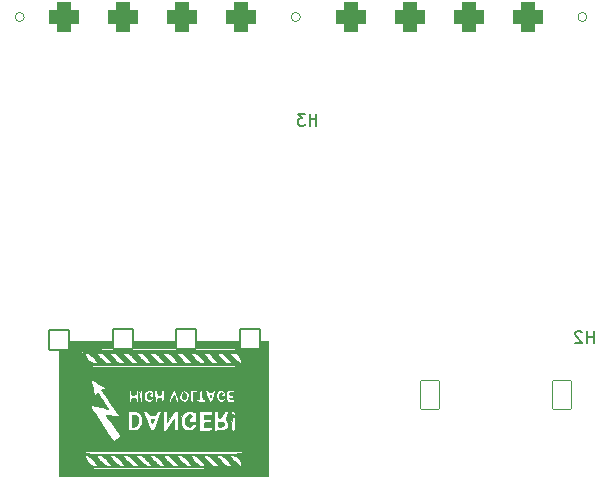
<source format=gbo>
G04 #@! TF.GenerationSoftware,KiCad,Pcbnew,(6.0.0)*
G04 #@! TF.CreationDate,2022-02-02T02:52:29+01:00*
G04 #@! TF.ProjectId,hamodule,68616d6f-6475-46c6-952e-6b696361645f,rev?*
G04 #@! TF.SameCoordinates,Original*
G04 #@! TF.FileFunction,Legend,Bot*
G04 #@! TF.FilePolarity,Positive*
%FSLAX46Y46*%
G04 Gerber Fmt 4.6, Leading zero omitted, Abs format (unit mm)*
G04 Created by KiCad (PCBNEW (6.0.0)) date 2022-02-02 02:52:29*
%MOMM*%
%LPD*%
G01*
G04 APERTURE LIST*
G04 Aperture macros list*
%AMRoundRect*
0 Rectangle with rounded corners*
0 $1 Rounding radius*
0 $2 $3 $4 $5 $6 $7 $8 $9 X,Y pos of 4 corners*
0 Add a 4 corners polygon primitive as box body*
4,1,4,$2,$3,$4,$5,$6,$7,$8,$9,$2,$3,0*
0 Add four circle primitives for the rounded corners*
1,1,$1+$1,$2,$3*
1,1,$1+$1,$4,$5*
1,1,$1+$1,$6,$7*
1,1,$1+$1,$8,$9*
0 Add four rect primitives between the rounded corners*
20,1,$1+$1,$2,$3,$4,$5,0*
20,1,$1+$1,$4,$5,$6,$7,0*
20,1,$1+$1,$6,$7,$8,$9,0*
20,1,$1+$1,$8,$9,$2,$3,0*%
G04 Aperture macros list end*
%ADD10C,0.150000*%
%ADD11C,0.120000*%
%ADD12C,0.010000*%
%ADD13RoundRect,0.050000X0.850000X0.850000X-0.850000X0.850000X-0.850000X-0.850000X0.850000X-0.850000X0*%
%ADD14O,1.800000X1.800000*%
%ADD15C,1.900000*%
%ADD16RoundRect,0.300000X-0.600000X-0.750000X0.600000X-0.750000X0.600000X0.750000X-0.600000X0.750000X0*%
%ADD17O,1.800000X2.100000*%
%ADD18RoundRect,0.300000X-0.600000X-0.725000X0.600000X-0.725000X0.600000X0.725000X-0.600000X0.725000X0*%
%ADD19O,1.800000X2.050000*%
%ADD20RoundRect,0.050000X1.000000X-0.952500X1.000000X0.952500X-1.000000X0.952500X-1.000000X-0.952500X0*%
%ADD21O,2.100000X2.005000*%
%ADD22RoundRect,0.050000X-0.800000X0.800000X-0.800000X-0.800000X0.800000X-0.800000X0.800000X0.800000X0*%
%ADD23C,1.700000*%
%ADD24RoundRect,0.050000X0.800000X-0.800000X0.800000X0.800000X-0.800000X0.800000X-0.800000X-0.800000X0*%
%ADD25RoundRect,0.050000X0.850000X-0.850000X0.850000X0.850000X-0.850000X0.850000X-0.850000X-0.850000X0*%
%ADD26O,2.050000X1.800000*%
%ADD27C,2.100000*%
%ADD28RoundRect,0.675000X0.625000X0.625000X-0.625000X0.625000X-0.625000X-0.625000X0.625000X-0.625000X0*%
%ADD29C,5.600000*%
%ADD30RoundRect,0.050000X-0.800000X1.200000X-0.800000X-1.200000X0.800000X-1.200000X0.800000X1.200000X0*%
%ADD31O,1.700000X2.500000*%
%ADD32RoundRect,0.050000X0.675000X-0.675000X0.675000X0.675000X-0.675000X0.675000X-0.675000X-0.675000X0*%
%ADD33O,1.450000X1.450000*%
%ADD34RoundRect,0.050000X0.675000X0.675000X-0.675000X0.675000X-0.675000X-0.675000X0.675000X-0.675000X0*%
%ADD35C,0.800000*%
%ADD36O,1.000000X2.500000*%
%ADD37O,1.000000X1.800000*%
%ADD38C,2.700000*%
%ADD39C,3.900000*%
%ADD40RoundRect,0.050000X-0.825000X-0.825000X0.825000X-0.825000X0.825000X0.825000X-0.825000X0.825000X0*%
%ADD41C,1.750000*%
G04 APERTURE END LIST*
D10*
X199936004Y-106641480D02*
X199936004Y-105641480D01*
X199936004Y-106117671D02*
X199364576Y-106117671D01*
X199364576Y-106641480D02*
X199364576Y-105641480D01*
X198936004Y-105736719D02*
X198888385Y-105689100D01*
X198793147Y-105641480D01*
X198555052Y-105641480D01*
X198459814Y-105689100D01*
X198412195Y-105736719D01*
X198364576Y-105831957D01*
X198364576Y-105927195D01*
X198412195Y-106070052D01*
X198983623Y-106641480D01*
X198364576Y-106641480D01*
X176466404Y-88251880D02*
X176466404Y-87251880D01*
X176466404Y-87728071D02*
X175894976Y-87728071D01*
X175894976Y-88251880D02*
X175894976Y-87251880D01*
X175514023Y-87251880D02*
X174894976Y-87251880D01*
X175228309Y-87632833D01*
X175085452Y-87632833D01*
X174990214Y-87680452D01*
X174942595Y-87728071D01*
X174894976Y-87823309D01*
X174894976Y-88061404D01*
X174942595Y-88156642D01*
X174990214Y-88204261D01*
X175085452Y-88251880D01*
X175371166Y-88251880D01*
X175466404Y-88204261D01*
X175514023Y-88156642D01*
D11*
X175103902Y-79057500D02*
G75*
G03*
X175103902Y-79057500I-381000J0D01*
G01*
X151734503Y-79057500D02*
G75*
G03*
X151734503Y-79057500I-381000J0D01*
G01*
X199374902Y-79057500D02*
G75*
G03*
X199374902Y-79057500I-381000J0D01*
G01*
D12*
X172402500Y-106514900D02*
X154686000Y-106514900D01*
X154686000Y-106514900D02*
X154686000Y-112569197D01*
X154686000Y-112569197D02*
X156527581Y-112569197D01*
X156527581Y-112569197D02*
X156527598Y-112184315D01*
X156527598Y-112184315D02*
X156527795Y-111315728D01*
X156527795Y-111315728D02*
X156528486Y-110565040D01*
X156528486Y-110565040D02*
X156529888Y-109923147D01*
X156529888Y-109923147D02*
X156532213Y-109380948D01*
X156532213Y-109380948D02*
X156535677Y-108929342D01*
X156535677Y-108929342D02*
X156540493Y-108559226D01*
X156540493Y-108559226D02*
X156546877Y-108261499D01*
X156546877Y-108261499D02*
X156555043Y-108027058D01*
X156555043Y-108027058D02*
X156565205Y-107846802D01*
X156565205Y-107846802D02*
X156577578Y-107711629D01*
X156577578Y-107711629D02*
X156592375Y-107612438D01*
X156592375Y-107612438D02*
X156609812Y-107540125D01*
X156609812Y-107540125D02*
X156630103Y-107485590D01*
X156630103Y-107485590D02*
X156638723Y-107467400D01*
X156638723Y-107467400D02*
X156802116Y-107259855D01*
X156802116Y-107259855D02*
X156972000Y-107169360D01*
X156972000Y-107169360D02*
X157070995Y-107157110D01*
X157070995Y-107157110D02*
X157286412Y-107145783D01*
X157286412Y-107145783D02*
X157607674Y-107135391D01*
X157607674Y-107135391D02*
X158024204Y-107125945D01*
X158024204Y-107125945D02*
X158525427Y-107117458D01*
X158525427Y-107117458D02*
X159100767Y-107109943D01*
X159100767Y-107109943D02*
X159739647Y-107103411D01*
X159739647Y-107103411D02*
X160431493Y-107097875D01*
X160431493Y-107097875D02*
X161165727Y-107093347D01*
X161165727Y-107093347D02*
X161931774Y-107089840D01*
X161931774Y-107089840D02*
X162719058Y-107087365D01*
X162719058Y-107087365D02*
X163517003Y-107085936D01*
X163517003Y-107085936D02*
X164315032Y-107085564D01*
X164315032Y-107085564D02*
X165102571Y-107086261D01*
X165102571Y-107086261D02*
X165869042Y-107088040D01*
X165869042Y-107088040D02*
X166603870Y-107090914D01*
X166603870Y-107090914D02*
X167296479Y-107094893D01*
X167296479Y-107094893D02*
X167936293Y-107099992D01*
X167936293Y-107099992D02*
X168512736Y-107106221D01*
X168512736Y-107106221D02*
X169015232Y-107113594D01*
X169015232Y-107113594D02*
X169433204Y-107122122D01*
X169433204Y-107122122D02*
X169756078Y-107131818D01*
X169756078Y-107131818D02*
X169973276Y-107142694D01*
X169973276Y-107142694D02*
X170072178Y-107154151D01*
X170072178Y-107154151D02*
X170317124Y-107280850D01*
X170317124Y-107280850D02*
X170437754Y-107423672D01*
X170437754Y-107423672D02*
X170461239Y-107465332D01*
X170461239Y-107465332D02*
X170481513Y-107514222D01*
X170481513Y-107514222D02*
X170498777Y-107579289D01*
X170498777Y-107579289D02*
X170513228Y-107669481D01*
X170513228Y-107669481D02*
X170525066Y-107793744D01*
X170525066Y-107793744D02*
X170534490Y-107961026D01*
X170534490Y-107961026D02*
X170541698Y-108180275D01*
X170541698Y-108180275D02*
X170546888Y-108460437D01*
X170546888Y-108460437D02*
X170550261Y-108810459D01*
X170550261Y-108810459D02*
X170552014Y-109239289D01*
X170552014Y-109239289D02*
X170552347Y-109755873D01*
X170552347Y-109755873D02*
X170551459Y-110369160D01*
X170551459Y-110369160D02*
X170549547Y-111088096D01*
X170549547Y-111088096D02*
X170546811Y-111921628D01*
X170546811Y-111921628D02*
X170545576Y-112276103D01*
X170545576Y-112276103D02*
X170529250Y-116926056D01*
X170529250Y-116926056D02*
X170177136Y-117278150D01*
X170177136Y-117278150D02*
X163636612Y-117294904D01*
X163636612Y-117294904D02*
X162572825Y-117297481D01*
X162572825Y-117297481D02*
X161628732Y-117299383D01*
X161628732Y-117299383D02*
X160797033Y-117300519D01*
X160797033Y-117300519D02*
X160070424Y-117300800D01*
X160070424Y-117300800D02*
X159441601Y-117300133D01*
X159441601Y-117300133D02*
X158903263Y-117298429D01*
X158903263Y-117298429D02*
X158448106Y-117295596D01*
X158448106Y-117295596D02*
X158068827Y-117291545D01*
X158068827Y-117291545D02*
X157758123Y-117286184D01*
X157758123Y-117286184D02*
X157508692Y-117279424D01*
X157508692Y-117279424D02*
X157313231Y-117271172D01*
X157313231Y-117271172D02*
X157164436Y-117261339D01*
X157164436Y-117261339D02*
X157055005Y-117249834D01*
X157055005Y-117249834D02*
X156977634Y-117236566D01*
X156977634Y-117236566D02*
X156925022Y-117221444D01*
X156925022Y-117221444D02*
X156902042Y-117211311D01*
X156902042Y-117211311D02*
X156832506Y-117175159D01*
X156832506Y-117175159D02*
X156772154Y-117137776D01*
X156772154Y-117137776D02*
X156720336Y-117090434D01*
X156720336Y-117090434D02*
X156676402Y-117024408D01*
X156676402Y-117024408D02*
X156639703Y-116930972D01*
X156639703Y-116930972D02*
X156609587Y-116801398D01*
X156609587Y-116801398D02*
X156585406Y-116626961D01*
X156585406Y-116626961D02*
X156566508Y-116398934D01*
X156566508Y-116398934D02*
X156552245Y-116108590D01*
X156552245Y-116108590D02*
X156541966Y-115747203D01*
X156541966Y-115747203D02*
X156535021Y-115306046D01*
X156535021Y-115306046D02*
X156530760Y-114776394D01*
X156530760Y-114776394D02*
X156528533Y-114149519D01*
X156528533Y-114149519D02*
X156527690Y-113416696D01*
X156527690Y-113416696D02*
X156527581Y-112569197D01*
X156527581Y-112569197D02*
X154686000Y-112569197D01*
X154686000Y-112569197D02*
X154686000Y-117944900D01*
X154686000Y-117944900D02*
X172402500Y-117944900D01*
X172402500Y-117944900D02*
X172402500Y-106514900D01*
X172402500Y-106514900D02*
X172402500Y-106514900D01*
G36*
X172402500Y-106514900D02*
G01*
X172402500Y-117944900D01*
X154686000Y-117944900D01*
X154686000Y-112569197D01*
X156527581Y-112569197D01*
X156527690Y-113416696D01*
X156528533Y-114149519D01*
X156530760Y-114776394D01*
X156535021Y-115306046D01*
X156541966Y-115747203D01*
X156552245Y-116108590D01*
X156566508Y-116398934D01*
X156585406Y-116626961D01*
X156609587Y-116801398D01*
X156639703Y-116930972D01*
X156676402Y-117024408D01*
X156720336Y-117090434D01*
X156772154Y-117137776D01*
X156832506Y-117175159D01*
X156902042Y-117211311D01*
X156925022Y-117221444D01*
X156977634Y-117236566D01*
X157055005Y-117249834D01*
X157164436Y-117261339D01*
X157313231Y-117271172D01*
X157508692Y-117279424D01*
X157758123Y-117286184D01*
X158068827Y-117291545D01*
X158448106Y-117295596D01*
X158903263Y-117298429D01*
X159441601Y-117300133D01*
X160070424Y-117300800D01*
X160797033Y-117300519D01*
X161628732Y-117299383D01*
X162572825Y-117297481D01*
X163636612Y-117294904D01*
X170177136Y-117278150D01*
X170529250Y-116926056D01*
X170545576Y-112276103D01*
X170546811Y-111921628D01*
X170549547Y-111088096D01*
X170551459Y-110369160D01*
X170552347Y-109755873D01*
X170552014Y-109239289D01*
X170550261Y-108810459D01*
X170546888Y-108460437D01*
X170541698Y-108180275D01*
X170534490Y-107961026D01*
X170525066Y-107793744D01*
X170513228Y-107669481D01*
X170498777Y-107579289D01*
X170481513Y-107514222D01*
X170461239Y-107465332D01*
X170437754Y-107423672D01*
X170317124Y-107280850D01*
X170072178Y-107154151D01*
X169973276Y-107142694D01*
X169756078Y-107131818D01*
X169433204Y-107122122D01*
X169015232Y-107113594D01*
X168512736Y-107106221D01*
X167936293Y-107099992D01*
X167296479Y-107094893D01*
X166603870Y-107090914D01*
X165869042Y-107088040D01*
X165102571Y-107086261D01*
X164315032Y-107085564D01*
X163517003Y-107085936D01*
X162719058Y-107087365D01*
X161931774Y-107089840D01*
X161165727Y-107093347D01*
X160431493Y-107097875D01*
X159739647Y-107103411D01*
X159100767Y-107109943D01*
X158525427Y-107117458D01*
X158024204Y-107125945D01*
X157607674Y-107135391D01*
X157286412Y-107145783D01*
X157070995Y-107157110D01*
X156972000Y-107169360D01*
X156802116Y-107259855D01*
X156638723Y-107467400D01*
X156630103Y-107485590D01*
X156609812Y-107540125D01*
X156592375Y-107612438D01*
X156577578Y-107711629D01*
X156565205Y-107846802D01*
X156555043Y-108027058D01*
X156546877Y-108261499D01*
X156540493Y-108559226D01*
X156535677Y-108929342D01*
X156532213Y-109380948D01*
X156529888Y-109923147D01*
X156528486Y-110565040D01*
X156527795Y-111315728D01*
X156527598Y-112184315D01*
X156527581Y-112569197D01*
X154686000Y-112569197D01*
X154686000Y-106514900D01*
X172402500Y-106514900D01*
G37*
X172402500Y-106514900D02*
X172402500Y-117944900D01*
X154686000Y-117944900D01*
X154686000Y-112569197D01*
X156527581Y-112569197D01*
X156527690Y-113416696D01*
X156528533Y-114149519D01*
X156530760Y-114776394D01*
X156535021Y-115306046D01*
X156541966Y-115747203D01*
X156552245Y-116108590D01*
X156566508Y-116398934D01*
X156585406Y-116626961D01*
X156609587Y-116801398D01*
X156639703Y-116930972D01*
X156676402Y-117024408D01*
X156720336Y-117090434D01*
X156772154Y-117137776D01*
X156832506Y-117175159D01*
X156902042Y-117211311D01*
X156925022Y-117221444D01*
X156977634Y-117236566D01*
X157055005Y-117249834D01*
X157164436Y-117261339D01*
X157313231Y-117271172D01*
X157508692Y-117279424D01*
X157758123Y-117286184D01*
X158068827Y-117291545D01*
X158448106Y-117295596D01*
X158903263Y-117298429D01*
X159441601Y-117300133D01*
X160070424Y-117300800D01*
X160797033Y-117300519D01*
X161628732Y-117299383D01*
X162572825Y-117297481D01*
X163636612Y-117294904D01*
X170177136Y-117278150D01*
X170529250Y-116926056D01*
X170545576Y-112276103D01*
X170546811Y-111921628D01*
X170549547Y-111088096D01*
X170551459Y-110369160D01*
X170552347Y-109755873D01*
X170552014Y-109239289D01*
X170550261Y-108810459D01*
X170546888Y-108460437D01*
X170541698Y-108180275D01*
X170534490Y-107961026D01*
X170525066Y-107793744D01*
X170513228Y-107669481D01*
X170498777Y-107579289D01*
X170481513Y-107514222D01*
X170461239Y-107465332D01*
X170437754Y-107423672D01*
X170317124Y-107280850D01*
X170072178Y-107154151D01*
X169973276Y-107142694D01*
X169756078Y-107131818D01*
X169433204Y-107122122D01*
X169015232Y-107113594D01*
X168512736Y-107106221D01*
X167936293Y-107099992D01*
X167296479Y-107094893D01*
X166603870Y-107090914D01*
X165869042Y-107088040D01*
X165102571Y-107086261D01*
X164315032Y-107085564D01*
X163517003Y-107085936D01*
X162719058Y-107087365D01*
X161931774Y-107089840D01*
X161165727Y-107093347D01*
X160431493Y-107097875D01*
X159739647Y-107103411D01*
X159100767Y-107109943D01*
X158525427Y-107117458D01*
X158024204Y-107125945D01*
X157607674Y-107135391D01*
X157286412Y-107145783D01*
X157070995Y-107157110D01*
X156972000Y-107169360D01*
X156802116Y-107259855D01*
X156638723Y-107467400D01*
X156630103Y-107485590D01*
X156609812Y-107540125D01*
X156592375Y-107612438D01*
X156577578Y-107711629D01*
X156565205Y-107846802D01*
X156555043Y-108027058D01*
X156546877Y-108261499D01*
X156540493Y-108559226D01*
X156535677Y-108929342D01*
X156532213Y-109380948D01*
X156529888Y-109923147D01*
X156528486Y-110565040D01*
X156527795Y-111315728D01*
X156527598Y-112184315D01*
X156527581Y-112569197D01*
X154686000Y-112569197D01*
X154686000Y-106514900D01*
X172402500Y-106514900D01*
X170295931Y-117035933D02*
X170434000Y-116888965D01*
X170434000Y-116888965D02*
X170434000Y-112207046D01*
X170434000Y-112207046D02*
X170433999Y-107525128D01*
X170433999Y-107525128D02*
X170278136Y-107369264D01*
X170278136Y-107369264D02*
X170122272Y-107213400D01*
X170122272Y-107213400D02*
X156966227Y-107213400D01*
X156966227Y-107213400D02*
X156810363Y-107369264D01*
X156810363Y-107369264D02*
X156654500Y-107525128D01*
X156654500Y-107525128D02*
X156654500Y-107539193D01*
X156654500Y-107539193D02*
X156846485Y-107539193D01*
X156846485Y-107539193D02*
X156927982Y-107473419D01*
X156927982Y-107473419D02*
X156986166Y-107467400D01*
X156986166Y-107467400D02*
X157773739Y-107467400D01*
X157773739Y-107467400D02*
X158035123Y-107467400D01*
X158035123Y-107467400D02*
X158173149Y-107476023D01*
X158173149Y-107476023D02*
X158265755Y-107507060D01*
X158265755Y-107507060D02*
X158973461Y-107507060D01*
X158973461Y-107507060D02*
X159025081Y-107474999D01*
X159025081Y-107474999D02*
X159177202Y-107467407D01*
X159177202Y-107467407D02*
X159184985Y-107467400D01*
X159184985Y-107467400D02*
X160004789Y-107467400D01*
X160004789Y-107467400D02*
X160291605Y-107467400D01*
X160291605Y-107467400D02*
X160430762Y-107472561D01*
X160430762Y-107472561D02*
X160539468Y-107500220D01*
X160539468Y-107500220D02*
X160578748Y-107525520D01*
X160578748Y-107525520D02*
X161237083Y-107525520D01*
X161237083Y-107525520D02*
X161279324Y-107489409D01*
X161279324Y-107489409D02*
X161410585Y-107469056D01*
X161410585Y-107469056D02*
X161470154Y-107467400D01*
X161470154Y-107467400D02*
X162297944Y-107467400D01*
X162297944Y-107467400D02*
X162571847Y-107468016D01*
X162571847Y-107468016D02*
X162705991Y-107474438D01*
X162705991Y-107474438D02*
X162814041Y-107505117D01*
X162814041Y-107505117D02*
X162923596Y-107578229D01*
X162923596Y-107578229D02*
X163062257Y-107711947D01*
X163062257Y-107711947D02*
X163246845Y-107912516D01*
X163246845Y-107912516D02*
X163647940Y-108356400D01*
X163647940Y-108356400D02*
X163370913Y-108356400D01*
X163370913Y-108356400D02*
X163235671Y-108350598D01*
X163235671Y-108350598D02*
X163127839Y-108321046D01*
X163127839Y-108321046D02*
X163019756Y-108249530D01*
X163019756Y-108249530D02*
X162883761Y-108117834D01*
X162883761Y-108117834D02*
X162695915Y-107911900D01*
X162695915Y-107911900D02*
X162297944Y-107467400D01*
X162297944Y-107467400D02*
X163426862Y-107467400D01*
X163426862Y-107467400D02*
X163687434Y-107467400D01*
X163687434Y-107467400D02*
X164578920Y-107467400D01*
X164578920Y-107467400D02*
X164849253Y-107467400D01*
X164849253Y-107467400D02*
X164990137Y-107474856D01*
X164990137Y-107474856D02*
X165102866Y-107510196D01*
X165102866Y-107510196D02*
X165142050Y-107538187D01*
X165142050Y-107538187D02*
X165780588Y-107538187D01*
X165780588Y-107538187D02*
X165784730Y-107488742D01*
X165784730Y-107488742D02*
X165850783Y-107470186D01*
X165850783Y-107470186D02*
X165963641Y-107467400D01*
X165963641Y-107467400D02*
X166094448Y-107477999D01*
X166094448Y-107477999D02*
X166211847Y-107521826D01*
X166211847Y-107521826D02*
X166217026Y-107525520D01*
X166217026Y-107525520D02*
X166888583Y-107525520D01*
X166888583Y-107525520D02*
X166930805Y-107489381D01*
X166930805Y-107489381D02*
X167062020Y-107469038D01*
X167062020Y-107469038D02*
X167121171Y-107467400D01*
X167121171Y-107467400D02*
X167249944Y-107475264D01*
X167249944Y-107475264D02*
X167357379Y-107511315D01*
X167357379Y-107511315D02*
X167364994Y-107516860D01*
X167364994Y-107516860D02*
X168021000Y-107516860D01*
X168021000Y-107516860D02*
X168077284Y-107485595D01*
X168077284Y-107485595D02*
X168217521Y-107468492D01*
X168217521Y-107468492D02*
X168269374Y-107467400D01*
X168269374Y-107467400D02*
X169089697Y-107467400D01*
X169089697Y-107467400D02*
X169376597Y-107467400D01*
X169376597Y-107467400D02*
X169551432Y-107477205D01*
X169551432Y-107477205D02*
X169675143Y-107523613D01*
X169675143Y-107523613D02*
X169795078Y-107632116D01*
X169795078Y-107632116D02*
X169889998Y-107743815D01*
X169889998Y-107743815D02*
X170030237Y-107949657D01*
X170030237Y-107949657D02*
X170106306Y-108134616D01*
X170106306Y-108134616D02*
X170113789Y-108275348D01*
X170113789Y-108275348D02*
X170048271Y-108348512D01*
X170048271Y-108348512D02*
X170005375Y-108353803D01*
X170005375Y-108353803D02*
X169916055Y-108307918D01*
X169916055Y-108307918D02*
X169769021Y-108187045D01*
X169769021Y-108187045D02*
X169589119Y-108012699D01*
X169589119Y-108012699D02*
X169491973Y-107909303D01*
X169491973Y-107909303D02*
X169089697Y-107467400D01*
X169089697Y-107467400D02*
X168269374Y-107467400D01*
X168269374Y-107467400D02*
X168396192Y-107475939D01*
X168396192Y-107475939D02*
X168504599Y-107513825D01*
X168504599Y-107513825D02*
X168622151Y-107599460D01*
X168622151Y-107599460D02*
X168776403Y-107751247D01*
X168776403Y-107751247D02*
X168911167Y-107896025D01*
X168911167Y-107896025D02*
X169304585Y-108324650D01*
X169304585Y-108324650D02*
X169065828Y-108344938D01*
X169065828Y-108344938D02*
X168943011Y-108347124D01*
X168943011Y-108347124D02*
X168837256Y-108318524D01*
X168837256Y-108318524D02*
X168720071Y-108242304D01*
X168720071Y-108242304D02*
X168562962Y-108101630D01*
X168562962Y-108101630D02*
X168424035Y-107965772D01*
X168424035Y-107965772D02*
X168244859Y-107783000D01*
X168244859Y-107783000D02*
X168106620Y-107632110D01*
X168106620Y-107632110D02*
X168029934Y-107536063D01*
X168029934Y-107536063D02*
X168021000Y-107516860D01*
X168021000Y-107516860D02*
X167364994Y-107516860D01*
X167364994Y-107516860D02*
X167471274Y-107594241D01*
X167471274Y-107594241D02*
X167619426Y-107742731D01*
X167619426Y-107742731D02*
X167758698Y-107896025D01*
X167758698Y-107896025D02*
X168142471Y-108324650D01*
X168142471Y-108324650D02*
X167898859Y-108343804D01*
X167898859Y-108343804D02*
X167772177Y-108345883D01*
X167772177Y-108345883D02*
X167666740Y-108317140D01*
X167666740Y-108317140D02*
X167553009Y-108239818D01*
X167553009Y-108239818D02*
X167401440Y-108096160D01*
X167401440Y-108096160D02*
X167282498Y-107973299D01*
X167282498Y-107973299D02*
X167109812Y-107788776D01*
X167109812Y-107788776D02*
X166974074Y-107636215D01*
X166974074Y-107636215D02*
X166897362Y-107540713D01*
X166897362Y-107540713D02*
X166888583Y-107525520D01*
X166888583Y-107525520D02*
X166217026Y-107525520D01*
X166217026Y-107525520D02*
X166345201Y-107616925D01*
X166345201Y-107616925D02*
X166523872Y-107781344D01*
X166523872Y-107781344D02*
X166606416Y-107862441D01*
X166606416Y-107862441D02*
X166784517Y-108044204D01*
X166784517Y-108044204D02*
X166921559Y-108194049D01*
X166921559Y-108194049D02*
X166996806Y-108288850D01*
X166996806Y-108288850D02*
X167005000Y-108306941D01*
X167005000Y-108306941D02*
X166948838Y-108338630D01*
X166948838Y-108338630D02*
X166809444Y-108355535D01*
X166809444Y-108355535D02*
X166764705Y-108356400D01*
X166764705Y-108356400D02*
X166623456Y-108343548D01*
X166623456Y-108343548D02*
X166500295Y-108291184D01*
X166500295Y-108291184D02*
X166360485Y-108178603D01*
X166360485Y-108178603D02*
X166205409Y-108023025D01*
X166205409Y-108023025D02*
X165984350Y-107790213D01*
X165984350Y-107790213D02*
X165844935Y-107633639D01*
X165844935Y-107633639D02*
X165780588Y-107538187D01*
X165780588Y-107538187D02*
X165142050Y-107538187D01*
X165142050Y-107538187D02*
X165218612Y-107592878D01*
X165218612Y-107592878D02*
X165368550Y-107742360D01*
X165368550Y-107742360D02*
X165474917Y-107857937D01*
X165474917Y-107857937D02*
X165641197Y-108044174D01*
X165641197Y-108044174D02*
X165771490Y-108196639D01*
X165771490Y-108196639D02*
X165844034Y-108289642D01*
X165844034Y-108289642D02*
X165851416Y-108302437D01*
X165851416Y-108302437D02*
X165809224Y-108336048D01*
X165809224Y-108336048D02*
X165678087Y-108354914D01*
X165678087Y-108354914D02*
X165619831Y-108356400D01*
X165619831Y-108356400D02*
X165493582Y-108348831D01*
X165493582Y-108348831D02*
X165388000Y-108313839D01*
X165388000Y-108313839D02*
X165276274Y-108233000D01*
X165276274Y-108233000D02*
X165131591Y-108087888D01*
X165131591Y-108087888D02*
X164973000Y-107911900D01*
X164973000Y-107911900D02*
X164578920Y-107467400D01*
X164578920Y-107467400D02*
X163687434Y-107467400D01*
X163687434Y-107467400D02*
X163825166Y-107476097D01*
X163825166Y-107476097D02*
X163940112Y-107514848D01*
X163940112Y-107514848D02*
X164063250Y-107602647D01*
X164063250Y-107602647D02*
X164225560Y-107758488D01*
X164225560Y-107758488D02*
X164317628Y-107853781D01*
X164317628Y-107853781D02*
X164489562Y-108037547D01*
X164489562Y-108037547D02*
X164624479Y-108189328D01*
X164624479Y-108189328D02*
X164700188Y-108283885D01*
X164700188Y-108283885D02*
X164708416Y-108298281D01*
X164708416Y-108298281D02*
X164666498Y-108334870D01*
X164666498Y-108334870D02*
X164536037Y-108355033D01*
X164536037Y-108355033D02*
X164483512Y-108356400D01*
X164483512Y-108356400D02*
X164365970Y-108347547D01*
X164365970Y-108347547D02*
X164257349Y-108311327D01*
X164257349Y-108311327D02*
X164139307Y-108233247D01*
X164139307Y-108233247D02*
X163993504Y-108098815D01*
X163993504Y-108098815D02*
X163801598Y-107893541D01*
X163801598Y-107893541D02*
X163579349Y-107642025D01*
X163579349Y-107642025D02*
X163426862Y-107467400D01*
X163426862Y-107467400D02*
X162297944Y-107467400D01*
X162297944Y-107467400D02*
X161470154Y-107467400D01*
X161470154Y-107467400D02*
X161599072Y-107475285D01*
X161599072Y-107475285D02*
X161706930Y-107511323D01*
X161706930Y-107511323D02*
X161821539Y-107594088D01*
X161821539Y-107594088D02*
X161970708Y-107742156D01*
X161970708Y-107742156D02*
X162111864Y-107896025D01*
X162111864Y-107896025D02*
X162499337Y-108324650D01*
X162499337Y-108324650D02*
X162251542Y-108343804D01*
X162251542Y-108343804D02*
X162123234Y-108346186D01*
X162123234Y-108346186D02*
X162017510Y-108318384D01*
X162017510Y-108318384D02*
X161904643Y-108242652D01*
X161904643Y-108242652D02*
X161754906Y-108101240D01*
X161754906Y-108101240D02*
X161630998Y-107973299D01*
X161630998Y-107973299D02*
X161458312Y-107788776D01*
X161458312Y-107788776D02*
X161322574Y-107636215D01*
X161322574Y-107636215D02*
X161245862Y-107540713D01*
X161245862Y-107540713D02*
X161237083Y-107525520D01*
X161237083Y-107525520D02*
X160578748Y-107525520D01*
X160578748Y-107525520D02*
X160645708Y-107568647D01*
X160645708Y-107568647D02*
X160777466Y-107696111D01*
X160777466Y-107696111D02*
X160962725Y-107900879D01*
X160962725Y-107900879D02*
X160972500Y-107911900D01*
X160972500Y-107911900D02*
X161366579Y-108356400D01*
X161366579Y-108356400D02*
X161090164Y-108351453D01*
X161090164Y-108351453D02*
X160953912Y-108342511D01*
X160953912Y-108342511D02*
X160843212Y-108309158D01*
X160843212Y-108309158D02*
X160730045Y-108233102D01*
X160730045Y-108233102D02*
X160586389Y-108096051D01*
X160586389Y-108096051D02*
X160409269Y-107906953D01*
X160409269Y-107906953D02*
X160004789Y-107467400D01*
X160004789Y-107467400D02*
X159184985Y-107467400D01*
X159184985Y-107467400D02*
X159311983Y-107476033D01*
X159311983Y-107476033D02*
X159421362Y-107514033D01*
X159421362Y-107514033D02*
X159540675Y-107599556D01*
X159540675Y-107599556D02*
X159697477Y-107750754D01*
X159697477Y-107750754D02*
X159835527Y-107896025D01*
X159835527Y-107896025D02*
X160237116Y-108324650D01*
X160237116Y-108324650D02*
X159992130Y-108344921D01*
X159992130Y-108344921D02*
X159856716Y-108346784D01*
X159856716Y-108346784D02*
X159743550Y-108314131D01*
X159743550Y-108314131D02*
X159618852Y-108228766D01*
X159618852Y-108228766D02*
X159448839Y-108072496D01*
X159448839Y-108072496D02*
X159402639Y-108027421D01*
X159402639Y-108027421D02*
X159226857Y-107848524D01*
X159226857Y-107848524D02*
X159083653Y-107690849D01*
X159083653Y-107690849D02*
X159001284Y-107585671D01*
X159001284Y-107585671D02*
X158997083Y-107578525D01*
X158997083Y-107578525D02*
X158973461Y-107507060D01*
X158973461Y-107507060D02*
X158265755Y-107507060D01*
X158265755Y-107507060D02*
X158288110Y-107514552D01*
X158288110Y-107514552D02*
X158411021Y-107601979D01*
X158411021Y-107601979D02*
X158572897Y-107757295D01*
X158572897Y-107757295D02*
X158666128Y-107853781D01*
X158666128Y-107853781D02*
X158838062Y-108037547D01*
X158838062Y-108037547D02*
X158972979Y-108189328D01*
X158972979Y-108189328D02*
X159048688Y-108283885D01*
X159048688Y-108283885D02*
X159056916Y-108298281D01*
X159056916Y-108298281D02*
X159014984Y-108334850D01*
X159014984Y-108334850D02*
X158884491Y-108355021D01*
X158884491Y-108355021D02*
X158831678Y-108356400D01*
X158831678Y-108356400D02*
X158728171Y-108353456D01*
X158728171Y-108353456D02*
X158641130Y-108335035D01*
X158641130Y-108335035D02*
X158552177Y-108286755D01*
X158552177Y-108286755D02*
X158442931Y-108194233D01*
X158442931Y-108194233D02*
X158295013Y-108043086D01*
X158295013Y-108043086D02*
X158090044Y-107818933D01*
X158090044Y-107818933D02*
X157959334Y-107673775D01*
X157959334Y-107673775D02*
X157773739Y-107467400D01*
X157773739Y-107467400D02*
X156986166Y-107467400D01*
X156986166Y-107467400D02*
X157111043Y-107515693D01*
X157111043Y-107515693D02*
X157297886Y-107652877D01*
X157297886Y-107652877D02*
X157525916Y-107862441D01*
X157525916Y-107862441D02*
X157704017Y-108044204D01*
X157704017Y-108044204D02*
X157841059Y-108194049D01*
X157841059Y-108194049D02*
X157916306Y-108288850D01*
X157916306Y-108288850D02*
X157924500Y-108306941D01*
X157924500Y-108306941D02*
X157868407Y-108338866D01*
X157868407Y-108338866D02*
X157729484Y-108355650D01*
X157729484Y-108355650D02*
X157688556Y-108356400D01*
X157688556Y-108356400D02*
X157538792Y-108340221D01*
X157538792Y-108340221D02*
X157402950Y-108277606D01*
X157402950Y-108277606D02*
X157242949Y-108147446D01*
X157242949Y-108147446D02*
X157148806Y-108057163D01*
X157148806Y-108057163D02*
X156960476Y-107844047D01*
X156960476Y-107844047D02*
X156858509Y-107667064D01*
X156858509Y-107667064D02*
X156846485Y-107539193D01*
X156846485Y-107539193D02*
X156654500Y-107539193D01*
X156654500Y-107539193D02*
X156654500Y-108578650D01*
X156654500Y-108578650D02*
X156822036Y-108578650D01*
X156822036Y-108578650D02*
X156826807Y-108563409D01*
X156826807Y-108563409D02*
X156858053Y-108549859D01*
X156858053Y-108549859D02*
X156922618Y-108537903D01*
X156922618Y-108537903D02*
X157027344Y-108527443D01*
X157027344Y-108527443D02*
X157179075Y-108518384D01*
X157179075Y-108518384D02*
X157384655Y-108510628D01*
X157384655Y-108510628D02*
X157650926Y-108504078D01*
X157650926Y-108504078D02*
X157984732Y-108498638D01*
X157984732Y-108498638D02*
X158392916Y-108494209D01*
X158392916Y-108494209D02*
X158882321Y-108490696D01*
X158882321Y-108490696D02*
X159459791Y-108488002D01*
X159459791Y-108488002D02*
X160132170Y-108486029D01*
X160132170Y-108486029D02*
X160906299Y-108484680D01*
X160906299Y-108484680D02*
X161789023Y-108483859D01*
X161789023Y-108483859D02*
X162787185Y-108483469D01*
X162787185Y-108483469D02*
X163546242Y-108483400D01*
X163546242Y-108483400D02*
X164628925Y-108483554D01*
X164628925Y-108483554D02*
X165591484Y-108484079D01*
X165591484Y-108484079D02*
X166440799Y-108485071D01*
X166440799Y-108485071D02*
X167183745Y-108486629D01*
X167183745Y-108486629D02*
X167827202Y-108488849D01*
X167827202Y-108488849D02*
X168378045Y-108491828D01*
X168378045Y-108491828D02*
X168843152Y-108495663D01*
X168843152Y-108495663D02*
X169229400Y-108500450D01*
X169229400Y-108500450D02*
X169543667Y-108506287D01*
X169543667Y-108506287D02*
X169792830Y-108513271D01*
X169792830Y-108513271D02*
X169983767Y-108521497D01*
X169983767Y-108521497D02*
X170123353Y-108531064D01*
X170123353Y-108531064D02*
X170218468Y-108542069D01*
X170218468Y-108542069D02*
X170275988Y-108554607D01*
X170275988Y-108554607D02*
X170302790Y-108568776D01*
X170302790Y-108568776D02*
X170307000Y-108578650D01*
X170307000Y-108578650D02*
X170296107Y-108593943D01*
X170296107Y-108593943D02*
X170258833Y-108607535D01*
X170258833Y-108607535D02*
X170188280Y-108619522D01*
X170188280Y-108619522D02*
X170077554Y-108630004D01*
X170077554Y-108630004D02*
X169919759Y-108639078D01*
X169919759Y-108639078D02*
X169707998Y-108646841D01*
X169707998Y-108646841D02*
X169435376Y-108653391D01*
X169435376Y-108653391D02*
X169094998Y-108658826D01*
X169094998Y-108658826D02*
X168679967Y-108663243D01*
X168679967Y-108663243D02*
X168183387Y-108666741D01*
X168183387Y-108666741D02*
X167598363Y-108669416D01*
X167598363Y-108669416D02*
X166918000Y-108671367D01*
X166918000Y-108671367D02*
X166135400Y-108672691D01*
X166135400Y-108672691D02*
X165243669Y-108673485D01*
X165243669Y-108673485D02*
X164235910Y-108673849D01*
X164235910Y-108673849D02*
X163582793Y-108673900D01*
X163582793Y-108673900D02*
X162502219Y-108673742D01*
X162502219Y-108673742D02*
X161541714Y-108673203D01*
X161541714Y-108673203D02*
X160694348Y-108672184D01*
X160694348Y-108672184D02*
X159953192Y-108670589D01*
X159953192Y-108670589D02*
X159311316Y-108668320D01*
X159311316Y-108668320D02*
X158761789Y-108665278D01*
X158761789Y-108665278D02*
X158297681Y-108661367D01*
X158297681Y-108661367D02*
X157912063Y-108656489D01*
X157912063Y-108656489D02*
X157598003Y-108650546D01*
X157598003Y-108650546D02*
X157348573Y-108643441D01*
X157348573Y-108643441D02*
X157156842Y-108635075D01*
X157156842Y-108635075D02*
X157015880Y-108625352D01*
X157015880Y-108625352D02*
X156918757Y-108614174D01*
X156918757Y-108614174D02*
X156858543Y-108601442D01*
X156858543Y-108601442D02*
X156828308Y-108587060D01*
X156828308Y-108587060D02*
X156822036Y-108578650D01*
X156822036Y-108578650D02*
X156654500Y-108578650D01*
X156654500Y-108578650D02*
X156654500Y-111871279D01*
X156654500Y-111871279D02*
X157246918Y-111871279D01*
X157246918Y-111871279D02*
X157247296Y-111869937D01*
X157247296Y-111869937D02*
X157315474Y-111874373D01*
X157315474Y-111874373D02*
X157482112Y-111905905D01*
X157482112Y-111905905D02*
X157722826Y-111959408D01*
X157722826Y-111959408D02*
X158013230Y-112029759D01*
X158013230Y-112029759D02*
X158040084Y-112036518D01*
X158040084Y-112036518D02*
X158334315Y-112110221D01*
X158334315Y-112110221D02*
X158581263Y-112170984D01*
X158581263Y-112170984D02*
X158756332Y-112212834D01*
X158756332Y-112212834D02*
X158834926Y-112229797D01*
X158834926Y-112229797D02*
X158836326Y-112229900D01*
X158836326Y-112229900D02*
X158813946Y-112180759D01*
X158813946Y-112180759D02*
X158731602Y-112045966D01*
X158731602Y-112045966D02*
X158601358Y-111844465D01*
X158601358Y-111844465D02*
X158435281Y-111595201D01*
X158435281Y-111595201D02*
X158381351Y-111515525D01*
X158381351Y-111515525D02*
X158187114Y-111231064D01*
X158187114Y-111231064D02*
X158051261Y-111039613D01*
X158051261Y-111039613D02*
X157961277Y-110928817D01*
X157961277Y-110928817D02*
X157904644Y-110886319D01*
X157904644Y-110886319D02*
X157868845Y-110899765D01*
X157868845Y-110899765D02*
X157841363Y-110956799D01*
X157841363Y-110956799D02*
X157834552Y-110975775D01*
X157834552Y-110975775D02*
X157776605Y-111100679D01*
X157776605Y-111100679D02*
X157727062Y-111150400D01*
X157727062Y-111150400D02*
X157700163Y-111093471D01*
X157700163Y-111093471D02*
X157652201Y-110942369D01*
X157652201Y-110942369D02*
X157590872Y-110726622D01*
X157590872Y-110726622D02*
X157523872Y-110475757D01*
X157523872Y-110475757D02*
X157458897Y-110219302D01*
X157458897Y-110219302D02*
X157403644Y-109986785D01*
X157403644Y-109986785D02*
X157365809Y-109807733D01*
X157365809Y-109807733D02*
X157353000Y-109715281D01*
X157353000Y-109715281D02*
X157403931Y-109723033D01*
X157403931Y-109723033D02*
X157555103Y-109804089D01*
X157555103Y-109804089D02*
X157804082Y-109957008D01*
X157804082Y-109957008D02*
X158148434Y-110180349D01*
X158148434Y-110180349D02*
X158235135Y-110237720D01*
X158235135Y-110237720D02*
X158641020Y-110507100D01*
X158641020Y-110507100D02*
X158439899Y-110559216D01*
X158439899Y-110559216D02*
X158238777Y-110611331D01*
X158238777Y-110611331D02*
X158623978Y-111150400D01*
X158623978Y-111150400D02*
X160591500Y-111150400D01*
X160591500Y-111150400D02*
X160595986Y-110889750D01*
X160595986Y-110889750D02*
X160612264Y-110733324D01*
X160612264Y-110733324D02*
X160644561Y-110658572D01*
X160644561Y-110658572D02*
X160686750Y-110642400D01*
X160686750Y-110642400D02*
X160762369Y-110699197D01*
X160762369Y-110699197D02*
X160782000Y-110832900D01*
X160782000Y-110832900D02*
X160797734Y-110967832D01*
X160797734Y-110967832D02*
X160871954Y-111017564D01*
X160871954Y-111017564D02*
X160972500Y-111023400D01*
X160972500Y-111023400D02*
X161107431Y-111007666D01*
X161107431Y-111007666D02*
X161157163Y-110933446D01*
X161157163Y-110933446D02*
X161163000Y-110832900D01*
X161163000Y-110832900D02*
X161191398Y-110681661D01*
X161191398Y-110681661D02*
X161258250Y-110642400D01*
X161258250Y-110642400D02*
X161307121Y-110666328D01*
X161307121Y-110666328D02*
X161336451Y-110753142D01*
X161336451Y-110753142D02*
X161350467Y-110925394D01*
X161350467Y-110925394D02*
X161350647Y-110938779D01*
X161350647Y-110938779D02*
X161486984Y-110938779D01*
X161486984Y-110938779D02*
X161504224Y-110762610D01*
X161504224Y-110762610D02*
X161549989Y-110670755D01*
X161549989Y-110670755D02*
X161629441Y-110642529D01*
X161629441Y-110642529D02*
X161637257Y-110642400D01*
X161637257Y-110642400D02*
X161686766Y-110664773D01*
X161686766Y-110664773D02*
X161716572Y-110747179D01*
X161716572Y-110747179D02*
X161731024Y-110912550D01*
X161731024Y-110912550D02*
X161734433Y-111150400D01*
X161734433Y-111150400D02*
X161861500Y-111150400D01*
X161861500Y-111150400D02*
X161911305Y-110896091D01*
X161911305Y-110896091D02*
X162047097Y-110721721D01*
X162047097Y-110721721D02*
X162248441Y-110641790D01*
X162248441Y-110641790D02*
X162494903Y-110670801D01*
X162494903Y-110670801D02*
X162523056Y-110680944D01*
X162523056Y-110680944D02*
X162599042Y-110772292D01*
X162599042Y-110772292D02*
X162613149Y-110886861D01*
X162613149Y-110886861D02*
X162756803Y-110886861D01*
X162756803Y-110886861D02*
X162763141Y-110739934D01*
X162763141Y-110739934D02*
X162788598Y-110667696D01*
X162788598Y-110667696D02*
X162839058Y-110644099D01*
X162839058Y-110644099D02*
X162874828Y-110642400D01*
X162874828Y-110642400D02*
X162969444Y-110671203D01*
X162969444Y-110671203D02*
X163002971Y-110779774D01*
X163002971Y-110779774D02*
X163004500Y-110832900D01*
X163004500Y-110832900D02*
X163021585Y-110969046D01*
X163021585Y-110969046D02*
X163094215Y-111018851D01*
X163094215Y-111018851D02*
X163163250Y-111023400D01*
X163163250Y-111023400D02*
X163276704Y-111002897D01*
X163276704Y-111002897D02*
X163318208Y-110915741D01*
X163318208Y-110915741D02*
X163322000Y-110832900D01*
X163322000Y-110832900D02*
X163341605Y-110693901D01*
X163341605Y-110693901D02*
X163415508Y-110644646D01*
X163415508Y-110644646D02*
X163451671Y-110642400D01*
X163451671Y-110642400D02*
X163516580Y-110651634D01*
X163516580Y-110651634D02*
X163553596Y-110696700D01*
X163553596Y-110696700D02*
X163568600Y-110803648D01*
X163568600Y-110803648D02*
X163567473Y-110998526D01*
X163567473Y-110998526D02*
X163562796Y-111134525D01*
X163562796Y-111134525D02*
X163547769Y-111392788D01*
X163547769Y-111392788D02*
X163523307Y-111545911D01*
X163523307Y-111545911D02*
X163484371Y-111615680D01*
X163484371Y-111615680D02*
X163449000Y-111626650D01*
X163449000Y-111626650D02*
X163369269Y-111569816D01*
X163369269Y-111569816D02*
X163333657Y-111452025D01*
X163333657Y-111452025D02*
X163292146Y-111320263D01*
X163292146Y-111320263D02*
X163188672Y-111278109D01*
X163188672Y-111278109D02*
X163163250Y-111277400D01*
X163163250Y-111277400D02*
X163046308Y-111308012D01*
X163046308Y-111308012D02*
X162996840Y-111422586D01*
X162996840Y-111422586D02*
X162992842Y-111452025D01*
X162992842Y-111452025D02*
X162946402Y-111586209D01*
X162946402Y-111586209D02*
X162877500Y-111626650D01*
X162877500Y-111626650D02*
X162826482Y-111599300D01*
X162826482Y-111599300D02*
X162793206Y-111502725D01*
X162793206Y-111502725D02*
X162772633Y-111315141D01*
X162772633Y-111315141D02*
X162763703Y-111134525D01*
X162763703Y-111134525D02*
X162756803Y-110886861D01*
X162756803Y-110886861D02*
X162613149Y-110886861D01*
X162613149Y-110886861D02*
X162623500Y-110970912D01*
X162623500Y-110970912D02*
X162616277Y-111131630D01*
X162616277Y-111131630D02*
X162578330Y-111198785D01*
X162578330Y-111198785D02*
X162485242Y-111205655D01*
X162485242Y-111205655D02*
X162453772Y-111202243D01*
X162453772Y-111202243D02*
X162330986Y-111163318D01*
X162330986Y-111163318D02*
X162259172Y-111100325D01*
X162259172Y-111100325D02*
X162258992Y-111043730D01*
X162258992Y-111043730D02*
X162332458Y-111023400D01*
X162332458Y-111023400D02*
X162419943Y-110972700D01*
X162419943Y-110972700D02*
X162433000Y-110923734D01*
X162433000Y-110923734D02*
X162385565Y-110848339D01*
X162385565Y-110848339D02*
X162290125Y-110844359D01*
X162290125Y-110844359D02*
X162194845Y-110880602D01*
X162194845Y-110880602D02*
X162146777Y-110977770D01*
X162146777Y-110977770D02*
X162128116Y-111126481D01*
X162128116Y-111126481D02*
X162141586Y-111324835D01*
X162141586Y-111324835D02*
X162208024Y-111430275D01*
X162208024Y-111430275D02*
X162313719Y-111430289D01*
X162313719Y-111430289D02*
X162394876Y-111369952D01*
X162394876Y-111369952D02*
X162521811Y-111282658D01*
X162521811Y-111282658D02*
X162600978Y-111293825D01*
X162600978Y-111293825D02*
X162614470Y-111378475D01*
X162614470Y-111378475D02*
X162544383Y-111511632D01*
X162544383Y-111511632D02*
X162518408Y-111542275D01*
X162518408Y-111542275D02*
X162373475Y-111637529D01*
X162373475Y-111637529D02*
X163978462Y-111637529D01*
X163978462Y-111637529D02*
X163981668Y-111565057D01*
X163981668Y-111565057D02*
X164022597Y-111404950D01*
X164022597Y-111404950D02*
X164093007Y-111187962D01*
X164093007Y-111187962D02*
X164116706Y-111121685D01*
X164116706Y-111121685D02*
X164232588Y-110836782D01*
X164232588Y-110836782D02*
X164332280Y-110676447D01*
X164332280Y-110676447D02*
X164423771Y-110640570D01*
X164423771Y-110640570D02*
X164515051Y-110729040D01*
X164515051Y-110729040D02*
X164614106Y-110941748D01*
X164614106Y-110941748D02*
X164675583Y-111113995D01*
X164675583Y-111113995D02*
X164696361Y-111180862D01*
X164696361Y-111180862D02*
X164846000Y-111180862D01*
X164846000Y-111180862D02*
X164882383Y-110973937D01*
X164882383Y-110973937D02*
X164973300Y-110784698D01*
X164973300Y-110784698D02*
X165061881Y-110690998D01*
X165061881Y-110690998D02*
X165234042Y-110644144D01*
X165234042Y-110644144D02*
X165426516Y-110687804D01*
X165426516Y-110687804D02*
X165544500Y-110769400D01*
X165544500Y-110769400D02*
X165644486Y-110942009D01*
X165644486Y-110942009D02*
X165666247Y-111150974D01*
X165666247Y-111150974D02*
X165665357Y-111155057D01*
X165665357Y-111155057D02*
X165798500Y-111155057D01*
X165798500Y-111155057D02*
X165798500Y-110642400D01*
X165798500Y-110642400D02*
X166116000Y-110642400D01*
X166116000Y-110642400D02*
X166315663Y-110652597D01*
X166315663Y-110652597D02*
X166413183Y-110687902D01*
X166413183Y-110687902D02*
X166433500Y-110737650D01*
X166433500Y-110737650D02*
X166381406Y-110810513D01*
X166381406Y-110810513D02*
X166227125Y-110832785D01*
X166227125Y-110832785D02*
X166020750Y-110832669D01*
X166020750Y-110832669D02*
X166020750Y-111228478D01*
X166020750Y-111228478D02*
X166014605Y-111452647D01*
X166014605Y-111452647D02*
X166002887Y-111515525D01*
X166002887Y-111515525D02*
X166318588Y-111515525D01*
X166318588Y-111515525D02*
X166341425Y-111424666D01*
X166341425Y-111424666D02*
X166428843Y-111404400D01*
X166428843Y-111404400D02*
X166505666Y-111389999D01*
X166505666Y-111389999D02*
X166545147Y-111326300D01*
X166545147Y-111326300D02*
X166559239Y-111182562D01*
X166559239Y-111182562D02*
X166560500Y-111065734D01*
X166560500Y-111065734D02*
X166568495Y-110835554D01*
X166568495Y-110835554D02*
X166599396Y-110705823D01*
X166599396Y-110705823D02*
X166663574Y-110650613D01*
X166663574Y-110650613D02*
X166729833Y-110642400D01*
X166729833Y-110642400D02*
X166781299Y-110684851D01*
X166781299Y-110684851D02*
X166788172Y-110720203D01*
X166788172Y-110720203D02*
X167068500Y-110720203D01*
X167068500Y-110720203D02*
X167111790Y-110652829D01*
X167111790Y-110652829D02*
X167203512Y-110651599D01*
X167203512Y-110651599D02*
X167286436Y-110712193D01*
X167286436Y-110712193D02*
X167299536Y-110737650D01*
X167299536Y-110737650D02*
X167384427Y-110811311D01*
X167384427Y-110811311D02*
X167490036Y-110832900D01*
X167490036Y-110832900D02*
X167622535Y-110797867D01*
X167622535Y-110797867D02*
X167680536Y-110737650D01*
X167680536Y-110737650D02*
X167767224Y-110656955D01*
X167767224Y-110656955D02*
X167835551Y-110642400D01*
X167835551Y-110642400D02*
X167890424Y-110651085D01*
X167890424Y-110651085D02*
X167910300Y-110692806D01*
X167910300Y-110692806D02*
X167892200Y-110791068D01*
X167892200Y-110791068D02*
X167833142Y-110969373D01*
X167833142Y-110969373D02*
X167773145Y-111134525D01*
X167773145Y-111134525D02*
X167762548Y-111160381D01*
X167762548Y-111160381D02*
X167961276Y-111160381D01*
X167961276Y-111160381D02*
X167983671Y-110937936D01*
X167983671Y-110937936D02*
X168081018Y-110772882D01*
X168081018Y-110772882D02*
X168267362Y-110666763D01*
X168267362Y-110666763D02*
X168488575Y-110650590D01*
X168488575Y-110650590D02*
X168681060Y-110724907D01*
X168681060Y-110724907D02*
X168768758Y-110864737D01*
X168768758Y-110864737D02*
X168772572Y-110994782D01*
X168772572Y-110994782D02*
X168772459Y-110995218D01*
X168772459Y-110995218D02*
X168854004Y-110995218D01*
X168854004Y-110995218D02*
X168859879Y-110814862D01*
X168859879Y-110814862D02*
X168872988Y-110728464D01*
X168872988Y-110728464D02*
X168949994Y-110672033D01*
X168949994Y-110672033D02*
X169098138Y-110642266D01*
X169098138Y-110642266D02*
X169273653Y-110638566D01*
X169273653Y-110638566D02*
X169432771Y-110660335D01*
X169432771Y-110660335D02*
X169531723Y-110706973D01*
X169531723Y-110706973D02*
X169545000Y-110737650D01*
X169545000Y-110737650D02*
X169496805Y-110808099D01*
X169496805Y-110808099D02*
X169342991Y-110832728D01*
X169342991Y-110832728D02*
X169322750Y-110832900D01*
X169322750Y-110832900D02*
X169169570Y-110847107D01*
X169169570Y-110847107D02*
X169107764Y-110902567D01*
X169107764Y-110902567D02*
X169100500Y-110959900D01*
X169100500Y-110959900D02*
X169130436Y-111052861D01*
X169130436Y-111052861D02*
X169241824Y-111085590D01*
X169241824Y-111085590D02*
X169291000Y-111086900D01*
X169291000Y-111086900D02*
X169442239Y-111115299D01*
X169442239Y-111115299D02*
X169481500Y-111182150D01*
X169481500Y-111182150D02*
X169424703Y-111257770D01*
X169424703Y-111257770D02*
X169291000Y-111277400D01*
X169291000Y-111277400D02*
X169157243Y-111295794D01*
X169157243Y-111295794D02*
X169100514Y-111340110D01*
X169100514Y-111340110D02*
X169100500Y-111340900D01*
X169100500Y-111340900D02*
X169156403Y-111382525D01*
X169156403Y-111382525D02*
X169294219Y-111403718D01*
X169294219Y-111403718D02*
X169327406Y-111404400D01*
X169327406Y-111404400D02*
X169479468Y-111416759D01*
X169479468Y-111416759D02*
X169534538Y-111464104D01*
X169534538Y-111464104D02*
X169532911Y-111515525D01*
X169532911Y-111515525D02*
X169492071Y-111584557D01*
X169492071Y-111584557D02*
X169383998Y-111618263D01*
X169383998Y-111618263D02*
X169194880Y-111626650D01*
X169194880Y-111626650D02*
X168878250Y-111626650D01*
X168878250Y-111626650D02*
X168859106Y-111220589D01*
X168859106Y-111220589D02*
X168854004Y-110995218D01*
X168854004Y-110995218D02*
X168772459Y-110995218D01*
X168772459Y-110995218D02*
X168737608Y-111129610D01*
X168737608Y-111129610D02*
X168646915Y-111177937D01*
X168646915Y-111177937D02*
X168566041Y-111182150D01*
X168566041Y-111182150D02*
X168424969Y-111157884D01*
X168424969Y-111157884D02*
X168354375Y-111102775D01*
X168354375Y-111102775D02*
X168380726Y-111034675D01*
X168380726Y-111034675D02*
X168428458Y-111023400D01*
X168428458Y-111023400D02*
X168515943Y-110972700D01*
X168515943Y-110972700D02*
X168529000Y-110923734D01*
X168529000Y-110923734D02*
X168481565Y-110848339D01*
X168481565Y-110848339D02*
X168386125Y-110844359D01*
X168386125Y-110844359D02*
X168290845Y-110880602D01*
X168290845Y-110880602D02*
X168242777Y-110977770D01*
X168242777Y-110977770D02*
X168224116Y-111126481D01*
X168224116Y-111126481D02*
X168237586Y-111324835D01*
X168237586Y-111324835D02*
X168304024Y-111430275D01*
X168304024Y-111430275D02*
X168409719Y-111430289D01*
X168409719Y-111430289D02*
X168490876Y-111369952D01*
X168490876Y-111369952D02*
X168613577Y-111285976D01*
X168613577Y-111285976D02*
X168693002Y-111305067D01*
X168693002Y-111305067D02*
X168708041Y-111418998D01*
X168708041Y-111418998D02*
X168633851Y-111563017D01*
X168633851Y-111563017D02*
X168487175Y-111634547D01*
X168487175Y-111634547D02*
X168305683Y-111624297D01*
X168305683Y-111624297D02*
X168163747Y-111553230D01*
X168163747Y-111553230D02*
X168022931Y-111380855D01*
X168022931Y-111380855D02*
X167961276Y-111160381D01*
X167961276Y-111160381D02*
X167762548Y-111160381D01*
X167762548Y-111160381D02*
X167679071Y-111364039D01*
X167679071Y-111364039D02*
X167588044Y-111541363D01*
X167588044Y-111541363D02*
X167515947Y-111636794D01*
X167515947Y-111636794D02*
X167500163Y-111645058D01*
X167500163Y-111645058D02*
X167420968Y-111596509D01*
X167420968Y-111596509D02*
X167320354Y-111423286D01*
X167320354Y-111423286D02*
X167238275Y-111230736D01*
X167238275Y-111230736D02*
X167154940Y-111008244D01*
X167154940Y-111008244D02*
X167094379Y-110827326D01*
X167094379Y-110827326D02*
X167068688Y-110724358D01*
X167068688Y-110724358D02*
X167068500Y-110720203D01*
X167068500Y-110720203D02*
X166788172Y-110720203D01*
X166788172Y-110720203D02*
X166808192Y-110823159D01*
X166808192Y-110823159D02*
X166814500Y-111018984D01*
X166814500Y-111018984D02*
X166819091Y-111230675D01*
X166819091Y-111230675D02*
X166840405Y-111346898D01*
X166840405Y-111346898D02*
X166889753Y-111399072D01*
X166889753Y-111399072D02*
X166957375Y-111415859D01*
X166957375Y-111415859D02*
X167069081Y-111467759D01*
X167069081Y-111467759D02*
X167100250Y-111531400D01*
X167100250Y-111531400D02*
X167070938Y-111586763D01*
X167070938Y-111586763D02*
X166967055Y-111616455D01*
X166967055Y-111616455D02*
X166764679Y-111626473D01*
X166764679Y-111626473D02*
X166720119Y-111626650D01*
X166720119Y-111626650D02*
X166500971Y-111620008D01*
X166500971Y-111620008D02*
X166379421Y-111594739D01*
X166379421Y-111594739D02*
X166326514Y-111542830D01*
X166326514Y-111542830D02*
X166318588Y-111515525D01*
X166318588Y-111515525D02*
X166002887Y-111515525D01*
X166002887Y-111515525D02*
X165991101Y-111578758D01*
X165991101Y-111578758D02*
X165942635Y-111635377D01*
X165942635Y-111635377D02*
X165909625Y-111646000D01*
X165909625Y-111646000D02*
X165854323Y-111643355D01*
X165854323Y-111643355D02*
X165820993Y-111592996D01*
X165820993Y-111592996D02*
X165804264Y-111471192D01*
X165804264Y-111471192D02*
X165798765Y-111254213D01*
X165798765Y-111254213D02*
X165798500Y-111155057D01*
X165798500Y-111155057D02*
X165665357Y-111155057D01*
X165665357Y-111155057D02*
X165620436Y-111360951D01*
X165620436Y-111360951D02*
X165517707Y-111536596D01*
X165517707Y-111536596D02*
X165368712Y-111642565D01*
X165368712Y-111642565D02*
X165276544Y-111658400D01*
X165276544Y-111658400D02*
X165126352Y-111604661D01*
X165126352Y-111604661D02*
X164979219Y-111472182D01*
X164979219Y-111472182D02*
X164874012Y-111304069D01*
X164874012Y-111304069D02*
X164846000Y-111180862D01*
X164846000Y-111180862D02*
X164696361Y-111180862D01*
X164696361Y-111180862D02*
X164745934Y-111340393D01*
X164745934Y-111340393D02*
X164790242Y-111517674D01*
X164790242Y-111517674D02*
X164800939Y-111614356D01*
X164800939Y-111614356D02*
X164797738Y-111621995D01*
X164797738Y-111621995D02*
X164696328Y-111660972D01*
X164696328Y-111660972D02*
X164600693Y-111581797D01*
X164600693Y-111581797D02*
X164520783Y-111393250D01*
X164520783Y-111393250D02*
X164515086Y-111372650D01*
X164515086Y-111372650D02*
X164462193Y-111204082D01*
X164462193Y-111204082D02*
X164414940Y-111101459D01*
X164414940Y-111101459D02*
X164398381Y-111086900D01*
X164398381Y-111086900D02*
X164357240Y-111141595D01*
X164357240Y-111141595D02*
X164301895Y-111278922D01*
X164301895Y-111278922D02*
X164280996Y-111344258D01*
X164280996Y-111344258D02*
X164200162Y-111529438D01*
X164200162Y-111529438D02*
X164101066Y-111640473D01*
X164101066Y-111640473D02*
X164005327Y-111656406D01*
X164005327Y-111656406D02*
X163978462Y-111637529D01*
X163978462Y-111637529D02*
X162373475Y-111637529D01*
X162373475Y-111637529D02*
X162354918Y-111649725D01*
X162354918Y-111649725D02*
X162181835Y-111650476D01*
X162181835Y-111650476D02*
X162024823Y-111559838D01*
X162024823Y-111559838D02*
X161909547Y-111393120D01*
X161909547Y-111393120D02*
X161861669Y-111165633D01*
X161861669Y-111165633D02*
X161861500Y-111150400D01*
X161861500Y-111150400D02*
X161734433Y-111150400D01*
X161734433Y-111150400D02*
X161734500Y-111155057D01*
X161734500Y-111155057D02*
X161731574Y-111409658D01*
X161731574Y-111409658D02*
X161719219Y-111561079D01*
X161719219Y-111561079D02*
X161692062Y-111633075D01*
X161692062Y-111633075D02*
X161644732Y-111649400D01*
X161644732Y-111649400D02*
X161623375Y-111646544D01*
X161623375Y-111646544D02*
X161559571Y-111609728D01*
X161559571Y-111609728D02*
X161520869Y-111511252D01*
X161520869Y-111511252D02*
X161498946Y-111323855D01*
X161498946Y-111323855D02*
X161493106Y-111219951D01*
X161493106Y-111219951D02*
X161486984Y-110938779D01*
X161486984Y-110938779D02*
X161350647Y-110938779D01*
X161350647Y-110938779D02*
X161353500Y-111150400D01*
X161353500Y-111150400D02*
X161349013Y-111411051D01*
X161349013Y-111411051D02*
X161332735Y-111567477D01*
X161332735Y-111567477D02*
X161300438Y-111642229D01*
X161300438Y-111642229D02*
X161258250Y-111658400D01*
X161258250Y-111658400D02*
X161182630Y-111601604D01*
X161182630Y-111601604D02*
X161163000Y-111467900D01*
X161163000Y-111467900D02*
X161147265Y-111332969D01*
X161147265Y-111332969D02*
X161073045Y-111283237D01*
X161073045Y-111283237D02*
X160972500Y-111277400D01*
X160972500Y-111277400D02*
X160837568Y-111293135D01*
X160837568Y-111293135D02*
X160787836Y-111367355D01*
X160787836Y-111367355D02*
X160782000Y-111467900D01*
X160782000Y-111467900D02*
X160753601Y-111619140D01*
X160753601Y-111619140D02*
X160686750Y-111658400D01*
X160686750Y-111658400D02*
X160637878Y-111634473D01*
X160637878Y-111634473D02*
X160608548Y-111547659D01*
X160608548Y-111547659D02*
X160594532Y-111375407D01*
X160594532Y-111375407D02*
X160591500Y-111150400D01*
X160591500Y-111150400D02*
X158623978Y-111150400D01*
X158623978Y-111150400D02*
X159032597Y-111722241D01*
X159032597Y-111722241D02*
X159262686Y-112048938D01*
X159262686Y-112048938D02*
X159460956Y-112339553D01*
X159460956Y-112339553D02*
X159617612Y-112578958D01*
X159617612Y-112578958D02*
X159722862Y-112752025D01*
X159722862Y-112752025D02*
X159766913Y-112843626D01*
X159766913Y-112843626D02*
X159765279Y-112854044D01*
X159765279Y-112854044D02*
X159675759Y-112855285D01*
X159675759Y-112855285D02*
X159498694Y-112838695D01*
X159498694Y-112838695D02*
X159271725Y-112807838D01*
X159271725Y-112807838D02*
X159262532Y-112806419D01*
X159262532Y-112806419D02*
X158994070Y-112764878D01*
X158994070Y-112764878D02*
X158807077Y-112744355D01*
X158807077Y-112744355D02*
X158700949Y-112756986D01*
X158700949Y-112756986D02*
X158675084Y-112814908D01*
X158675084Y-112814908D02*
X158728881Y-112930255D01*
X158728881Y-112930255D02*
X158861735Y-113115166D01*
X158861735Y-113115166D02*
X158915023Y-113182400D01*
X158915023Y-113182400D02*
X160528000Y-113182400D01*
X160528000Y-113182400D02*
X160528000Y-112420400D01*
X160528000Y-112420400D02*
X160915350Y-112420400D01*
X160915350Y-112420400D02*
X161140378Y-112426980D01*
X161140378Y-112426980D02*
X161188506Y-112437257D01*
X161188506Y-112437257D02*
X161798000Y-112437257D01*
X161798000Y-112437257D02*
X161853343Y-112425447D01*
X161853343Y-112425447D02*
X161986794Y-112420403D01*
X161986794Y-112420403D02*
X161990071Y-112420400D01*
X161990071Y-112420400D02*
X162147665Y-112450627D01*
X162147665Y-112450627D02*
X162235096Y-112560699D01*
X162235096Y-112560699D02*
X162242500Y-112579150D01*
X162242500Y-112579150D02*
X162299793Y-112680274D01*
X162299793Y-112680274D02*
X162397236Y-112726597D01*
X162397236Y-112726597D02*
X162577287Y-112737896D01*
X162577287Y-112737896D02*
X162583294Y-112737900D01*
X162583294Y-112737900D02*
X162762279Y-112728712D01*
X162762279Y-112728712D02*
X162854349Y-112688085D01*
X162854349Y-112688085D02*
X162899037Y-112596423D01*
X162899037Y-112596423D02*
X162903575Y-112579150D01*
X162903575Y-112579150D02*
X162963579Y-112461033D01*
X162963579Y-112461033D02*
X163089031Y-112421584D01*
X163089031Y-112421584D02*
X163132709Y-112420400D01*
X163132709Y-112420400D02*
X163266065Y-112427157D01*
X163266065Y-112427157D02*
X163321997Y-112443417D01*
X163321997Y-112443417D02*
X163322000Y-112443539D01*
X163322000Y-112443539D02*
X163300422Y-112514885D01*
X163300422Y-112514885D02*
X163242877Y-112676119D01*
X163242877Y-112676119D02*
X163160145Y-112899049D01*
X163160145Y-112899049D02*
X163063007Y-113155481D01*
X163063007Y-113155481D02*
X162962245Y-113417221D01*
X162962245Y-113417221D02*
X162868640Y-113656076D01*
X162868640Y-113656076D02*
X162792972Y-113843852D01*
X162792972Y-113843852D02*
X162746023Y-113952354D01*
X162746023Y-113952354D02*
X162742026Y-113960233D01*
X162742026Y-113960233D02*
X162628340Y-114053342D01*
X162628340Y-114053342D02*
X162540784Y-114059379D01*
X162540784Y-114059379D02*
X162475550Y-114031047D01*
X162475550Y-114031047D02*
X162408606Y-113953561D01*
X162408606Y-113953561D02*
X162330308Y-113809118D01*
X162330308Y-113809118D02*
X162231008Y-113579912D01*
X162231008Y-113579912D02*
X162101061Y-113248140D01*
X162101061Y-113248140D02*
X162100580Y-113246882D01*
X162100580Y-113246882D02*
X161989235Y-112953966D01*
X161989235Y-112953966D02*
X161896339Y-112707319D01*
X161896339Y-112707319D02*
X161830238Y-112529271D01*
X161830238Y-112529271D02*
X161799275Y-112442147D01*
X161799275Y-112442147D02*
X161798000Y-112437257D01*
X161798000Y-112437257D02*
X161188506Y-112437257D01*
X161188506Y-112437257D02*
X161288084Y-112458520D01*
X161288084Y-112458520D02*
X161407937Y-112532727D01*
X161407937Y-112532727D02*
X161518600Y-112636300D01*
X161518600Y-112636300D02*
X161651419Y-112786546D01*
X161651419Y-112786546D02*
X161715184Y-112926925D01*
X161715184Y-112926925D02*
X161733996Y-113118040D01*
X161733996Y-113118040D02*
X161734500Y-113179204D01*
X161734500Y-113179204D02*
X161693028Y-113532490D01*
X161693028Y-113532490D02*
X161567975Y-113791420D01*
X161567975Y-113791420D02*
X161383405Y-113945387D01*
X161383405Y-113945387D02*
X161250190Y-113989607D01*
X161250190Y-113989607D02*
X161062673Y-114021007D01*
X161062673Y-114021007D02*
X160859155Y-114037496D01*
X160859155Y-114037496D02*
X160677933Y-114036982D01*
X160677933Y-114036982D02*
X160557307Y-114017373D01*
X160557307Y-114017373D02*
X160529434Y-113992025D01*
X160529434Y-113992025D02*
X160528877Y-113913303D01*
X160528877Y-113913303D02*
X160528420Y-113734208D01*
X160528420Y-113734208D02*
X160528112Y-113481370D01*
X160528112Y-113481370D02*
X160528000Y-113182400D01*
X160528000Y-113182400D02*
X158915023Y-113182400D01*
X158915023Y-113182400D02*
X159073046Y-113381775D01*
X159073046Y-113381775D02*
X159224620Y-113570283D01*
X159224620Y-113570283D02*
X159446022Y-113849058D01*
X159446022Y-113849058D02*
X159618424Y-114071400D01*
X159618424Y-114071400D02*
X163449000Y-114071400D01*
X163449000Y-114071400D02*
X163449000Y-112420400D01*
X163449000Y-112420400D02*
X163824436Y-112420400D01*
X163824436Y-112420400D02*
X163843093Y-112879825D01*
X163843093Y-112879825D02*
X163861750Y-113339249D01*
X163861750Y-113339249D02*
X164138910Y-112879825D01*
X164138910Y-112879825D02*
X164281871Y-112651527D01*
X164281871Y-112651527D02*
X164386688Y-112513475D01*
X164386688Y-112513475D02*
X164475193Y-112443968D01*
X164475193Y-112443968D02*
X164569222Y-112421308D01*
X164569222Y-112421308D02*
X164601182Y-112420400D01*
X164601182Y-112420400D02*
X164786294Y-112420400D01*
X164786294Y-112420400D02*
X164768277Y-113241201D01*
X164768277Y-113241201D02*
X164970092Y-113241201D01*
X164970092Y-113241201D02*
X165009800Y-112937903D01*
X165009800Y-112937903D02*
X165139589Y-112688552D01*
X165139589Y-112688552D02*
X165348444Y-112511646D01*
X165348444Y-112511646D02*
X165625348Y-112425689D01*
X165625348Y-112425689D02*
X165721872Y-112420400D01*
X165721872Y-112420400D02*
X165944388Y-112441969D01*
X165944388Y-112441969D02*
X166126414Y-112497018D01*
X166126414Y-112497018D02*
X166165370Y-112519251D01*
X166165370Y-112519251D02*
X166250837Y-112602785D01*
X166250837Y-112602785D02*
X166293501Y-112724875D01*
X166293501Y-112724875D02*
X166306343Y-112926401D01*
X166306343Y-112926401D02*
X166306500Y-112963751D01*
X166306500Y-112963751D02*
X166306500Y-113309400D01*
X166306500Y-113309400D02*
X165989000Y-113309400D01*
X165989000Y-113309400D02*
X165800566Y-113304254D01*
X165800566Y-113304254D02*
X165706562Y-113277987D01*
X165706562Y-113277987D02*
X165674507Y-113214361D01*
X165674507Y-113214361D02*
X165671500Y-113150650D01*
X165671500Y-113150650D02*
X165701265Y-113026165D01*
X165701265Y-113026165D02*
X165798500Y-112991900D01*
X165798500Y-112991900D02*
X165897441Y-112946518D01*
X165897441Y-112946518D02*
X165925779Y-112846526D01*
X165925779Y-112846526D02*
X165878350Y-112746154D01*
X165878350Y-112746154D02*
X165825056Y-112712944D01*
X165825056Y-112712944D02*
X165682443Y-112678530D01*
X165682443Y-112678530D02*
X165569241Y-112722253D01*
X165569241Y-112722253D02*
X165481000Y-112801400D01*
X165481000Y-112801400D02*
X165389008Y-112969538D01*
X165389008Y-112969538D02*
X165353952Y-113198587D01*
X165353952Y-113198587D02*
X165377690Y-113435023D01*
X165377690Y-113435023D02*
X165452850Y-113612771D01*
X165452850Y-113612771D02*
X165589611Y-113724996D01*
X165589611Y-113724996D02*
X165749852Y-113747525D01*
X165749852Y-113747525D02*
X165887601Y-113678984D01*
X165887601Y-113678984D02*
X165925500Y-113626900D01*
X165925500Y-113626900D02*
X166019180Y-113536911D01*
X166019180Y-113536911D02*
X166145364Y-113499728D01*
X166145364Y-113499728D02*
X166256855Y-113518680D01*
X166256855Y-113518680D02*
X166306460Y-113597094D01*
X166306460Y-113597094D02*
X166306500Y-113600035D01*
X166306500Y-113600035D02*
X166264207Y-113704625D01*
X166264207Y-113704625D02*
X166158368Y-113845500D01*
X166158368Y-113845500D02*
X166112968Y-113893702D01*
X166112968Y-113893702D02*
X165974187Y-114015071D01*
X165974187Y-114015071D02*
X165846225Y-114062929D01*
X165846225Y-114062929D02*
X165666019Y-114058528D01*
X165666019Y-114058528D02*
X165634141Y-114055077D01*
X165634141Y-114055077D02*
X165352786Y-113983758D01*
X165352786Y-113983758D02*
X165159990Y-113833080D01*
X165159990Y-113833080D02*
X165033267Y-113585316D01*
X165033267Y-113585316D02*
X165031480Y-113579942D01*
X165031480Y-113579942D02*
X164970092Y-113241201D01*
X164970092Y-113241201D02*
X164768277Y-113241201D01*
X164768277Y-113241201D02*
X164750750Y-114039650D01*
X164750750Y-114039650D02*
X164592000Y-114039650D01*
X164592000Y-114039650D02*
X164510927Y-114032956D01*
X164510927Y-114032956D02*
X164462060Y-113995055D01*
X164462060Y-113995055D02*
X164435414Y-113899223D01*
X164435414Y-113899223D02*
X164421001Y-113718733D01*
X164421001Y-113718733D02*
X164414284Y-113563991D01*
X164414284Y-113563991D02*
X164395319Y-113088332D01*
X164395319Y-113088332D02*
X164081749Y-113579866D01*
X164081749Y-113579866D02*
X163920712Y-113822153D01*
X163920712Y-113822153D02*
X163801541Y-113971986D01*
X163801541Y-113971986D02*
X163705695Y-114048625D01*
X163705695Y-114048625D02*
X163614635Y-114071332D01*
X163614635Y-114071332D02*
X163608589Y-114071400D01*
X163608589Y-114071400D02*
X166560500Y-114071400D01*
X166560500Y-114071400D02*
X166560500Y-112420400D01*
X166560500Y-112420400D02*
X167100250Y-112420400D01*
X167100250Y-112420400D02*
X167830500Y-112420400D01*
X167830500Y-112420400D02*
X167989250Y-112420400D01*
X167989250Y-112420400D02*
X168087211Y-112432244D01*
X168087211Y-112432244D02*
X168133624Y-112490461D01*
X168133624Y-112490461D02*
X168147393Y-112629078D01*
X168147393Y-112629078D02*
X168148000Y-112706150D01*
X168148000Y-112706150D02*
X168156248Y-112884618D01*
X168156248Y-112884618D02*
X168190656Y-112969024D01*
X168190656Y-112969024D02*
X168265718Y-112991770D01*
X168265718Y-112991770D02*
X168275825Y-112991900D01*
X168275825Y-112991900D02*
X168389633Y-112939984D01*
X168389633Y-112939984D02*
X168506251Y-112776717D01*
X168506251Y-112776717D02*
X168542478Y-112706150D01*
X168542478Y-112706150D02*
X168636771Y-112532964D01*
X168636771Y-112532964D02*
X168723309Y-112448234D01*
X168723309Y-112448234D02*
X168839214Y-112421609D01*
X168839214Y-112421609D02*
X168891973Y-112420400D01*
X168891973Y-112420400D02*
X169102639Y-112420400D01*
X169102639Y-112420400D02*
X169012869Y-112597554D01*
X169012869Y-112597554D02*
X169236453Y-112597554D01*
X169236453Y-112597554D02*
X169253339Y-112508156D01*
X169253339Y-112508156D02*
X169334574Y-112432387D01*
X169334574Y-112432387D02*
X169452794Y-112436030D01*
X169452794Y-112436030D02*
X169557593Y-112506345D01*
X169557593Y-112506345D02*
X169597041Y-112595025D01*
X169597041Y-112595025D02*
X169588011Y-112702533D01*
X169588011Y-112702533D02*
X169495672Y-112736902D01*
X169495672Y-112736902D02*
X169457914Y-112737900D01*
X169457914Y-112737900D02*
X169296558Y-112700908D01*
X169296558Y-112700908D02*
X169236453Y-112597554D01*
X169236453Y-112597554D02*
X169012869Y-112597554D01*
X169012869Y-112597554D02*
X168940363Y-112740637D01*
X168940363Y-112740637D02*
X168778087Y-113060873D01*
X168778087Y-113060873D02*
X168907543Y-113225450D01*
X168907543Y-113225450D02*
X169020668Y-113446092D01*
X169020668Y-113446092D02*
X169007134Y-113662696D01*
X169007134Y-113662696D02*
X168962507Y-113735825D01*
X168962507Y-113735825D02*
X169245100Y-113735825D01*
X169245100Y-113735825D02*
X169258011Y-113498528D01*
X169258011Y-113498528D02*
X169263161Y-113435527D01*
X169263161Y-113435527D02*
X169287592Y-113183595D01*
X169287592Y-113183595D02*
X169313211Y-113032659D01*
X169313211Y-113032659D02*
X169349891Y-112957009D01*
X169349891Y-112957009D02*
X169407507Y-112930940D01*
X169407507Y-112930940D02*
X169457949Y-112928400D01*
X169457949Y-112928400D02*
X169529235Y-112933927D01*
X169529235Y-112933927D02*
X169573500Y-112966788D01*
X169573500Y-112966788D02*
X169597176Y-113051405D01*
X169597176Y-113051405D02*
X169606697Y-113212200D01*
X169606697Y-113212200D02*
X169608496Y-113473593D01*
X169608496Y-113473593D02*
X169608500Y-113499900D01*
X169608500Y-113499900D02*
X169607150Y-113770460D01*
X169607150Y-113770460D02*
X169598682Y-113938454D01*
X169598682Y-113938454D02*
X169576470Y-114028317D01*
X169576470Y-114028317D02*
X169533886Y-114064480D01*
X169533886Y-114064480D02*
X169464305Y-114071379D01*
X169464305Y-114071379D02*
X169453497Y-114071400D01*
X169453497Y-114071400D02*
X169318805Y-114047650D01*
X169318805Y-114047650D02*
X169258709Y-114007027D01*
X169258709Y-114007027D02*
X169245241Y-113917019D01*
X169245241Y-113917019D02*
X169245100Y-113735825D01*
X169245100Y-113735825D02*
X168962507Y-113735825D01*
X168962507Y-113735825D02*
X168890888Y-113853184D01*
X168890888Y-113853184D02*
X168795287Y-113945546D01*
X168795287Y-113945546D02*
X168680225Y-114002199D01*
X168680225Y-114002199D02*
X168508007Y-114035801D01*
X168508007Y-114035801D02*
X168287638Y-114055757D01*
X168287638Y-114055757D02*
X167830500Y-114088465D01*
X167830500Y-114088465D02*
X167830500Y-112420400D01*
X167830500Y-112420400D02*
X167100250Y-112420400D01*
X167100250Y-112420400D02*
X167361622Y-112421858D01*
X167361622Y-112421858D02*
X167521139Y-112431161D01*
X167521139Y-112431161D02*
X167603944Y-112455705D01*
X167603944Y-112455705D02*
X167635183Y-112502884D01*
X167635183Y-112502884D02*
X167640000Y-112579150D01*
X167640000Y-112579150D02*
X167630934Y-112670070D01*
X167630934Y-112670070D02*
X167583017Y-112717411D01*
X167583017Y-112717411D02*
X167465172Y-112735300D01*
X167465172Y-112735300D02*
X167290750Y-112737900D01*
X167290750Y-112737900D02*
X167091089Y-112741099D01*
X167091089Y-112741099D02*
X166987167Y-112762063D01*
X166987167Y-112762063D02*
X166947724Y-112817842D01*
X166947724Y-112817842D02*
X166941500Y-112925487D01*
X166941500Y-112925487D02*
X166941500Y-112928400D01*
X166941500Y-112928400D02*
X166948436Y-113041172D01*
X166948436Y-113041172D02*
X166991086Y-113097407D01*
X166991086Y-113097407D02*
X167102210Y-113116761D01*
X167102210Y-113116761D02*
X167259000Y-113118900D01*
X167259000Y-113118900D02*
X167449437Y-113125587D01*
X167449437Y-113125587D02*
X167544416Y-113153968D01*
X167544416Y-113153968D02*
X167575141Y-113216526D01*
X167575141Y-113216526D02*
X167576500Y-113245900D01*
X167576500Y-113245900D02*
X167559783Y-113322076D01*
X167559783Y-113322076D02*
X167488831Y-113360067D01*
X167488831Y-113360067D02*
X167332437Y-113372357D01*
X167332437Y-113372357D02*
X167259000Y-113372900D01*
X167259000Y-113372900D02*
X167071047Y-113377062D01*
X167071047Y-113377062D02*
X166977322Y-113402653D01*
X166977322Y-113402653D02*
X166945065Y-113469327D01*
X166945065Y-113469327D02*
X166941500Y-113563400D01*
X166941500Y-113563400D02*
X166947364Y-113672306D01*
X166947364Y-113672306D02*
X166985797Y-113728991D01*
X166985797Y-113728991D02*
X167088059Y-113750505D01*
X167088059Y-113750505D02*
X167285409Y-113753900D01*
X167285409Y-113753900D02*
X167290750Y-113753900D01*
X167290750Y-113753900D02*
X167490772Y-113758021D01*
X167490772Y-113758021D02*
X167594922Y-113779802D01*
X167594922Y-113779802D02*
X167634278Y-113833368D01*
X167634278Y-113833368D02*
X167640000Y-113912650D01*
X167640000Y-113912650D02*
X167635044Y-113989525D01*
X167635044Y-113989525D02*
X167603414Y-114036441D01*
X167603414Y-114036441D02*
X167519966Y-114060796D01*
X167519966Y-114060796D02*
X167359555Y-114069984D01*
X167359555Y-114069984D02*
X167100250Y-114071400D01*
X167100250Y-114071400D02*
X166560500Y-114071400D01*
X166560500Y-114071400D02*
X163608589Y-114071400D01*
X163608589Y-114071400D02*
X163449000Y-114071400D01*
X163449000Y-114071400D02*
X159618424Y-114071400D01*
X159618424Y-114071400D02*
X159636446Y-114094642D01*
X159636446Y-114094642D02*
X159782739Y-114289598D01*
X159782739Y-114289598D02*
X159871747Y-114416489D01*
X159871747Y-114416489D02*
X159893000Y-114456374D01*
X159893000Y-114456374D02*
X159846618Y-114518210D01*
X159846618Y-114518210D02*
X159730484Y-114625041D01*
X159730484Y-114625041D02*
X159579116Y-114749357D01*
X159579116Y-114749357D02*
X159427030Y-114863648D01*
X159427030Y-114863648D02*
X159308743Y-114940405D01*
X159308743Y-114940405D02*
X159264743Y-114957090D01*
X159264743Y-114957090D02*
X159219870Y-114905481D01*
X159219870Y-114905481D02*
X159117868Y-114763633D01*
X159117868Y-114763633D02*
X158969301Y-114547712D01*
X158969301Y-114547712D02*
X158784734Y-114273885D01*
X158784734Y-114273885D02*
X158574733Y-113958321D01*
X158574733Y-113958321D02*
X158349863Y-113617185D01*
X158349863Y-113617185D02*
X158120690Y-113266644D01*
X158120690Y-113266644D02*
X157897778Y-112922868D01*
X157897778Y-112922868D02*
X157691692Y-112602021D01*
X157691692Y-112602021D02*
X157512998Y-112320271D01*
X157512998Y-112320271D02*
X157372261Y-112093786D01*
X157372261Y-112093786D02*
X157280046Y-111938733D01*
X157280046Y-111938733D02*
X157246918Y-111871279D01*
X157246918Y-111871279D02*
X156654500Y-111871279D01*
X156654500Y-111871279D02*
X156654500Y-115912900D01*
X156654500Y-115912900D02*
X156781500Y-115912900D01*
X156781500Y-115912900D02*
X156783091Y-115892710D01*
X156783091Y-115892710D02*
X156792613Y-115874782D01*
X156792613Y-115874782D02*
X156817186Y-115858981D01*
X156817186Y-115858981D02*
X156863932Y-115845174D01*
X156863932Y-115845174D02*
X156939973Y-115833225D01*
X156939973Y-115833225D02*
X157052429Y-115823000D01*
X157052429Y-115823000D02*
X157208423Y-115814366D01*
X157208423Y-115814366D02*
X157415075Y-115807187D01*
X157415075Y-115807187D02*
X157679508Y-115801330D01*
X157679508Y-115801330D02*
X158008841Y-115796659D01*
X158008841Y-115796659D02*
X158410197Y-115793041D01*
X158410197Y-115793041D02*
X158890697Y-115790341D01*
X158890697Y-115790341D02*
X159457463Y-115788425D01*
X159457463Y-115788425D02*
X160117615Y-115787159D01*
X160117615Y-115787159D02*
X160878276Y-115786408D01*
X160878276Y-115786408D02*
X161746566Y-115786037D01*
X161746566Y-115786037D02*
X162729607Y-115785913D01*
X162729607Y-115785913D02*
X163512500Y-115785900D01*
X163512500Y-115785900D02*
X164582576Y-115785931D01*
X164582576Y-115785931D02*
X165532774Y-115786110D01*
X165532774Y-115786110D02*
X166370215Y-115786574D01*
X166370215Y-115786574D02*
X167102020Y-115787456D01*
X167102020Y-115787456D02*
X167735311Y-115788891D01*
X167735311Y-115788891D02*
X168277208Y-115791012D01*
X168277208Y-115791012D02*
X168734834Y-115793956D01*
X168734834Y-115793956D02*
X169115309Y-115797855D01*
X169115309Y-115797855D02*
X169425756Y-115802844D01*
X169425756Y-115802844D02*
X169673294Y-115809058D01*
X169673294Y-115809058D02*
X169865047Y-115816631D01*
X169865047Y-115816631D02*
X170008134Y-115825697D01*
X170008134Y-115825697D02*
X170109678Y-115836390D01*
X170109678Y-115836390D02*
X170176800Y-115848846D01*
X170176800Y-115848846D02*
X170216621Y-115863198D01*
X170216621Y-115863198D02*
X170236263Y-115879581D01*
X170236263Y-115879581D02*
X170242847Y-115898129D01*
X170242847Y-115898129D02*
X170243500Y-115912900D01*
X170243500Y-115912900D02*
X170241908Y-115933091D01*
X170241908Y-115933091D02*
X170232386Y-115951019D01*
X170232386Y-115951019D02*
X170207813Y-115966820D01*
X170207813Y-115966820D02*
X170161067Y-115980627D01*
X170161067Y-115980627D02*
X170085026Y-115992576D01*
X170085026Y-115992576D02*
X169972570Y-116002801D01*
X169972570Y-116002801D02*
X169816576Y-116011435D01*
X169816576Y-116011435D02*
X169609924Y-116018614D01*
X169609924Y-116018614D02*
X169345491Y-116024471D01*
X169345491Y-116024471D02*
X169016158Y-116029142D01*
X169016158Y-116029142D02*
X168614802Y-116032760D01*
X168614802Y-116032760D02*
X168134302Y-116035460D01*
X168134302Y-116035460D02*
X167567536Y-116037376D01*
X167567536Y-116037376D02*
X166907384Y-116038642D01*
X166907384Y-116038642D02*
X166146723Y-116039393D01*
X166146723Y-116039393D02*
X165278433Y-116039764D01*
X165278433Y-116039764D02*
X164295392Y-116039888D01*
X164295392Y-116039888D02*
X163512500Y-116039900D01*
X163512500Y-116039900D02*
X162442423Y-116039870D01*
X162442423Y-116039870D02*
X161492225Y-116039691D01*
X161492225Y-116039691D02*
X160654784Y-116039227D01*
X160654784Y-116039227D02*
X159922979Y-116038345D01*
X159922979Y-116038345D02*
X159289688Y-116036910D01*
X159289688Y-116036910D02*
X158747791Y-116034789D01*
X158747791Y-116034789D02*
X158290165Y-116031845D01*
X158290165Y-116031845D02*
X157909690Y-116027946D01*
X157909690Y-116027946D02*
X157599243Y-116022957D01*
X157599243Y-116022957D02*
X157351705Y-116016743D01*
X157351705Y-116016743D02*
X157159952Y-116009170D01*
X157159952Y-116009170D02*
X157016865Y-116000104D01*
X157016865Y-116000104D02*
X156915321Y-115989411D01*
X156915321Y-115989411D02*
X156848199Y-115976955D01*
X156848199Y-115976955D02*
X156808378Y-115962603D01*
X156808378Y-115962603D02*
X156788736Y-115946220D01*
X156788736Y-115946220D02*
X156782152Y-115927672D01*
X156782152Y-115927672D02*
X156781500Y-115912900D01*
X156781500Y-115912900D02*
X156654500Y-115912900D01*
X156654500Y-115912900D02*
X156654500Y-116166900D01*
X156654500Y-116166900D02*
X157786697Y-116166900D01*
X157786697Y-116166900D02*
X158066572Y-116166900D01*
X158066572Y-116166900D02*
X158927420Y-116166900D01*
X158927420Y-116166900D02*
X159191311Y-116166900D01*
X159191311Y-116166900D02*
X159329891Y-116175047D01*
X159329891Y-116175047D02*
X159418436Y-116204147D01*
X159418436Y-116204147D02*
X160083500Y-116204147D01*
X160083500Y-116204147D02*
X160139624Y-116180120D01*
X160139624Y-116180120D02*
X160278652Y-116167472D01*
X160278652Y-116167472D02*
X160319916Y-116166900D01*
X160319916Y-116166900D02*
X160368652Y-116171300D01*
X160368652Y-116171300D02*
X161226500Y-116171300D01*
X161226500Y-116171300D02*
X161282343Y-116146400D01*
X161282343Y-116146400D02*
X161419929Y-116137402D01*
X161419929Y-116137402D02*
X161452140Y-116138054D01*
X161452140Y-116138054D02*
X161568411Y-116155224D01*
X161568411Y-116155224D02*
X163449000Y-116155224D01*
X163449000Y-116155224D02*
X163505503Y-116147106D01*
X163505503Y-116147106D02*
X163648194Y-116150969D01*
X163648194Y-116150969D02*
X163651392Y-116151188D01*
X163651392Y-116151188D02*
X165735000Y-116151188D01*
X165735000Y-116151188D02*
X165791293Y-116140445D01*
X165791293Y-116140445D02*
X165932607Y-116142914D01*
X165932607Y-116142914D02*
X165999432Y-116147396D01*
X165999432Y-116147396D02*
X166127410Y-116166900D01*
X166127410Y-116166900D02*
X166858316Y-116166900D01*
X166858316Y-116166900D02*
X167104574Y-116166900D01*
X167104574Y-116166900D02*
X167997239Y-116166900D01*
X167997239Y-116166900D02*
X168258623Y-116166900D01*
X168258623Y-116166900D02*
X169086697Y-116166900D01*
X169086697Y-116166900D02*
X169360796Y-116166900D01*
X169360796Y-116166900D02*
X169547661Y-116182983D01*
X169547661Y-116182983D02*
X169695845Y-116248083D01*
X169695845Y-116248083D02*
X169860704Y-116387480D01*
X169860704Y-116387480D02*
X169875697Y-116402038D01*
X169875697Y-116402038D02*
X170034996Y-116583388D01*
X170034996Y-116583388D02*
X170106431Y-116743610D01*
X170106431Y-116743610D02*
X170116500Y-116846538D01*
X170116500Y-116846538D02*
X170093296Y-117002770D01*
X170093296Y-117002770D02*
X170032618Y-117055900D01*
X170032618Y-117055900D02*
X169954775Y-117012710D01*
X169954775Y-117012710D02*
X169813920Y-116896586D01*
X169813920Y-116896586D02*
X169633416Y-116727696D01*
X169633416Y-116727696D02*
X169517716Y-116611400D01*
X169517716Y-116611400D02*
X169086697Y-116166900D01*
X169086697Y-116166900D02*
X168258623Y-116166900D01*
X168258623Y-116166900D02*
X168396649Y-116175523D01*
X168396649Y-116175523D02*
X168511610Y-116214052D01*
X168511610Y-116214052D02*
X168634521Y-116301479D01*
X168634521Y-116301479D02*
X168796397Y-116456795D01*
X168796397Y-116456795D02*
X168889628Y-116553281D01*
X168889628Y-116553281D02*
X169061562Y-116737047D01*
X169061562Y-116737047D02*
X169196479Y-116888828D01*
X169196479Y-116888828D02*
X169272188Y-116983385D01*
X169272188Y-116983385D02*
X169280416Y-116997781D01*
X169280416Y-116997781D02*
X169238484Y-117034350D01*
X169238484Y-117034350D02*
X169107991Y-117054521D01*
X169107991Y-117054521D02*
X169055178Y-117055900D01*
X169055178Y-117055900D02*
X168951671Y-117052956D01*
X168951671Y-117052956D02*
X168864630Y-117034535D01*
X168864630Y-117034535D02*
X168775677Y-116986255D01*
X168775677Y-116986255D02*
X168666431Y-116893733D01*
X168666431Y-116893733D02*
X168518513Y-116742586D01*
X168518513Y-116742586D02*
X168313544Y-116518433D01*
X168313544Y-116518433D02*
X168182834Y-116373275D01*
X168182834Y-116373275D02*
X167997239Y-116166900D01*
X167997239Y-116166900D02*
X167104574Y-116166900D01*
X167104574Y-116166900D02*
X167236020Y-116177253D01*
X167236020Y-116177253D02*
X167353244Y-116220348D01*
X167353244Y-116220348D02*
X167485715Y-116314239D01*
X167485715Y-116314239D02*
X167662904Y-116476979D01*
X167662904Y-116476979D02*
X167749416Y-116561941D01*
X167749416Y-116561941D02*
X167927517Y-116743704D01*
X167927517Y-116743704D02*
X168064559Y-116893549D01*
X168064559Y-116893549D02*
X168139806Y-116988350D01*
X168139806Y-116988350D02*
X168148000Y-117006441D01*
X168148000Y-117006441D02*
X168091835Y-117038118D01*
X168091835Y-117038118D02*
X167952417Y-117055029D01*
X167952417Y-117055029D02*
X167907487Y-117055900D01*
X167907487Y-117055900D02*
X167758316Y-117041486D01*
X167758316Y-117041486D02*
X167630135Y-116983453D01*
X167630135Y-116983453D02*
X167484246Y-116859616D01*
X167484246Y-116859616D02*
X167381356Y-116754275D01*
X167381356Y-116754275D02*
X167211206Y-116571893D01*
X167211206Y-116571893D02*
X167060148Y-116405367D01*
X167060148Y-116405367D02*
X166977026Y-116309775D01*
X166977026Y-116309775D02*
X166858316Y-116166900D01*
X166858316Y-116166900D02*
X166127410Y-116166900D01*
X166127410Y-116166900D02*
X166143624Y-116169371D01*
X166143624Y-116169371D02*
X166266412Y-116223069D01*
X166266412Y-116223069D02*
X166399317Y-116329404D01*
X166399317Y-116329404D02*
X166573862Y-116509287D01*
X166573862Y-116509287D02*
X166618557Y-116558144D01*
X166618557Y-116558144D02*
X166784682Y-116744215D01*
X166784682Y-116744215D02*
X166914805Y-116896508D01*
X166914805Y-116896508D02*
X166987142Y-116989302D01*
X166987142Y-116989302D02*
X166994416Y-117001937D01*
X166994416Y-117001937D02*
X166952478Y-117035897D01*
X166952478Y-117035897D02*
X166821969Y-117054623D01*
X166821969Y-117054623D02*
X166769234Y-117055900D01*
X166769234Y-117055900D02*
X166644667Y-117047583D01*
X166644667Y-117047583D02*
X166538468Y-117010344D01*
X166538468Y-117010344D02*
X166423821Y-116925757D01*
X166423821Y-116925757D02*
X166273912Y-116775396D01*
X166273912Y-116775396D02*
X166128942Y-116615899D01*
X166128942Y-116615899D02*
X165957474Y-116421905D01*
X165957474Y-116421905D02*
X165823752Y-116265897D01*
X165823752Y-116265897D02*
X165746563Y-116170040D01*
X165746563Y-116170040D02*
X165735000Y-116151188D01*
X165735000Y-116151188D02*
X163651392Y-116151188D01*
X163651392Y-116151188D02*
X163728696Y-116156481D01*
X163728696Y-116156481D02*
X163804475Y-116166900D01*
X163804475Y-116166900D02*
X164564225Y-116166900D01*
X164564225Y-116166900D02*
X164858493Y-116166900D01*
X164858493Y-116166900D02*
X165007062Y-116172329D01*
X165007062Y-116172329D02*
X165119912Y-116201514D01*
X165119912Y-116201514D02*
X165228128Y-116273808D01*
X165228128Y-116273808D02*
X165362798Y-116408562D01*
X165362798Y-116408562D02*
X165507380Y-116570818D01*
X165507380Y-116570818D02*
X165668866Y-116759233D01*
X165668866Y-116759233D02*
X165791848Y-116911255D01*
X165791848Y-116911255D02*
X165856679Y-117002255D01*
X165856679Y-117002255D02*
X165862000Y-117015318D01*
X165862000Y-117015318D02*
X165807974Y-117044460D01*
X165807974Y-117044460D02*
X165680433Y-117054098D01*
X165680433Y-117054098D02*
X165531181Y-117045326D01*
X165531181Y-117045326D02*
X165412020Y-117019235D01*
X165412020Y-117019235D02*
X165385750Y-117005274D01*
X165385750Y-117005274D02*
X165314886Y-116939413D01*
X165314886Y-116939413D02*
X165181129Y-116806129D01*
X165181129Y-116806129D02*
X165009065Y-116630066D01*
X165009065Y-116630066D02*
X164943237Y-116561746D01*
X164943237Y-116561746D02*
X164564225Y-116166900D01*
X164564225Y-116166900D02*
X163804475Y-116166900D01*
X163804475Y-116166900D02*
X163875840Y-116176712D01*
X163875840Y-116176712D02*
X163995442Y-116224092D01*
X163995442Y-116224092D02*
X164118781Y-116319526D01*
X164118781Y-116319526D02*
X164277137Y-116483923D01*
X164277137Y-116483923D02*
X164363696Y-116580921D01*
X164363696Y-116580921D02*
X164525511Y-116768111D01*
X164525511Y-116768111D02*
X164648737Y-116918312D01*
X164648737Y-116918312D02*
X164713680Y-117007214D01*
X164713680Y-117007214D02*
X164719000Y-117019509D01*
X164719000Y-117019509D02*
X164662851Y-117042770D01*
X164662851Y-117042770D02*
X164523645Y-117054803D01*
X164523645Y-117054803D02*
X164480875Y-117055285D01*
X164480875Y-117055285D02*
X164358840Y-117045627D01*
X164358840Y-117045627D02*
X164251792Y-117005128D01*
X164251792Y-117005128D02*
X164133217Y-116915423D01*
X164133217Y-116915423D02*
X163976606Y-116758149D01*
X163976606Y-116758149D02*
X163845875Y-116615441D01*
X163845875Y-116615441D02*
X163673399Y-116422461D01*
X163673399Y-116422461D02*
X163538787Y-116267852D01*
X163538787Y-116267852D02*
X163460871Y-116173451D01*
X163460871Y-116173451D02*
X163449000Y-116155224D01*
X163449000Y-116155224D02*
X161568411Y-116155224D01*
X161568411Y-116155224D02*
X161579639Y-116156882D01*
X161579639Y-116156882D02*
X161600942Y-116166900D01*
X161600942Y-116166900D02*
X162277656Y-116166900D01*
X162277656Y-116166900D02*
X162572250Y-116166900D01*
X162572250Y-116166900D02*
X162722696Y-116172701D01*
X162722696Y-116172701D02*
X162837617Y-116202995D01*
X162837617Y-116202995D02*
X162949055Y-116277123D01*
X162949055Y-116277123D02*
X163089052Y-116414423D01*
X163089052Y-116414423D02*
X163221422Y-116558722D01*
X163221422Y-116558722D02*
X163384409Y-116744761D01*
X163384409Y-116744761D02*
X163507877Y-116896991D01*
X163507877Y-116896991D02*
X163571558Y-116990001D01*
X163571558Y-116990001D02*
X163576000Y-117003222D01*
X163576000Y-117003222D02*
X163520409Y-117038972D01*
X163520409Y-117038972D02*
X163384871Y-117055726D01*
X163384871Y-117055726D02*
X163367921Y-117055900D01*
X163367921Y-117055900D02*
X163253695Y-117041121D01*
X163253695Y-117041121D02*
X163136122Y-116985710D01*
X163136122Y-116985710D02*
X162990944Y-116873059D01*
X162990944Y-116873059D02*
X162793906Y-116686558D01*
X162793906Y-116686558D02*
X162718750Y-116611400D01*
X162718750Y-116611400D02*
X162277656Y-116166900D01*
X162277656Y-116166900D02*
X161600942Y-116166900D01*
X161600942Y-116166900D02*
X161705659Y-116216142D01*
X161705659Y-116216142D02*
X161857613Y-116333674D01*
X161857613Y-116333674D02*
X162062917Y-116527318D01*
X162062917Y-116527318D02*
X162087140Y-116551261D01*
X162087140Y-116551261D02*
X162267832Y-116735457D01*
X162267832Y-116735457D02*
X162407757Y-116887825D01*
X162407757Y-116887825D02*
X162486467Y-116985625D01*
X162486467Y-116985625D02*
X162496500Y-117006441D01*
X162496500Y-117006441D02*
X162440215Y-117037706D01*
X162440215Y-117037706D02*
X162299978Y-117054809D01*
X162299978Y-117054809D02*
X162248125Y-117055900D01*
X162248125Y-117055900D02*
X162120340Y-117047225D01*
X162120340Y-117047225D02*
X162011363Y-117008808D01*
X162011363Y-117008808D02*
X161893219Y-116922059D01*
X161893219Y-116922059D02*
X161737935Y-116768392D01*
X161737935Y-116768392D02*
X161613125Y-116633967D01*
X161613125Y-116633967D02*
X161442055Y-116443043D01*
X161442055Y-116443043D02*
X161309745Y-116287325D01*
X161309745Y-116287325D02*
X161235665Y-116190111D01*
X161235665Y-116190111D02*
X161226500Y-116171300D01*
X161226500Y-116171300D02*
X160368652Y-116171300D01*
X160368652Y-116171300D02*
X160448426Y-116178502D01*
X160448426Y-116178502D02*
X160566725Y-116225304D01*
X160566725Y-116225304D02*
X160703743Y-116325303D01*
X160703743Y-116325303D02*
X160888408Y-116496495D01*
X160888408Y-116496495D02*
X160954916Y-116561941D01*
X160954916Y-116561941D02*
X161133017Y-116743704D01*
X161133017Y-116743704D02*
X161270059Y-116893549D01*
X161270059Y-116893549D02*
X161345306Y-116988350D01*
X161345306Y-116988350D02*
X161353500Y-117006441D01*
X161353500Y-117006441D02*
X161297282Y-117037937D01*
X161297282Y-117037937D02*
X161157503Y-117054935D01*
X161157503Y-117054935D02*
X161109565Y-117055900D01*
X161109565Y-117055900D02*
X160981012Y-117046035D01*
X160981012Y-117046035D02*
X160867992Y-117004189D01*
X160867992Y-117004189D02*
X160741854Y-116911986D01*
X160741854Y-116911986D02*
X160573944Y-116751051D01*
X160573944Y-116751051D02*
X160474565Y-116648647D01*
X160474565Y-116648647D02*
X160300557Y-116463520D01*
X160300557Y-116463520D02*
X160166367Y-116313304D01*
X160166367Y-116313304D02*
X160092057Y-116220802D01*
X160092057Y-116220802D02*
X160083500Y-116204147D01*
X160083500Y-116204147D02*
X159418436Y-116204147D01*
X159418436Y-116204147D02*
X159443326Y-116212327D01*
X159443326Y-116212327D02*
X159562594Y-116298002D01*
X159562594Y-116298002D02*
X159718676Y-116451335D01*
X159718676Y-116451335D02*
X159816976Y-116555922D01*
X159816976Y-116555922D02*
X159985771Y-116741120D01*
X159985771Y-116741120D02*
X160118135Y-116893275D01*
X160118135Y-116893275D02*
X160192130Y-116986921D01*
X160192130Y-116986921D02*
X160199916Y-117000422D01*
X160199916Y-117000422D02*
X160157727Y-117034976D01*
X160157727Y-117034976D02*
X160026597Y-117054372D01*
X160026597Y-117054372D02*
X159968331Y-117055900D01*
X159968331Y-117055900D02*
X159842082Y-117048331D01*
X159842082Y-117048331D02*
X159736500Y-117013339D01*
X159736500Y-117013339D02*
X159624774Y-116932500D01*
X159624774Y-116932500D02*
X159480091Y-116787388D01*
X159480091Y-116787388D02*
X159321500Y-116611400D01*
X159321500Y-116611400D02*
X158927420Y-116166900D01*
X158927420Y-116166900D02*
X158066572Y-116166900D01*
X158066572Y-116166900D02*
X158208523Y-116173131D01*
X158208523Y-116173131D02*
X158319371Y-116204663D01*
X158319371Y-116204663D02*
X158429338Y-116280756D01*
X158429338Y-116280756D02*
X158568647Y-116420671D01*
X158568647Y-116420671D02*
X158706973Y-116575009D01*
X158706973Y-116575009D02*
X158870078Y-116763603D01*
X158870078Y-116763603D02*
X158994745Y-116915295D01*
X158994745Y-116915295D02*
X159061428Y-117005987D01*
X159061428Y-117005987D02*
X159067500Y-117019509D01*
X159067500Y-117019509D02*
X159011369Y-117042299D01*
X159011369Y-117042299D02*
X158872202Y-117053176D01*
X158872202Y-117053176D02*
X158829375Y-117053303D01*
X158829375Y-117053303D02*
X158707197Y-117042359D01*
X158707197Y-117042359D02*
X158599010Y-117000335D01*
X158599010Y-117000335D02*
X158478438Y-116908923D01*
X158478438Y-116908923D02*
X158319103Y-116749815D01*
X158319103Y-116749815D02*
X158188973Y-116608803D01*
X158188973Y-116608803D02*
X157786697Y-116166900D01*
X157786697Y-116166900D02*
X156654500Y-116166900D01*
X156654500Y-116166900D02*
X156654500Y-116311511D01*
X156654500Y-116311511D02*
X156861655Y-116311511D01*
X156861655Y-116311511D02*
X156866366Y-116212168D01*
X156866366Y-116212168D02*
X156964211Y-116169772D01*
X156964211Y-116169772D02*
X157019625Y-116166936D01*
X157019625Y-116166936D02*
X157133590Y-116191696D01*
X157133590Y-116191696D02*
X157264592Y-116277016D01*
X157264592Y-116277016D02*
X157434606Y-116439521D01*
X157434606Y-116439521D02*
X157559375Y-116575272D01*
X157559375Y-116575272D02*
X157724110Y-116763402D01*
X157724110Y-116763402D02*
X157850210Y-116914863D01*
X157850210Y-116914863D02*
X157918061Y-117005778D01*
X157918061Y-117005778D02*
X157924500Y-117019737D01*
X157924500Y-117019737D02*
X157868222Y-117042680D01*
X157868222Y-117042680D02*
X157728146Y-117055148D01*
X157728146Y-117055148D02*
X157678213Y-117055900D01*
X157678213Y-117055900D02*
X157537723Y-117045219D01*
X157537723Y-117045219D02*
X157423506Y-116998585D01*
X157423506Y-116998585D02*
X157301179Y-116894117D01*
X157301179Y-116894117D02*
X157138463Y-116712398D01*
X157138463Y-116712398D02*
X156951784Y-116475642D01*
X156951784Y-116475642D02*
X156861655Y-116311511D01*
X156861655Y-116311511D02*
X156654500Y-116311511D01*
X156654500Y-116311511D02*
X156654500Y-116906763D01*
X156654500Y-116906763D02*
X156801467Y-117044832D01*
X156801467Y-117044832D02*
X156948435Y-117182900D01*
X156948435Y-117182900D02*
X170157862Y-117182900D01*
X170157862Y-117182900D02*
X170295931Y-117035933D01*
X170295931Y-117035933D02*
X170295931Y-117035933D01*
G36*
X156810363Y-107369264D02*
G01*
X156966227Y-107213400D01*
X170122272Y-107213400D01*
X170278136Y-107369264D01*
X170433999Y-107525128D01*
X170434000Y-112207046D01*
X170434000Y-116888965D01*
X170295931Y-117035933D01*
X170157862Y-117182900D01*
X156948435Y-117182900D01*
X156801467Y-117044832D01*
X156654500Y-116906763D01*
X156654500Y-116311511D01*
X156861655Y-116311511D01*
X156951784Y-116475642D01*
X157138463Y-116712398D01*
X157301179Y-116894117D01*
X157423506Y-116998585D01*
X157537723Y-117045219D01*
X157678213Y-117055900D01*
X157728146Y-117055148D01*
X157868222Y-117042680D01*
X157924500Y-117019737D01*
X157918061Y-117005778D01*
X157850210Y-116914863D01*
X157724110Y-116763402D01*
X157559375Y-116575272D01*
X157434606Y-116439521D01*
X157264592Y-116277016D01*
X157133590Y-116191696D01*
X157019625Y-116166936D01*
X156964211Y-116169772D01*
X156866366Y-116212168D01*
X156861655Y-116311511D01*
X156654500Y-116311511D01*
X156654500Y-116166900D01*
X157786697Y-116166900D01*
X158188973Y-116608803D01*
X158319103Y-116749815D01*
X158478438Y-116908923D01*
X158599010Y-117000335D01*
X158707197Y-117042359D01*
X158829375Y-117053303D01*
X158872202Y-117053176D01*
X159011369Y-117042299D01*
X159067500Y-117019509D01*
X159061428Y-117005987D01*
X158994745Y-116915295D01*
X158870078Y-116763603D01*
X158706973Y-116575009D01*
X158568647Y-116420671D01*
X158429338Y-116280756D01*
X158319371Y-116204663D01*
X158208523Y-116173131D01*
X158066572Y-116166900D01*
X158927420Y-116166900D01*
X159321500Y-116611400D01*
X159480091Y-116787388D01*
X159624774Y-116932500D01*
X159736500Y-117013339D01*
X159842082Y-117048331D01*
X159968331Y-117055900D01*
X160026597Y-117054372D01*
X160157727Y-117034976D01*
X160199916Y-117000422D01*
X160192130Y-116986921D01*
X160118135Y-116893275D01*
X159985771Y-116741120D01*
X159816976Y-116555922D01*
X159718676Y-116451335D01*
X159562594Y-116298002D01*
X159443326Y-116212327D01*
X159418436Y-116204147D01*
X160083500Y-116204147D01*
X160092057Y-116220802D01*
X160166367Y-116313304D01*
X160300557Y-116463520D01*
X160474565Y-116648647D01*
X160573944Y-116751051D01*
X160741854Y-116911986D01*
X160867992Y-117004189D01*
X160981012Y-117046035D01*
X161109565Y-117055900D01*
X161157503Y-117054935D01*
X161297282Y-117037937D01*
X161353500Y-117006441D01*
X161345306Y-116988350D01*
X161270059Y-116893549D01*
X161133017Y-116743704D01*
X160954916Y-116561941D01*
X160888408Y-116496495D01*
X160703743Y-116325303D01*
X160566725Y-116225304D01*
X160448426Y-116178502D01*
X160368652Y-116171300D01*
X161226500Y-116171300D01*
X161235665Y-116190111D01*
X161309745Y-116287325D01*
X161442055Y-116443043D01*
X161613125Y-116633967D01*
X161737935Y-116768392D01*
X161893219Y-116922059D01*
X162011363Y-117008808D01*
X162120340Y-117047225D01*
X162248125Y-117055900D01*
X162299978Y-117054809D01*
X162440215Y-117037706D01*
X162496500Y-117006441D01*
X162486467Y-116985625D01*
X162407757Y-116887825D01*
X162267832Y-116735457D01*
X162087140Y-116551261D01*
X162062917Y-116527318D01*
X161857613Y-116333674D01*
X161705659Y-116216142D01*
X161600942Y-116166900D01*
X162277656Y-116166900D01*
X162718750Y-116611400D01*
X162793906Y-116686558D01*
X162990944Y-116873059D01*
X163136122Y-116985710D01*
X163253695Y-117041121D01*
X163367921Y-117055900D01*
X163384871Y-117055726D01*
X163520409Y-117038972D01*
X163576000Y-117003222D01*
X163571558Y-116990001D01*
X163507877Y-116896991D01*
X163384409Y-116744761D01*
X163221422Y-116558722D01*
X163089052Y-116414423D01*
X162949055Y-116277123D01*
X162837617Y-116202995D01*
X162722696Y-116172701D01*
X162572250Y-116166900D01*
X162277656Y-116166900D01*
X161600942Y-116166900D01*
X161579639Y-116156882D01*
X161568411Y-116155224D01*
X163449000Y-116155224D01*
X163460871Y-116173451D01*
X163538787Y-116267852D01*
X163673399Y-116422461D01*
X163845875Y-116615441D01*
X163976606Y-116758149D01*
X164133217Y-116915423D01*
X164251792Y-117005128D01*
X164358840Y-117045627D01*
X164480875Y-117055285D01*
X164523645Y-117054803D01*
X164662851Y-117042770D01*
X164719000Y-117019509D01*
X164713680Y-117007214D01*
X164648737Y-116918312D01*
X164525511Y-116768111D01*
X164363696Y-116580921D01*
X164277137Y-116483923D01*
X164118781Y-116319526D01*
X163995442Y-116224092D01*
X163875840Y-116176712D01*
X163804475Y-116166900D01*
X164564225Y-116166900D01*
X164943237Y-116561746D01*
X165009065Y-116630066D01*
X165181129Y-116806129D01*
X165314886Y-116939413D01*
X165385750Y-117005274D01*
X165412020Y-117019235D01*
X165531181Y-117045326D01*
X165680433Y-117054098D01*
X165807974Y-117044460D01*
X165862000Y-117015318D01*
X165856679Y-117002255D01*
X165791848Y-116911255D01*
X165668866Y-116759233D01*
X165507380Y-116570818D01*
X165362798Y-116408562D01*
X165228128Y-116273808D01*
X165119912Y-116201514D01*
X165007062Y-116172329D01*
X164858493Y-116166900D01*
X164564225Y-116166900D01*
X163804475Y-116166900D01*
X163728696Y-116156481D01*
X163651392Y-116151188D01*
X165735000Y-116151188D01*
X165746563Y-116170040D01*
X165823752Y-116265897D01*
X165957474Y-116421905D01*
X166128942Y-116615899D01*
X166273912Y-116775396D01*
X166423821Y-116925757D01*
X166538468Y-117010344D01*
X166644667Y-117047583D01*
X166769234Y-117055900D01*
X166821969Y-117054623D01*
X166952478Y-117035897D01*
X166994416Y-117001937D01*
X166987142Y-116989302D01*
X166914805Y-116896508D01*
X166784682Y-116744215D01*
X166618557Y-116558144D01*
X166573862Y-116509287D01*
X166399317Y-116329404D01*
X166266412Y-116223069D01*
X166143624Y-116169371D01*
X166127410Y-116166900D01*
X166858316Y-116166900D01*
X166977026Y-116309775D01*
X167060148Y-116405367D01*
X167211206Y-116571893D01*
X167381356Y-116754275D01*
X167484246Y-116859616D01*
X167630135Y-116983453D01*
X167758316Y-117041486D01*
X167907487Y-117055900D01*
X167952417Y-117055029D01*
X168091835Y-117038118D01*
X168148000Y-117006441D01*
X168139806Y-116988350D01*
X168064559Y-116893549D01*
X167927517Y-116743704D01*
X167749416Y-116561941D01*
X167662904Y-116476979D01*
X167485715Y-116314239D01*
X167353244Y-116220348D01*
X167236020Y-116177253D01*
X167104574Y-116166900D01*
X167997239Y-116166900D01*
X168182834Y-116373275D01*
X168313544Y-116518433D01*
X168518513Y-116742586D01*
X168666431Y-116893733D01*
X168775677Y-116986255D01*
X168864630Y-117034535D01*
X168951671Y-117052956D01*
X169055178Y-117055900D01*
X169107991Y-117054521D01*
X169238484Y-117034350D01*
X169280416Y-116997781D01*
X169272188Y-116983385D01*
X169196479Y-116888828D01*
X169061562Y-116737047D01*
X168889628Y-116553281D01*
X168796397Y-116456795D01*
X168634521Y-116301479D01*
X168511610Y-116214052D01*
X168396649Y-116175523D01*
X168258623Y-116166900D01*
X169086697Y-116166900D01*
X169517716Y-116611400D01*
X169633416Y-116727696D01*
X169813920Y-116896586D01*
X169954775Y-117012710D01*
X170032618Y-117055900D01*
X170093296Y-117002770D01*
X170116500Y-116846538D01*
X170106431Y-116743610D01*
X170034996Y-116583388D01*
X169875697Y-116402038D01*
X169860704Y-116387480D01*
X169695845Y-116248083D01*
X169547661Y-116182983D01*
X169360796Y-116166900D01*
X169086697Y-116166900D01*
X168258623Y-116166900D01*
X167997239Y-116166900D01*
X167104574Y-116166900D01*
X166858316Y-116166900D01*
X166127410Y-116166900D01*
X165999432Y-116147396D01*
X165932607Y-116142914D01*
X165791293Y-116140445D01*
X165735000Y-116151188D01*
X163651392Y-116151188D01*
X163648194Y-116150969D01*
X163505503Y-116147106D01*
X163449000Y-116155224D01*
X161568411Y-116155224D01*
X161452140Y-116138054D01*
X161419929Y-116137402D01*
X161282343Y-116146400D01*
X161226500Y-116171300D01*
X160368652Y-116171300D01*
X160319916Y-116166900D01*
X160278652Y-116167472D01*
X160139624Y-116180120D01*
X160083500Y-116204147D01*
X159418436Y-116204147D01*
X159329891Y-116175047D01*
X159191311Y-116166900D01*
X158927420Y-116166900D01*
X158066572Y-116166900D01*
X157786697Y-116166900D01*
X156654500Y-116166900D01*
X156654500Y-115912900D01*
X156781500Y-115912900D01*
X156782152Y-115927672D01*
X156788736Y-115946220D01*
X156808378Y-115962603D01*
X156848199Y-115976955D01*
X156915321Y-115989411D01*
X157016865Y-116000104D01*
X157159952Y-116009170D01*
X157351705Y-116016743D01*
X157599243Y-116022957D01*
X157909690Y-116027946D01*
X158290165Y-116031845D01*
X158747791Y-116034789D01*
X159289688Y-116036910D01*
X159922979Y-116038345D01*
X160654784Y-116039227D01*
X161492225Y-116039691D01*
X162442423Y-116039870D01*
X163512500Y-116039900D01*
X164295392Y-116039888D01*
X165278433Y-116039764D01*
X166146723Y-116039393D01*
X166907384Y-116038642D01*
X167567536Y-116037376D01*
X168134302Y-116035460D01*
X168614802Y-116032760D01*
X169016158Y-116029142D01*
X169345491Y-116024471D01*
X169609924Y-116018614D01*
X169816576Y-116011435D01*
X169972570Y-116002801D01*
X170085026Y-115992576D01*
X170161067Y-115980627D01*
X170207813Y-115966820D01*
X170232386Y-115951019D01*
X170241908Y-115933091D01*
X170243500Y-115912900D01*
X170242847Y-115898129D01*
X170236263Y-115879581D01*
X170216621Y-115863198D01*
X170176800Y-115848846D01*
X170109678Y-115836390D01*
X170008134Y-115825697D01*
X169865047Y-115816631D01*
X169673294Y-115809058D01*
X169425756Y-115802844D01*
X169115309Y-115797855D01*
X168734834Y-115793956D01*
X168277208Y-115791012D01*
X167735311Y-115788891D01*
X167102020Y-115787456D01*
X166370215Y-115786574D01*
X165532774Y-115786110D01*
X164582576Y-115785931D01*
X163512500Y-115785900D01*
X162729607Y-115785913D01*
X161746566Y-115786037D01*
X160878276Y-115786408D01*
X160117615Y-115787159D01*
X159457463Y-115788425D01*
X158890697Y-115790341D01*
X158410197Y-115793041D01*
X158008841Y-115796659D01*
X157679508Y-115801330D01*
X157415075Y-115807187D01*
X157208423Y-115814366D01*
X157052429Y-115823000D01*
X156939973Y-115833225D01*
X156863932Y-115845174D01*
X156817186Y-115858981D01*
X156792613Y-115874782D01*
X156783091Y-115892710D01*
X156781500Y-115912900D01*
X156654500Y-115912900D01*
X156654500Y-111871279D01*
X157246918Y-111871279D01*
X157280046Y-111938733D01*
X157372261Y-112093786D01*
X157512998Y-112320271D01*
X157691692Y-112602021D01*
X157897778Y-112922868D01*
X158120690Y-113266644D01*
X158349863Y-113617185D01*
X158574733Y-113958321D01*
X158784734Y-114273885D01*
X158969301Y-114547712D01*
X159117868Y-114763633D01*
X159219870Y-114905481D01*
X159264743Y-114957090D01*
X159308743Y-114940405D01*
X159427030Y-114863648D01*
X159579116Y-114749357D01*
X159730484Y-114625041D01*
X159846618Y-114518210D01*
X159893000Y-114456374D01*
X159871747Y-114416489D01*
X159782739Y-114289598D01*
X159636446Y-114094642D01*
X159631656Y-114088465D01*
X167830500Y-114088465D01*
X168287638Y-114055757D01*
X168508007Y-114035801D01*
X168680225Y-114002199D01*
X168795287Y-113945546D01*
X168890888Y-113853184D01*
X168962507Y-113735825D01*
X169245100Y-113735825D01*
X169245241Y-113917019D01*
X169258709Y-114007027D01*
X169318805Y-114047650D01*
X169453497Y-114071400D01*
X169464305Y-114071379D01*
X169533886Y-114064480D01*
X169576470Y-114028317D01*
X169598682Y-113938454D01*
X169607150Y-113770460D01*
X169608500Y-113499900D01*
X169608496Y-113473593D01*
X169606697Y-113212200D01*
X169597176Y-113051405D01*
X169573500Y-112966788D01*
X169529235Y-112933927D01*
X169457949Y-112928400D01*
X169407507Y-112930940D01*
X169349891Y-112957009D01*
X169313211Y-113032659D01*
X169287592Y-113183595D01*
X169263161Y-113435527D01*
X169258011Y-113498528D01*
X169245100Y-113735825D01*
X168962507Y-113735825D01*
X169007134Y-113662696D01*
X169020668Y-113446092D01*
X168907543Y-113225450D01*
X168778087Y-113060873D01*
X168940363Y-112740637D01*
X169012869Y-112597554D01*
X169236453Y-112597554D01*
X169296558Y-112700908D01*
X169457914Y-112737900D01*
X169495672Y-112736902D01*
X169588011Y-112702533D01*
X169597041Y-112595025D01*
X169557593Y-112506345D01*
X169452794Y-112436030D01*
X169334574Y-112432387D01*
X169253339Y-112508156D01*
X169236453Y-112597554D01*
X169012869Y-112597554D01*
X169102639Y-112420400D01*
X168891973Y-112420400D01*
X168839214Y-112421609D01*
X168723309Y-112448234D01*
X168636771Y-112532964D01*
X168542478Y-112706150D01*
X168506251Y-112776717D01*
X168389633Y-112939984D01*
X168275825Y-112991900D01*
X168265718Y-112991770D01*
X168190656Y-112969024D01*
X168156248Y-112884618D01*
X168148000Y-112706150D01*
X168147393Y-112629078D01*
X168133624Y-112490461D01*
X168087211Y-112432244D01*
X167989250Y-112420400D01*
X167830500Y-112420400D01*
X167830500Y-114088465D01*
X159631656Y-114088465D01*
X159618424Y-114071400D01*
X163449000Y-114071400D01*
X163608589Y-114071400D01*
X166560500Y-114071400D01*
X167100250Y-114071400D01*
X167359555Y-114069984D01*
X167519966Y-114060796D01*
X167603414Y-114036441D01*
X167635044Y-113989525D01*
X167640000Y-113912650D01*
X167634278Y-113833368D01*
X167594922Y-113779802D01*
X167490772Y-113758021D01*
X167290750Y-113753900D01*
X167285409Y-113753900D01*
X167088059Y-113750505D01*
X166985797Y-113728991D01*
X166947364Y-113672306D01*
X166941500Y-113563400D01*
X166945065Y-113469327D01*
X166977322Y-113402653D01*
X167071047Y-113377062D01*
X167259000Y-113372900D01*
X167332437Y-113372357D01*
X167488831Y-113360067D01*
X167559783Y-113322076D01*
X167576500Y-113245900D01*
X167575141Y-113216526D01*
X167544416Y-113153968D01*
X167449437Y-113125587D01*
X167259000Y-113118900D01*
X167102210Y-113116761D01*
X166991086Y-113097407D01*
X166948436Y-113041172D01*
X166941500Y-112928400D01*
X166941500Y-112925487D01*
X166947724Y-112817842D01*
X166987167Y-112762063D01*
X167091089Y-112741099D01*
X167290750Y-112737900D01*
X167465172Y-112735300D01*
X167583017Y-112717411D01*
X167630934Y-112670070D01*
X167640000Y-112579150D01*
X167635183Y-112502884D01*
X167603944Y-112455705D01*
X167521139Y-112431161D01*
X167361622Y-112421858D01*
X167100250Y-112420400D01*
X166560500Y-112420400D01*
X166560500Y-114071400D01*
X163608589Y-114071400D01*
X163614635Y-114071332D01*
X163705695Y-114048625D01*
X163801541Y-113971986D01*
X163920712Y-113822153D01*
X164081749Y-113579866D01*
X164395319Y-113088332D01*
X164414284Y-113563991D01*
X164421001Y-113718733D01*
X164435414Y-113899223D01*
X164462060Y-113995055D01*
X164510927Y-114032956D01*
X164592000Y-114039650D01*
X164750750Y-114039650D01*
X164768277Y-113241201D01*
X164970092Y-113241201D01*
X165031480Y-113579942D01*
X165033267Y-113585316D01*
X165159990Y-113833080D01*
X165352786Y-113983758D01*
X165634141Y-114055077D01*
X165666019Y-114058528D01*
X165846225Y-114062929D01*
X165974187Y-114015071D01*
X166112968Y-113893702D01*
X166158368Y-113845500D01*
X166264207Y-113704625D01*
X166306500Y-113600035D01*
X166306460Y-113597094D01*
X166256855Y-113518680D01*
X166145364Y-113499728D01*
X166019180Y-113536911D01*
X165925500Y-113626900D01*
X165887601Y-113678984D01*
X165749852Y-113747525D01*
X165589611Y-113724996D01*
X165452850Y-113612771D01*
X165377690Y-113435023D01*
X165353952Y-113198587D01*
X165389008Y-112969538D01*
X165481000Y-112801400D01*
X165569241Y-112722253D01*
X165682443Y-112678530D01*
X165825056Y-112712944D01*
X165878350Y-112746154D01*
X165925779Y-112846526D01*
X165897441Y-112946518D01*
X165798500Y-112991900D01*
X165701265Y-113026165D01*
X165671500Y-113150650D01*
X165674507Y-113214361D01*
X165706562Y-113277987D01*
X165800566Y-113304254D01*
X165989000Y-113309400D01*
X166306500Y-113309400D01*
X166306500Y-112963751D01*
X166306343Y-112926401D01*
X166293501Y-112724875D01*
X166250837Y-112602785D01*
X166165370Y-112519251D01*
X166126414Y-112497018D01*
X165944388Y-112441969D01*
X165721872Y-112420400D01*
X165625348Y-112425689D01*
X165348444Y-112511646D01*
X165139589Y-112688552D01*
X165009800Y-112937903D01*
X164970092Y-113241201D01*
X164768277Y-113241201D01*
X164786294Y-112420400D01*
X164601182Y-112420400D01*
X164569222Y-112421308D01*
X164475193Y-112443968D01*
X164386688Y-112513475D01*
X164281871Y-112651527D01*
X164138910Y-112879825D01*
X163861750Y-113339249D01*
X163843093Y-112879825D01*
X163824436Y-112420400D01*
X163449000Y-112420400D01*
X163449000Y-114071400D01*
X159618424Y-114071400D01*
X159446022Y-113849058D01*
X159224620Y-113570283D01*
X159073046Y-113381775D01*
X158915023Y-113182400D01*
X160528000Y-113182400D01*
X160528112Y-113481370D01*
X160528420Y-113734208D01*
X160528877Y-113913303D01*
X160529434Y-113992025D01*
X160557307Y-114017373D01*
X160677933Y-114036982D01*
X160859155Y-114037496D01*
X161062673Y-114021007D01*
X161250190Y-113989607D01*
X161383405Y-113945387D01*
X161567975Y-113791420D01*
X161693028Y-113532490D01*
X161734500Y-113179204D01*
X161733996Y-113118040D01*
X161715184Y-112926925D01*
X161651419Y-112786546D01*
X161518600Y-112636300D01*
X161407937Y-112532727D01*
X161288084Y-112458520D01*
X161188506Y-112437257D01*
X161798000Y-112437257D01*
X161799275Y-112442147D01*
X161830238Y-112529271D01*
X161896339Y-112707319D01*
X161989235Y-112953966D01*
X162100580Y-113246882D01*
X162101061Y-113248140D01*
X162231008Y-113579912D01*
X162330308Y-113809118D01*
X162408606Y-113953561D01*
X162475550Y-114031047D01*
X162540784Y-114059379D01*
X162628340Y-114053342D01*
X162742026Y-113960233D01*
X162746023Y-113952354D01*
X162792972Y-113843852D01*
X162868640Y-113656076D01*
X162962245Y-113417221D01*
X163063007Y-113155481D01*
X163160145Y-112899049D01*
X163242877Y-112676119D01*
X163300422Y-112514885D01*
X163322000Y-112443539D01*
X163321997Y-112443417D01*
X163266065Y-112427157D01*
X163132709Y-112420400D01*
X163089031Y-112421584D01*
X162963579Y-112461033D01*
X162903575Y-112579150D01*
X162899037Y-112596423D01*
X162854349Y-112688085D01*
X162762279Y-112728712D01*
X162583294Y-112737900D01*
X162577287Y-112737896D01*
X162397236Y-112726597D01*
X162299793Y-112680274D01*
X162242500Y-112579150D01*
X162235096Y-112560699D01*
X162147665Y-112450627D01*
X161990071Y-112420400D01*
X161986794Y-112420403D01*
X161853343Y-112425447D01*
X161798000Y-112437257D01*
X161188506Y-112437257D01*
X161140378Y-112426980D01*
X160915350Y-112420400D01*
X160528000Y-112420400D01*
X160528000Y-113182400D01*
X158915023Y-113182400D01*
X158861735Y-113115166D01*
X158728881Y-112930255D01*
X158675084Y-112814908D01*
X158700949Y-112756986D01*
X158807077Y-112744355D01*
X158994070Y-112764878D01*
X159262532Y-112806419D01*
X159271725Y-112807838D01*
X159498694Y-112838695D01*
X159675759Y-112855285D01*
X159765279Y-112854044D01*
X159766913Y-112843626D01*
X159722862Y-112752025D01*
X159617612Y-112578958D01*
X159460956Y-112339553D01*
X159262686Y-112048938D01*
X159032597Y-111722241D01*
X158623978Y-111150400D01*
X160591500Y-111150400D01*
X160594532Y-111375407D01*
X160608548Y-111547659D01*
X160637878Y-111634473D01*
X160686750Y-111658400D01*
X160753601Y-111619140D01*
X160782000Y-111467900D01*
X160787836Y-111367355D01*
X160837568Y-111293135D01*
X160972500Y-111277400D01*
X161073045Y-111283237D01*
X161147265Y-111332969D01*
X161163000Y-111467900D01*
X161182630Y-111601604D01*
X161258250Y-111658400D01*
X161300438Y-111642229D01*
X161332735Y-111567477D01*
X161349013Y-111411051D01*
X161353500Y-111150400D01*
X161350647Y-110938779D01*
X161486984Y-110938779D01*
X161493106Y-111219951D01*
X161498946Y-111323855D01*
X161520869Y-111511252D01*
X161559571Y-111609728D01*
X161623375Y-111646544D01*
X161644732Y-111649400D01*
X161692062Y-111633075D01*
X161719219Y-111561079D01*
X161731574Y-111409658D01*
X161734500Y-111155057D01*
X161734433Y-111150400D01*
X161861500Y-111150400D01*
X161861669Y-111165633D01*
X161909547Y-111393120D01*
X162024823Y-111559838D01*
X162181835Y-111650476D01*
X162354918Y-111649725D01*
X162373475Y-111637529D01*
X163978462Y-111637529D01*
X164005327Y-111656406D01*
X164101066Y-111640473D01*
X164200162Y-111529438D01*
X164280996Y-111344258D01*
X164301895Y-111278922D01*
X164357240Y-111141595D01*
X164398381Y-111086900D01*
X164414940Y-111101459D01*
X164462193Y-111204082D01*
X164515086Y-111372650D01*
X164520783Y-111393250D01*
X164600693Y-111581797D01*
X164696328Y-111660972D01*
X164797738Y-111621995D01*
X164800939Y-111614356D01*
X164790242Y-111517674D01*
X164745934Y-111340393D01*
X164696361Y-111180862D01*
X164846000Y-111180862D01*
X164874012Y-111304069D01*
X164979219Y-111472182D01*
X165126352Y-111604661D01*
X165276544Y-111658400D01*
X165368712Y-111642565D01*
X165517707Y-111536596D01*
X165620436Y-111360951D01*
X165665357Y-111155057D01*
X165798500Y-111155057D01*
X165798765Y-111254213D01*
X165804264Y-111471192D01*
X165820993Y-111592996D01*
X165854323Y-111643355D01*
X165909625Y-111646000D01*
X165942635Y-111635377D01*
X165991101Y-111578758D01*
X166002887Y-111515525D01*
X166318588Y-111515525D01*
X166326514Y-111542830D01*
X166379421Y-111594739D01*
X166500971Y-111620008D01*
X166720119Y-111626650D01*
X166764679Y-111626473D01*
X166967055Y-111616455D01*
X167070938Y-111586763D01*
X167100250Y-111531400D01*
X167069081Y-111467759D01*
X166957375Y-111415859D01*
X166889753Y-111399072D01*
X166840405Y-111346898D01*
X166819091Y-111230675D01*
X166814500Y-111018984D01*
X166808192Y-110823159D01*
X166788172Y-110720203D01*
X167068500Y-110720203D01*
X167068688Y-110724358D01*
X167094379Y-110827326D01*
X167154940Y-111008244D01*
X167238275Y-111230736D01*
X167320354Y-111423286D01*
X167420968Y-111596509D01*
X167500163Y-111645058D01*
X167515947Y-111636794D01*
X167588044Y-111541363D01*
X167679071Y-111364039D01*
X167762548Y-111160381D01*
X167961276Y-111160381D01*
X168022931Y-111380855D01*
X168163747Y-111553230D01*
X168305683Y-111624297D01*
X168487175Y-111634547D01*
X168633851Y-111563017D01*
X168708041Y-111418998D01*
X168693002Y-111305067D01*
X168613577Y-111285976D01*
X168490876Y-111369952D01*
X168409719Y-111430289D01*
X168304024Y-111430275D01*
X168237586Y-111324835D01*
X168224116Y-111126481D01*
X168242777Y-110977770D01*
X168290845Y-110880602D01*
X168386125Y-110844359D01*
X168481565Y-110848339D01*
X168529000Y-110923734D01*
X168515943Y-110972700D01*
X168428458Y-111023400D01*
X168380726Y-111034675D01*
X168354375Y-111102775D01*
X168424969Y-111157884D01*
X168566041Y-111182150D01*
X168646915Y-111177937D01*
X168737608Y-111129610D01*
X168772459Y-110995218D01*
X168854004Y-110995218D01*
X168859106Y-111220589D01*
X168878250Y-111626650D01*
X169194880Y-111626650D01*
X169383998Y-111618263D01*
X169492071Y-111584557D01*
X169532911Y-111515525D01*
X169534538Y-111464104D01*
X169479468Y-111416759D01*
X169327406Y-111404400D01*
X169294219Y-111403718D01*
X169156403Y-111382525D01*
X169100500Y-111340900D01*
X169100514Y-111340110D01*
X169157243Y-111295794D01*
X169291000Y-111277400D01*
X169424703Y-111257770D01*
X169481500Y-111182150D01*
X169442239Y-111115299D01*
X169291000Y-111086900D01*
X169241824Y-111085590D01*
X169130436Y-111052861D01*
X169100500Y-110959900D01*
X169107764Y-110902567D01*
X169169570Y-110847107D01*
X169322750Y-110832900D01*
X169342991Y-110832728D01*
X169496805Y-110808099D01*
X169545000Y-110737650D01*
X169531723Y-110706973D01*
X169432771Y-110660335D01*
X169273653Y-110638566D01*
X169098138Y-110642266D01*
X168949994Y-110672033D01*
X168872988Y-110728464D01*
X168859879Y-110814862D01*
X168854004Y-110995218D01*
X168772459Y-110995218D01*
X168772572Y-110994782D01*
X168768758Y-110864737D01*
X168681060Y-110724907D01*
X168488575Y-110650590D01*
X168267362Y-110666763D01*
X168081018Y-110772882D01*
X167983671Y-110937936D01*
X167961276Y-111160381D01*
X167762548Y-111160381D01*
X167773145Y-111134525D01*
X167833142Y-110969373D01*
X167892200Y-110791068D01*
X167910300Y-110692806D01*
X167890424Y-110651085D01*
X167835551Y-110642400D01*
X167767224Y-110656955D01*
X167680536Y-110737650D01*
X167622535Y-110797867D01*
X167490036Y-110832900D01*
X167384427Y-110811311D01*
X167299536Y-110737650D01*
X167286436Y-110712193D01*
X167203512Y-110651599D01*
X167111790Y-110652829D01*
X167068500Y-110720203D01*
X166788172Y-110720203D01*
X166781299Y-110684851D01*
X166729833Y-110642400D01*
X166663574Y-110650613D01*
X166599396Y-110705823D01*
X166568495Y-110835554D01*
X166560500Y-111065734D01*
X166559239Y-111182562D01*
X166545147Y-111326300D01*
X166505666Y-111389999D01*
X166428843Y-111404400D01*
X166341425Y-111424666D01*
X166318588Y-111515525D01*
X166002887Y-111515525D01*
X166014605Y-111452647D01*
X166020750Y-111228478D01*
X166020750Y-110832669D01*
X166227125Y-110832785D01*
X166381406Y-110810513D01*
X166433500Y-110737650D01*
X166413183Y-110687902D01*
X166315663Y-110652597D01*
X166116000Y-110642400D01*
X165798500Y-110642400D01*
X165798500Y-111155057D01*
X165665357Y-111155057D01*
X165666247Y-111150974D01*
X165644486Y-110942009D01*
X165544500Y-110769400D01*
X165426516Y-110687804D01*
X165234042Y-110644144D01*
X165061881Y-110690998D01*
X164973300Y-110784698D01*
X164882383Y-110973937D01*
X164846000Y-111180862D01*
X164696361Y-111180862D01*
X164675583Y-111113995D01*
X164614106Y-110941748D01*
X164515051Y-110729040D01*
X164423771Y-110640570D01*
X164332280Y-110676447D01*
X164232588Y-110836782D01*
X164116706Y-111121685D01*
X164093007Y-111187962D01*
X164022597Y-111404950D01*
X163981668Y-111565057D01*
X163978462Y-111637529D01*
X162373475Y-111637529D01*
X162518408Y-111542275D01*
X162544383Y-111511632D01*
X162614470Y-111378475D01*
X162600978Y-111293825D01*
X162521811Y-111282658D01*
X162394876Y-111369952D01*
X162313719Y-111430289D01*
X162208024Y-111430275D01*
X162141586Y-111324835D01*
X162128116Y-111126481D01*
X162146777Y-110977770D01*
X162194845Y-110880602D01*
X162290125Y-110844359D01*
X162385565Y-110848339D01*
X162433000Y-110923734D01*
X162419943Y-110972700D01*
X162332458Y-111023400D01*
X162258992Y-111043730D01*
X162259172Y-111100325D01*
X162330986Y-111163318D01*
X162453772Y-111202243D01*
X162485242Y-111205655D01*
X162578330Y-111198785D01*
X162616277Y-111131630D01*
X162623500Y-110970912D01*
X162613149Y-110886861D01*
X162756803Y-110886861D01*
X162763703Y-111134525D01*
X162772633Y-111315141D01*
X162793206Y-111502725D01*
X162826482Y-111599300D01*
X162877500Y-111626650D01*
X162946402Y-111586209D01*
X162992842Y-111452025D01*
X162996840Y-111422586D01*
X163046308Y-111308012D01*
X163163250Y-111277400D01*
X163188672Y-111278109D01*
X163292146Y-111320263D01*
X163333657Y-111452025D01*
X163369269Y-111569816D01*
X163449000Y-111626650D01*
X163484371Y-111615680D01*
X163523307Y-111545911D01*
X163547769Y-111392788D01*
X163562796Y-111134525D01*
X163567473Y-110998526D01*
X163568600Y-110803648D01*
X163553596Y-110696700D01*
X163516580Y-110651634D01*
X163451671Y-110642400D01*
X163415508Y-110644646D01*
X163341605Y-110693901D01*
X163322000Y-110832900D01*
X163318208Y-110915741D01*
X163276704Y-111002897D01*
X163163250Y-111023400D01*
X163094215Y-111018851D01*
X163021585Y-110969046D01*
X163004500Y-110832900D01*
X163002971Y-110779774D01*
X162969444Y-110671203D01*
X162874828Y-110642400D01*
X162839058Y-110644099D01*
X162788598Y-110667696D01*
X162763141Y-110739934D01*
X162756803Y-110886861D01*
X162613149Y-110886861D01*
X162599042Y-110772292D01*
X162523056Y-110680944D01*
X162494903Y-110670801D01*
X162248441Y-110641790D01*
X162047097Y-110721721D01*
X161911305Y-110896091D01*
X161861500Y-111150400D01*
X161734433Y-111150400D01*
X161731024Y-110912550D01*
X161716572Y-110747179D01*
X161686766Y-110664773D01*
X161637257Y-110642400D01*
X161629441Y-110642529D01*
X161549989Y-110670755D01*
X161504224Y-110762610D01*
X161486984Y-110938779D01*
X161350647Y-110938779D01*
X161350467Y-110925394D01*
X161336451Y-110753142D01*
X161307121Y-110666328D01*
X161258250Y-110642400D01*
X161191398Y-110681661D01*
X161163000Y-110832900D01*
X161157163Y-110933446D01*
X161107431Y-111007666D01*
X160972500Y-111023400D01*
X160871954Y-111017564D01*
X160797734Y-110967832D01*
X160782000Y-110832900D01*
X160762369Y-110699197D01*
X160686750Y-110642400D01*
X160644561Y-110658572D01*
X160612264Y-110733324D01*
X160595986Y-110889750D01*
X160591500Y-111150400D01*
X158623978Y-111150400D01*
X158238777Y-110611331D01*
X158439899Y-110559216D01*
X158641020Y-110507100D01*
X158235135Y-110237720D01*
X158148434Y-110180349D01*
X157804082Y-109957008D01*
X157555103Y-109804089D01*
X157403931Y-109723033D01*
X157353000Y-109715281D01*
X157365809Y-109807733D01*
X157403644Y-109986785D01*
X157458897Y-110219302D01*
X157523872Y-110475757D01*
X157590872Y-110726622D01*
X157652201Y-110942369D01*
X157700163Y-111093471D01*
X157727062Y-111150400D01*
X157776605Y-111100679D01*
X157834552Y-110975775D01*
X157841363Y-110956799D01*
X157868845Y-110899765D01*
X157904644Y-110886319D01*
X157961277Y-110928817D01*
X158051261Y-111039613D01*
X158187114Y-111231064D01*
X158381351Y-111515525D01*
X158435281Y-111595201D01*
X158601358Y-111844465D01*
X158731602Y-112045966D01*
X158813946Y-112180759D01*
X158836326Y-112229900D01*
X158834926Y-112229797D01*
X158756332Y-112212834D01*
X158581263Y-112170984D01*
X158334315Y-112110221D01*
X158040084Y-112036518D01*
X158013230Y-112029759D01*
X157722826Y-111959408D01*
X157482112Y-111905905D01*
X157315474Y-111874373D01*
X157247296Y-111869937D01*
X157246918Y-111871279D01*
X156654500Y-111871279D01*
X156654500Y-108578650D01*
X156822036Y-108578650D01*
X156828308Y-108587060D01*
X156858543Y-108601442D01*
X156918757Y-108614174D01*
X157015880Y-108625352D01*
X157156842Y-108635075D01*
X157348573Y-108643441D01*
X157598003Y-108650546D01*
X157912063Y-108656489D01*
X158297681Y-108661367D01*
X158761789Y-108665278D01*
X159311316Y-108668320D01*
X159953192Y-108670589D01*
X160694348Y-108672184D01*
X161541714Y-108673203D01*
X162502219Y-108673742D01*
X163582793Y-108673900D01*
X164235910Y-108673849D01*
X165243669Y-108673485D01*
X166135400Y-108672691D01*
X166918000Y-108671367D01*
X167598363Y-108669416D01*
X168183387Y-108666741D01*
X168679967Y-108663243D01*
X169094998Y-108658826D01*
X169435376Y-108653391D01*
X169707998Y-108646841D01*
X169919759Y-108639078D01*
X170077554Y-108630004D01*
X170188280Y-108619522D01*
X170258833Y-108607535D01*
X170296107Y-108593943D01*
X170307000Y-108578650D01*
X170302790Y-108568776D01*
X170275988Y-108554607D01*
X170218468Y-108542069D01*
X170123353Y-108531064D01*
X169983767Y-108521497D01*
X169792830Y-108513271D01*
X169543667Y-108506287D01*
X169229400Y-108500450D01*
X168843152Y-108495663D01*
X168378045Y-108491828D01*
X167827202Y-108488849D01*
X167183745Y-108486629D01*
X166440799Y-108485071D01*
X165591484Y-108484079D01*
X164628925Y-108483554D01*
X163546242Y-108483400D01*
X162787185Y-108483469D01*
X161789023Y-108483859D01*
X160906299Y-108484680D01*
X160132170Y-108486029D01*
X159459791Y-108488002D01*
X158882321Y-108490696D01*
X158392916Y-108494209D01*
X157984732Y-108498638D01*
X157650926Y-108504078D01*
X157384655Y-108510628D01*
X157179075Y-108518384D01*
X157027344Y-108527443D01*
X156922618Y-108537903D01*
X156858053Y-108549859D01*
X156826807Y-108563409D01*
X156822036Y-108578650D01*
X156654500Y-108578650D01*
X156654500Y-107539193D01*
X156846485Y-107539193D01*
X156858509Y-107667064D01*
X156960476Y-107844047D01*
X157148806Y-108057163D01*
X157242949Y-108147446D01*
X157402950Y-108277606D01*
X157538792Y-108340221D01*
X157688556Y-108356400D01*
X157729484Y-108355650D01*
X157868407Y-108338866D01*
X157924500Y-108306941D01*
X157916306Y-108288850D01*
X157841059Y-108194049D01*
X157704017Y-108044204D01*
X157525916Y-107862441D01*
X157297886Y-107652877D01*
X157111043Y-107515693D01*
X156986166Y-107467400D01*
X157773739Y-107467400D01*
X157959334Y-107673775D01*
X158090044Y-107818933D01*
X158295013Y-108043086D01*
X158442931Y-108194233D01*
X158552177Y-108286755D01*
X158641130Y-108335035D01*
X158728171Y-108353456D01*
X158831678Y-108356400D01*
X158884491Y-108355021D01*
X159014984Y-108334850D01*
X159056916Y-108298281D01*
X159048688Y-108283885D01*
X158972979Y-108189328D01*
X158838062Y-108037547D01*
X158666128Y-107853781D01*
X158572897Y-107757295D01*
X158411021Y-107601979D01*
X158288110Y-107514552D01*
X158265755Y-107507060D01*
X158973461Y-107507060D01*
X158997083Y-107578525D01*
X159001284Y-107585671D01*
X159083653Y-107690849D01*
X159226857Y-107848524D01*
X159402639Y-108027421D01*
X159448839Y-108072496D01*
X159618852Y-108228766D01*
X159743550Y-108314131D01*
X159856716Y-108346784D01*
X159992130Y-108344921D01*
X160237116Y-108324650D01*
X159835527Y-107896025D01*
X159697477Y-107750754D01*
X159540675Y-107599556D01*
X159421362Y-107514033D01*
X159311983Y-107476033D01*
X159184985Y-107467400D01*
X160004789Y-107467400D01*
X160409269Y-107906953D01*
X160586389Y-108096051D01*
X160730045Y-108233102D01*
X160843212Y-108309158D01*
X160953912Y-108342511D01*
X161090164Y-108351453D01*
X161366579Y-108356400D01*
X160972500Y-107911900D01*
X160962725Y-107900879D01*
X160777466Y-107696111D01*
X160645708Y-107568647D01*
X160578748Y-107525520D01*
X161237083Y-107525520D01*
X161245862Y-107540713D01*
X161322574Y-107636215D01*
X161458312Y-107788776D01*
X161630998Y-107973299D01*
X161754906Y-108101240D01*
X161904643Y-108242652D01*
X162017510Y-108318384D01*
X162123234Y-108346186D01*
X162251542Y-108343804D01*
X162499337Y-108324650D01*
X162111864Y-107896025D01*
X161970708Y-107742156D01*
X161821539Y-107594088D01*
X161706930Y-107511323D01*
X161599072Y-107475285D01*
X161470154Y-107467400D01*
X162297944Y-107467400D01*
X162695915Y-107911900D01*
X162883761Y-108117834D01*
X163019756Y-108249530D01*
X163127839Y-108321046D01*
X163235671Y-108350598D01*
X163370913Y-108356400D01*
X163647940Y-108356400D01*
X163246845Y-107912516D01*
X163062257Y-107711947D01*
X162923596Y-107578229D01*
X162814041Y-107505117D01*
X162705991Y-107474438D01*
X162571847Y-107468016D01*
X162297944Y-107467400D01*
X163426862Y-107467400D01*
X163579349Y-107642025D01*
X163801598Y-107893541D01*
X163993504Y-108098815D01*
X164139307Y-108233247D01*
X164257349Y-108311327D01*
X164365970Y-108347547D01*
X164483512Y-108356400D01*
X164536037Y-108355033D01*
X164666498Y-108334870D01*
X164708416Y-108298281D01*
X164700188Y-108283885D01*
X164624479Y-108189328D01*
X164489562Y-108037547D01*
X164317628Y-107853781D01*
X164225560Y-107758488D01*
X164063250Y-107602647D01*
X163940112Y-107514848D01*
X163825166Y-107476097D01*
X163687434Y-107467400D01*
X164578920Y-107467400D01*
X164973000Y-107911900D01*
X165131591Y-108087888D01*
X165276274Y-108233000D01*
X165388000Y-108313839D01*
X165493582Y-108348831D01*
X165619831Y-108356400D01*
X165678087Y-108354914D01*
X165809224Y-108336048D01*
X165851416Y-108302437D01*
X165844034Y-108289642D01*
X165771490Y-108196639D01*
X165641197Y-108044174D01*
X165474917Y-107857937D01*
X165368550Y-107742360D01*
X165218612Y-107592878D01*
X165142050Y-107538187D01*
X165780588Y-107538187D01*
X165844935Y-107633639D01*
X165984350Y-107790213D01*
X166205409Y-108023025D01*
X166360485Y-108178603D01*
X166500295Y-108291184D01*
X166623456Y-108343548D01*
X166764705Y-108356400D01*
X166809444Y-108355535D01*
X166948838Y-108338630D01*
X167005000Y-108306941D01*
X166996806Y-108288850D01*
X166921559Y-108194049D01*
X166784517Y-108044204D01*
X166606416Y-107862441D01*
X166523872Y-107781344D01*
X166345201Y-107616925D01*
X166217026Y-107525520D01*
X166888583Y-107525520D01*
X166897362Y-107540713D01*
X166974074Y-107636215D01*
X167109812Y-107788776D01*
X167282498Y-107973299D01*
X167401440Y-108096160D01*
X167553009Y-108239818D01*
X167666740Y-108317140D01*
X167772177Y-108345883D01*
X167898859Y-108343804D01*
X168142471Y-108324650D01*
X167758698Y-107896025D01*
X167619426Y-107742731D01*
X167471274Y-107594241D01*
X167364994Y-107516860D01*
X168021000Y-107516860D01*
X168029934Y-107536063D01*
X168106620Y-107632110D01*
X168244859Y-107783000D01*
X168424035Y-107965772D01*
X168562962Y-108101630D01*
X168720071Y-108242304D01*
X168837256Y-108318524D01*
X168943011Y-108347124D01*
X169065828Y-108344938D01*
X169304585Y-108324650D01*
X168911167Y-107896025D01*
X168776403Y-107751247D01*
X168622151Y-107599460D01*
X168504599Y-107513825D01*
X168396192Y-107475939D01*
X168269374Y-107467400D01*
X169089697Y-107467400D01*
X169491973Y-107909303D01*
X169589119Y-108012699D01*
X169769021Y-108187045D01*
X169916055Y-108307918D01*
X170005375Y-108353803D01*
X170048271Y-108348512D01*
X170113789Y-108275348D01*
X170106306Y-108134616D01*
X170030237Y-107949657D01*
X169889998Y-107743815D01*
X169795078Y-107632116D01*
X169675143Y-107523613D01*
X169551432Y-107477205D01*
X169376597Y-107467400D01*
X169089697Y-107467400D01*
X168269374Y-107467400D01*
X168217521Y-107468492D01*
X168077284Y-107485595D01*
X168021000Y-107516860D01*
X167364994Y-107516860D01*
X167357379Y-107511315D01*
X167249944Y-107475264D01*
X167121171Y-107467400D01*
X167062020Y-107469038D01*
X166930805Y-107489381D01*
X166888583Y-107525520D01*
X166217026Y-107525520D01*
X166211847Y-107521826D01*
X166094448Y-107477999D01*
X165963641Y-107467400D01*
X165850783Y-107470186D01*
X165784730Y-107488742D01*
X165780588Y-107538187D01*
X165142050Y-107538187D01*
X165102866Y-107510196D01*
X164990137Y-107474856D01*
X164849253Y-107467400D01*
X163426862Y-107467400D01*
X162297944Y-107467400D01*
X161470154Y-107467400D01*
X161410585Y-107469056D01*
X161279324Y-107489409D01*
X161237083Y-107525520D01*
X160578748Y-107525520D01*
X160539468Y-107500220D01*
X160430762Y-107472561D01*
X160291605Y-107467400D01*
X160004789Y-107467400D01*
X159184985Y-107467400D01*
X159177202Y-107467407D01*
X159025081Y-107474999D01*
X158973461Y-107507060D01*
X158265755Y-107507060D01*
X158173149Y-107476023D01*
X158035123Y-107467400D01*
X157773739Y-107467400D01*
X156986166Y-107467400D01*
X156927982Y-107473419D01*
X156846485Y-107539193D01*
X156654500Y-107539193D01*
X156654500Y-107525128D01*
X156810363Y-107369264D01*
G37*
X156810363Y-107369264D02*
X156966227Y-107213400D01*
X170122272Y-107213400D01*
X170278136Y-107369264D01*
X170433999Y-107525128D01*
X170434000Y-112207046D01*
X170434000Y-116888965D01*
X170295931Y-117035933D01*
X170157862Y-117182900D01*
X156948435Y-117182900D01*
X156801467Y-117044832D01*
X156654500Y-116906763D01*
X156654500Y-116311511D01*
X156861655Y-116311511D01*
X156951784Y-116475642D01*
X157138463Y-116712398D01*
X157301179Y-116894117D01*
X157423506Y-116998585D01*
X157537723Y-117045219D01*
X157678213Y-117055900D01*
X157728146Y-117055148D01*
X157868222Y-117042680D01*
X157924500Y-117019737D01*
X157918061Y-117005778D01*
X157850210Y-116914863D01*
X157724110Y-116763402D01*
X157559375Y-116575272D01*
X157434606Y-116439521D01*
X157264592Y-116277016D01*
X157133590Y-116191696D01*
X157019625Y-116166936D01*
X156964211Y-116169772D01*
X156866366Y-116212168D01*
X156861655Y-116311511D01*
X156654500Y-116311511D01*
X156654500Y-116166900D01*
X157786697Y-116166900D01*
X158188973Y-116608803D01*
X158319103Y-116749815D01*
X158478438Y-116908923D01*
X158599010Y-117000335D01*
X158707197Y-117042359D01*
X158829375Y-117053303D01*
X158872202Y-117053176D01*
X159011369Y-117042299D01*
X159067500Y-117019509D01*
X159061428Y-117005987D01*
X158994745Y-116915295D01*
X158870078Y-116763603D01*
X158706973Y-116575009D01*
X158568647Y-116420671D01*
X158429338Y-116280756D01*
X158319371Y-116204663D01*
X158208523Y-116173131D01*
X158066572Y-116166900D01*
X158927420Y-116166900D01*
X159321500Y-116611400D01*
X159480091Y-116787388D01*
X159624774Y-116932500D01*
X159736500Y-117013339D01*
X159842082Y-117048331D01*
X159968331Y-117055900D01*
X160026597Y-117054372D01*
X160157727Y-117034976D01*
X160199916Y-117000422D01*
X160192130Y-116986921D01*
X160118135Y-116893275D01*
X159985771Y-116741120D01*
X159816976Y-116555922D01*
X159718676Y-116451335D01*
X159562594Y-116298002D01*
X159443326Y-116212327D01*
X159418436Y-116204147D01*
X160083500Y-116204147D01*
X160092057Y-116220802D01*
X160166367Y-116313304D01*
X160300557Y-116463520D01*
X160474565Y-116648647D01*
X160573944Y-116751051D01*
X160741854Y-116911986D01*
X160867992Y-117004189D01*
X160981012Y-117046035D01*
X161109565Y-117055900D01*
X161157503Y-117054935D01*
X161297282Y-117037937D01*
X161353500Y-117006441D01*
X161345306Y-116988350D01*
X161270059Y-116893549D01*
X161133017Y-116743704D01*
X160954916Y-116561941D01*
X160888408Y-116496495D01*
X160703743Y-116325303D01*
X160566725Y-116225304D01*
X160448426Y-116178502D01*
X160368652Y-116171300D01*
X161226500Y-116171300D01*
X161235665Y-116190111D01*
X161309745Y-116287325D01*
X161442055Y-116443043D01*
X161613125Y-116633967D01*
X161737935Y-116768392D01*
X161893219Y-116922059D01*
X162011363Y-117008808D01*
X162120340Y-117047225D01*
X162248125Y-117055900D01*
X162299978Y-117054809D01*
X162440215Y-117037706D01*
X162496500Y-117006441D01*
X162486467Y-116985625D01*
X162407757Y-116887825D01*
X162267832Y-116735457D01*
X162087140Y-116551261D01*
X162062917Y-116527318D01*
X161857613Y-116333674D01*
X161705659Y-116216142D01*
X161600942Y-116166900D01*
X162277656Y-116166900D01*
X162718750Y-116611400D01*
X162793906Y-116686558D01*
X162990944Y-116873059D01*
X163136122Y-116985710D01*
X163253695Y-117041121D01*
X163367921Y-117055900D01*
X163384871Y-117055726D01*
X163520409Y-117038972D01*
X163576000Y-117003222D01*
X163571558Y-116990001D01*
X163507877Y-116896991D01*
X163384409Y-116744761D01*
X163221422Y-116558722D01*
X163089052Y-116414423D01*
X162949055Y-116277123D01*
X162837617Y-116202995D01*
X162722696Y-116172701D01*
X162572250Y-116166900D01*
X162277656Y-116166900D01*
X161600942Y-116166900D01*
X161579639Y-116156882D01*
X161568411Y-116155224D01*
X163449000Y-116155224D01*
X163460871Y-116173451D01*
X163538787Y-116267852D01*
X163673399Y-116422461D01*
X163845875Y-116615441D01*
X163976606Y-116758149D01*
X164133217Y-116915423D01*
X164251792Y-117005128D01*
X164358840Y-117045627D01*
X164480875Y-117055285D01*
X164523645Y-117054803D01*
X164662851Y-117042770D01*
X164719000Y-117019509D01*
X164713680Y-117007214D01*
X164648737Y-116918312D01*
X164525511Y-116768111D01*
X164363696Y-116580921D01*
X164277137Y-116483923D01*
X164118781Y-116319526D01*
X163995442Y-116224092D01*
X163875840Y-116176712D01*
X163804475Y-116166900D01*
X164564225Y-116166900D01*
X164943237Y-116561746D01*
X165009065Y-116630066D01*
X165181129Y-116806129D01*
X165314886Y-116939413D01*
X165385750Y-117005274D01*
X165412020Y-117019235D01*
X165531181Y-117045326D01*
X165680433Y-117054098D01*
X165807974Y-117044460D01*
X165862000Y-117015318D01*
X165856679Y-117002255D01*
X165791848Y-116911255D01*
X165668866Y-116759233D01*
X165507380Y-116570818D01*
X165362798Y-116408562D01*
X165228128Y-116273808D01*
X165119912Y-116201514D01*
X165007062Y-116172329D01*
X164858493Y-116166900D01*
X164564225Y-116166900D01*
X163804475Y-116166900D01*
X163728696Y-116156481D01*
X163651392Y-116151188D01*
X165735000Y-116151188D01*
X165746563Y-116170040D01*
X165823752Y-116265897D01*
X165957474Y-116421905D01*
X166128942Y-116615899D01*
X166273912Y-116775396D01*
X166423821Y-116925757D01*
X166538468Y-117010344D01*
X166644667Y-117047583D01*
X166769234Y-117055900D01*
X166821969Y-117054623D01*
X166952478Y-117035897D01*
X166994416Y-117001937D01*
X166987142Y-116989302D01*
X166914805Y-116896508D01*
X166784682Y-116744215D01*
X166618557Y-116558144D01*
X166573862Y-116509287D01*
X166399317Y-116329404D01*
X166266412Y-116223069D01*
X166143624Y-116169371D01*
X166127410Y-116166900D01*
X166858316Y-116166900D01*
X166977026Y-116309775D01*
X167060148Y-116405367D01*
X167211206Y-116571893D01*
X167381356Y-116754275D01*
X167484246Y-116859616D01*
X167630135Y-116983453D01*
X167758316Y-117041486D01*
X167907487Y-117055900D01*
X167952417Y-117055029D01*
X168091835Y-117038118D01*
X168148000Y-117006441D01*
X168139806Y-116988350D01*
X168064559Y-116893549D01*
X167927517Y-116743704D01*
X167749416Y-116561941D01*
X167662904Y-116476979D01*
X167485715Y-116314239D01*
X167353244Y-116220348D01*
X167236020Y-116177253D01*
X167104574Y-116166900D01*
X167997239Y-116166900D01*
X168182834Y-116373275D01*
X168313544Y-116518433D01*
X168518513Y-116742586D01*
X168666431Y-116893733D01*
X168775677Y-116986255D01*
X168864630Y-117034535D01*
X168951671Y-117052956D01*
X169055178Y-117055900D01*
X169107991Y-117054521D01*
X169238484Y-117034350D01*
X169280416Y-116997781D01*
X169272188Y-116983385D01*
X169196479Y-116888828D01*
X169061562Y-116737047D01*
X168889628Y-116553281D01*
X168796397Y-116456795D01*
X168634521Y-116301479D01*
X168511610Y-116214052D01*
X168396649Y-116175523D01*
X168258623Y-116166900D01*
X169086697Y-116166900D01*
X169517716Y-116611400D01*
X169633416Y-116727696D01*
X169813920Y-116896586D01*
X169954775Y-117012710D01*
X170032618Y-117055900D01*
X170093296Y-117002770D01*
X170116500Y-116846538D01*
X170106431Y-116743610D01*
X170034996Y-116583388D01*
X169875697Y-116402038D01*
X169860704Y-116387480D01*
X169695845Y-116248083D01*
X169547661Y-116182983D01*
X169360796Y-116166900D01*
X169086697Y-116166900D01*
X168258623Y-116166900D01*
X167997239Y-116166900D01*
X167104574Y-116166900D01*
X166858316Y-116166900D01*
X166127410Y-116166900D01*
X165999432Y-116147396D01*
X165932607Y-116142914D01*
X165791293Y-116140445D01*
X165735000Y-116151188D01*
X163651392Y-116151188D01*
X163648194Y-116150969D01*
X163505503Y-116147106D01*
X163449000Y-116155224D01*
X161568411Y-116155224D01*
X161452140Y-116138054D01*
X161419929Y-116137402D01*
X161282343Y-116146400D01*
X161226500Y-116171300D01*
X160368652Y-116171300D01*
X160319916Y-116166900D01*
X160278652Y-116167472D01*
X160139624Y-116180120D01*
X160083500Y-116204147D01*
X159418436Y-116204147D01*
X159329891Y-116175047D01*
X159191311Y-116166900D01*
X158927420Y-116166900D01*
X158066572Y-116166900D01*
X157786697Y-116166900D01*
X156654500Y-116166900D01*
X156654500Y-115912900D01*
X156781500Y-115912900D01*
X156782152Y-115927672D01*
X156788736Y-115946220D01*
X156808378Y-115962603D01*
X156848199Y-115976955D01*
X156915321Y-115989411D01*
X157016865Y-116000104D01*
X157159952Y-116009170D01*
X157351705Y-116016743D01*
X157599243Y-116022957D01*
X157909690Y-116027946D01*
X158290165Y-116031845D01*
X158747791Y-116034789D01*
X159289688Y-116036910D01*
X159922979Y-116038345D01*
X160654784Y-116039227D01*
X161492225Y-116039691D01*
X162442423Y-116039870D01*
X163512500Y-116039900D01*
X164295392Y-116039888D01*
X165278433Y-116039764D01*
X166146723Y-116039393D01*
X166907384Y-116038642D01*
X167567536Y-116037376D01*
X168134302Y-116035460D01*
X168614802Y-116032760D01*
X169016158Y-116029142D01*
X169345491Y-116024471D01*
X169609924Y-116018614D01*
X169816576Y-116011435D01*
X169972570Y-116002801D01*
X170085026Y-115992576D01*
X170161067Y-115980627D01*
X170207813Y-115966820D01*
X170232386Y-115951019D01*
X170241908Y-115933091D01*
X170243500Y-115912900D01*
X170242847Y-115898129D01*
X170236263Y-115879581D01*
X170216621Y-115863198D01*
X170176800Y-115848846D01*
X170109678Y-115836390D01*
X170008134Y-115825697D01*
X169865047Y-115816631D01*
X169673294Y-115809058D01*
X169425756Y-115802844D01*
X169115309Y-115797855D01*
X168734834Y-115793956D01*
X168277208Y-115791012D01*
X167735311Y-115788891D01*
X167102020Y-115787456D01*
X166370215Y-115786574D01*
X165532774Y-115786110D01*
X164582576Y-115785931D01*
X163512500Y-115785900D01*
X162729607Y-115785913D01*
X161746566Y-115786037D01*
X160878276Y-115786408D01*
X160117615Y-115787159D01*
X159457463Y-115788425D01*
X158890697Y-115790341D01*
X158410197Y-115793041D01*
X158008841Y-115796659D01*
X157679508Y-115801330D01*
X157415075Y-115807187D01*
X157208423Y-115814366D01*
X157052429Y-115823000D01*
X156939973Y-115833225D01*
X156863932Y-115845174D01*
X156817186Y-115858981D01*
X156792613Y-115874782D01*
X156783091Y-115892710D01*
X156781500Y-115912900D01*
X156654500Y-115912900D01*
X156654500Y-111871279D01*
X157246918Y-111871279D01*
X157280046Y-111938733D01*
X157372261Y-112093786D01*
X157512998Y-112320271D01*
X157691692Y-112602021D01*
X157897778Y-112922868D01*
X158120690Y-113266644D01*
X158349863Y-113617185D01*
X158574733Y-113958321D01*
X158784734Y-114273885D01*
X158969301Y-114547712D01*
X159117868Y-114763633D01*
X159219870Y-114905481D01*
X159264743Y-114957090D01*
X159308743Y-114940405D01*
X159427030Y-114863648D01*
X159579116Y-114749357D01*
X159730484Y-114625041D01*
X159846618Y-114518210D01*
X159893000Y-114456374D01*
X159871747Y-114416489D01*
X159782739Y-114289598D01*
X159636446Y-114094642D01*
X159631656Y-114088465D01*
X167830500Y-114088465D01*
X168287638Y-114055757D01*
X168508007Y-114035801D01*
X168680225Y-114002199D01*
X168795287Y-113945546D01*
X168890888Y-113853184D01*
X168962507Y-113735825D01*
X169245100Y-113735825D01*
X169245241Y-113917019D01*
X169258709Y-114007027D01*
X169318805Y-114047650D01*
X169453497Y-114071400D01*
X169464305Y-114071379D01*
X169533886Y-114064480D01*
X169576470Y-114028317D01*
X169598682Y-113938454D01*
X169607150Y-113770460D01*
X169608500Y-113499900D01*
X169608496Y-113473593D01*
X169606697Y-113212200D01*
X169597176Y-113051405D01*
X169573500Y-112966788D01*
X169529235Y-112933927D01*
X169457949Y-112928400D01*
X169407507Y-112930940D01*
X169349891Y-112957009D01*
X169313211Y-113032659D01*
X169287592Y-113183595D01*
X169263161Y-113435527D01*
X169258011Y-113498528D01*
X169245100Y-113735825D01*
X168962507Y-113735825D01*
X169007134Y-113662696D01*
X169020668Y-113446092D01*
X168907543Y-113225450D01*
X168778087Y-113060873D01*
X168940363Y-112740637D01*
X169012869Y-112597554D01*
X169236453Y-112597554D01*
X169296558Y-112700908D01*
X169457914Y-112737900D01*
X169495672Y-112736902D01*
X169588011Y-112702533D01*
X169597041Y-112595025D01*
X169557593Y-112506345D01*
X169452794Y-112436030D01*
X169334574Y-112432387D01*
X169253339Y-112508156D01*
X169236453Y-112597554D01*
X169012869Y-112597554D01*
X169102639Y-112420400D01*
X168891973Y-112420400D01*
X168839214Y-112421609D01*
X168723309Y-112448234D01*
X168636771Y-112532964D01*
X168542478Y-112706150D01*
X168506251Y-112776717D01*
X168389633Y-112939984D01*
X168275825Y-112991900D01*
X168265718Y-112991770D01*
X168190656Y-112969024D01*
X168156248Y-112884618D01*
X168148000Y-112706150D01*
X168147393Y-112629078D01*
X168133624Y-112490461D01*
X168087211Y-112432244D01*
X167989250Y-112420400D01*
X167830500Y-112420400D01*
X167830500Y-114088465D01*
X159631656Y-114088465D01*
X159618424Y-114071400D01*
X163449000Y-114071400D01*
X163608589Y-114071400D01*
X166560500Y-114071400D01*
X167100250Y-114071400D01*
X167359555Y-114069984D01*
X167519966Y-114060796D01*
X167603414Y-114036441D01*
X167635044Y-113989525D01*
X167640000Y-113912650D01*
X167634278Y-113833368D01*
X167594922Y-113779802D01*
X167490772Y-113758021D01*
X167290750Y-113753900D01*
X167285409Y-113753900D01*
X167088059Y-113750505D01*
X166985797Y-113728991D01*
X166947364Y-113672306D01*
X166941500Y-113563400D01*
X166945065Y-113469327D01*
X166977322Y-113402653D01*
X167071047Y-113377062D01*
X167259000Y-113372900D01*
X167332437Y-113372357D01*
X167488831Y-113360067D01*
X167559783Y-113322076D01*
X167576500Y-113245900D01*
X167575141Y-113216526D01*
X167544416Y-113153968D01*
X167449437Y-113125587D01*
X167259000Y-113118900D01*
X167102210Y-113116761D01*
X166991086Y-113097407D01*
X166948436Y-113041172D01*
X166941500Y-112928400D01*
X166941500Y-112925487D01*
X166947724Y-112817842D01*
X166987167Y-112762063D01*
X167091089Y-112741099D01*
X167290750Y-112737900D01*
X167465172Y-112735300D01*
X167583017Y-112717411D01*
X167630934Y-112670070D01*
X167640000Y-112579150D01*
X167635183Y-112502884D01*
X167603944Y-112455705D01*
X167521139Y-112431161D01*
X167361622Y-112421858D01*
X167100250Y-112420400D01*
X166560500Y-112420400D01*
X166560500Y-114071400D01*
X163608589Y-114071400D01*
X163614635Y-114071332D01*
X163705695Y-114048625D01*
X163801541Y-113971986D01*
X163920712Y-113822153D01*
X164081749Y-113579866D01*
X164395319Y-113088332D01*
X164414284Y-113563991D01*
X164421001Y-113718733D01*
X164435414Y-113899223D01*
X164462060Y-113995055D01*
X164510927Y-114032956D01*
X164592000Y-114039650D01*
X164750750Y-114039650D01*
X164768277Y-113241201D01*
X164970092Y-113241201D01*
X165031480Y-113579942D01*
X165033267Y-113585316D01*
X165159990Y-113833080D01*
X165352786Y-113983758D01*
X165634141Y-114055077D01*
X165666019Y-114058528D01*
X165846225Y-114062929D01*
X165974187Y-114015071D01*
X166112968Y-113893702D01*
X166158368Y-113845500D01*
X166264207Y-113704625D01*
X166306500Y-113600035D01*
X166306460Y-113597094D01*
X166256855Y-113518680D01*
X166145364Y-113499728D01*
X166019180Y-113536911D01*
X165925500Y-113626900D01*
X165887601Y-113678984D01*
X165749852Y-113747525D01*
X165589611Y-113724996D01*
X165452850Y-113612771D01*
X165377690Y-113435023D01*
X165353952Y-113198587D01*
X165389008Y-112969538D01*
X165481000Y-112801400D01*
X165569241Y-112722253D01*
X165682443Y-112678530D01*
X165825056Y-112712944D01*
X165878350Y-112746154D01*
X165925779Y-112846526D01*
X165897441Y-112946518D01*
X165798500Y-112991900D01*
X165701265Y-113026165D01*
X165671500Y-113150650D01*
X165674507Y-113214361D01*
X165706562Y-113277987D01*
X165800566Y-113304254D01*
X165989000Y-113309400D01*
X166306500Y-113309400D01*
X166306500Y-112963751D01*
X166306343Y-112926401D01*
X166293501Y-112724875D01*
X166250837Y-112602785D01*
X166165370Y-112519251D01*
X166126414Y-112497018D01*
X165944388Y-112441969D01*
X165721872Y-112420400D01*
X165625348Y-112425689D01*
X165348444Y-112511646D01*
X165139589Y-112688552D01*
X165009800Y-112937903D01*
X164970092Y-113241201D01*
X164768277Y-113241201D01*
X164786294Y-112420400D01*
X164601182Y-112420400D01*
X164569222Y-112421308D01*
X164475193Y-112443968D01*
X164386688Y-112513475D01*
X164281871Y-112651527D01*
X164138910Y-112879825D01*
X163861750Y-113339249D01*
X163843093Y-112879825D01*
X163824436Y-112420400D01*
X163449000Y-112420400D01*
X163449000Y-114071400D01*
X159618424Y-114071400D01*
X159446022Y-113849058D01*
X159224620Y-113570283D01*
X159073046Y-113381775D01*
X158915023Y-113182400D01*
X160528000Y-113182400D01*
X160528112Y-113481370D01*
X160528420Y-113734208D01*
X160528877Y-113913303D01*
X160529434Y-113992025D01*
X160557307Y-114017373D01*
X160677933Y-114036982D01*
X160859155Y-114037496D01*
X161062673Y-114021007D01*
X161250190Y-113989607D01*
X161383405Y-113945387D01*
X161567975Y-113791420D01*
X161693028Y-113532490D01*
X161734500Y-113179204D01*
X161733996Y-113118040D01*
X161715184Y-112926925D01*
X161651419Y-112786546D01*
X161518600Y-112636300D01*
X161407937Y-112532727D01*
X161288084Y-112458520D01*
X161188506Y-112437257D01*
X161798000Y-112437257D01*
X161799275Y-112442147D01*
X161830238Y-112529271D01*
X161896339Y-112707319D01*
X161989235Y-112953966D01*
X162100580Y-113246882D01*
X162101061Y-113248140D01*
X162231008Y-113579912D01*
X162330308Y-113809118D01*
X162408606Y-113953561D01*
X162475550Y-114031047D01*
X162540784Y-114059379D01*
X162628340Y-114053342D01*
X162742026Y-113960233D01*
X162746023Y-113952354D01*
X162792972Y-113843852D01*
X162868640Y-113656076D01*
X162962245Y-113417221D01*
X163063007Y-113155481D01*
X163160145Y-112899049D01*
X163242877Y-112676119D01*
X163300422Y-112514885D01*
X163322000Y-112443539D01*
X163321997Y-112443417D01*
X163266065Y-112427157D01*
X163132709Y-112420400D01*
X163089031Y-112421584D01*
X162963579Y-112461033D01*
X162903575Y-112579150D01*
X162899037Y-112596423D01*
X162854349Y-112688085D01*
X162762279Y-112728712D01*
X162583294Y-112737900D01*
X162577287Y-112737896D01*
X162397236Y-112726597D01*
X162299793Y-112680274D01*
X162242500Y-112579150D01*
X162235096Y-112560699D01*
X162147665Y-112450627D01*
X161990071Y-112420400D01*
X161986794Y-112420403D01*
X161853343Y-112425447D01*
X161798000Y-112437257D01*
X161188506Y-112437257D01*
X161140378Y-112426980D01*
X160915350Y-112420400D01*
X160528000Y-112420400D01*
X160528000Y-113182400D01*
X158915023Y-113182400D01*
X158861735Y-113115166D01*
X158728881Y-112930255D01*
X158675084Y-112814908D01*
X158700949Y-112756986D01*
X158807077Y-112744355D01*
X158994070Y-112764878D01*
X159262532Y-112806419D01*
X159271725Y-112807838D01*
X159498694Y-112838695D01*
X159675759Y-112855285D01*
X159765279Y-112854044D01*
X159766913Y-112843626D01*
X159722862Y-112752025D01*
X159617612Y-112578958D01*
X159460956Y-112339553D01*
X159262686Y-112048938D01*
X159032597Y-111722241D01*
X158623978Y-111150400D01*
X160591500Y-111150400D01*
X160594532Y-111375407D01*
X160608548Y-111547659D01*
X160637878Y-111634473D01*
X160686750Y-111658400D01*
X160753601Y-111619140D01*
X160782000Y-111467900D01*
X160787836Y-111367355D01*
X160837568Y-111293135D01*
X160972500Y-111277400D01*
X161073045Y-111283237D01*
X161147265Y-111332969D01*
X161163000Y-111467900D01*
X161182630Y-111601604D01*
X161258250Y-111658400D01*
X161300438Y-111642229D01*
X161332735Y-111567477D01*
X161349013Y-111411051D01*
X161353500Y-111150400D01*
X161350647Y-110938779D01*
X161486984Y-110938779D01*
X161493106Y-111219951D01*
X161498946Y-111323855D01*
X161520869Y-111511252D01*
X161559571Y-111609728D01*
X161623375Y-111646544D01*
X161644732Y-111649400D01*
X161692062Y-111633075D01*
X161719219Y-111561079D01*
X161731574Y-111409658D01*
X161734500Y-111155057D01*
X161734433Y-111150400D01*
X161861500Y-111150400D01*
X161861669Y-111165633D01*
X161909547Y-111393120D01*
X162024823Y-111559838D01*
X162181835Y-111650476D01*
X162354918Y-111649725D01*
X162373475Y-111637529D01*
X163978462Y-111637529D01*
X164005327Y-111656406D01*
X164101066Y-111640473D01*
X164200162Y-111529438D01*
X164280996Y-111344258D01*
X164301895Y-111278922D01*
X164357240Y-111141595D01*
X164398381Y-111086900D01*
X164414940Y-111101459D01*
X164462193Y-111204082D01*
X164515086Y-111372650D01*
X164520783Y-111393250D01*
X164600693Y-111581797D01*
X164696328Y-111660972D01*
X164797738Y-111621995D01*
X164800939Y-111614356D01*
X164790242Y-111517674D01*
X164745934Y-111340393D01*
X164696361Y-111180862D01*
X164846000Y-111180862D01*
X164874012Y-111304069D01*
X164979219Y-111472182D01*
X165126352Y-111604661D01*
X165276544Y-111658400D01*
X165368712Y-111642565D01*
X165517707Y-111536596D01*
X165620436Y-111360951D01*
X165665357Y-111155057D01*
X165798500Y-111155057D01*
X165798765Y-111254213D01*
X165804264Y-111471192D01*
X165820993Y-111592996D01*
X165854323Y-111643355D01*
X165909625Y-111646000D01*
X165942635Y-111635377D01*
X165991101Y-111578758D01*
X166002887Y-111515525D01*
X166318588Y-111515525D01*
X166326514Y-111542830D01*
X166379421Y-111594739D01*
X166500971Y-111620008D01*
X166720119Y-111626650D01*
X166764679Y-111626473D01*
X166967055Y-111616455D01*
X167070938Y-111586763D01*
X167100250Y-111531400D01*
X167069081Y-111467759D01*
X166957375Y-111415859D01*
X166889753Y-111399072D01*
X166840405Y-111346898D01*
X166819091Y-111230675D01*
X166814500Y-111018984D01*
X166808192Y-110823159D01*
X166788172Y-110720203D01*
X167068500Y-110720203D01*
X167068688Y-110724358D01*
X167094379Y-110827326D01*
X167154940Y-111008244D01*
X167238275Y-111230736D01*
X167320354Y-111423286D01*
X167420968Y-111596509D01*
X167500163Y-111645058D01*
X167515947Y-111636794D01*
X167588044Y-111541363D01*
X167679071Y-111364039D01*
X167762548Y-111160381D01*
X167961276Y-111160381D01*
X168022931Y-111380855D01*
X168163747Y-111553230D01*
X168305683Y-111624297D01*
X168487175Y-111634547D01*
X168633851Y-111563017D01*
X168708041Y-111418998D01*
X168693002Y-111305067D01*
X168613577Y-111285976D01*
X168490876Y-111369952D01*
X168409719Y-111430289D01*
X168304024Y-111430275D01*
X168237586Y-111324835D01*
X168224116Y-111126481D01*
X168242777Y-110977770D01*
X168290845Y-110880602D01*
X168386125Y-110844359D01*
X168481565Y-110848339D01*
X168529000Y-110923734D01*
X168515943Y-110972700D01*
X168428458Y-111023400D01*
X168380726Y-111034675D01*
X168354375Y-111102775D01*
X168424969Y-111157884D01*
X168566041Y-111182150D01*
X168646915Y-111177937D01*
X168737608Y-111129610D01*
X168772459Y-110995218D01*
X168854004Y-110995218D01*
X168859106Y-111220589D01*
X168878250Y-111626650D01*
X169194880Y-111626650D01*
X169383998Y-111618263D01*
X169492071Y-111584557D01*
X169532911Y-111515525D01*
X169534538Y-111464104D01*
X169479468Y-111416759D01*
X169327406Y-111404400D01*
X169294219Y-111403718D01*
X169156403Y-111382525D01*
X169100500Y-111340900D01*
X169100514Y-111340110D01*
X169157243Y-111295794D01*
X169291000Y-111277400D01*
X169424703Y-111257770D01*
X169481500Y-111182150D01*
X169442239Y-111115299D01*
X169291000Y-111086900D01*
X169241824Y-111085590D01*
X169130436Y-111052861D01*
X169100500Y-110959900D01*
X169107764Y-110902567D01*
X169169570Y-110847107D01*
X169322750Y-110832900D01*
X169342991Y-110832728D01*
X169496805Y-110808099D01*
X169545000Y-110737650D01*
X169531723Y-110706973D01*
X169432771Y-110660335D01*
X169273653Y-110638566D01*
X169098138Y-110642266D01*
X168949994Y-110672033D01*
X168872988Y-110728464D01*
X168859879Y-110814862D01*
X168854004Y-110995218D01*
X168772459Y-110995218D01*
X168772572Y-110994782D01*
X168768758Y-110864737D01*
X168681060Y-110724907D01*
X168488575Y-110650590D01*
X168267362Y-110666763D01*
X168081018Y-110772882D01*
X167983671Y-110937936D01*
X167961276Y-111160381D01*
X167762548Y-111160381D01*
X167773145Y-111134525D01*
X167833142Y-110969373D01*
X167892200Y-110791068D01*
X167910300Y-110692806D01*
X167890424Y-110651085D01*
X167835551Y-110642400D01*
X167767224Y-110656955D01*
X167680536Y-110737650D01*
X167622535Y-110797867D01*
X167490036Y-110832900D01*
X167384427Y-110811311D01*
X167299536Y-110737650D01*
X167286436Y-110712193D01*
X167203512Y-110651599D01*
X167111790Y-110652829D01*
X167068500Y-110720203D01*
X166788172Y-110720203D01*
X166781299Y-110684851D01*
X166729833Y-110642400D01*
X166663574Y-110650613D01*
X166599396Y-110705823D01*
X166568495Y-110835554D01*
X166560500Y-111065734D01*
X166559239Y-111182562D01*
X166545147Y-111326300D01*
X166505666Y-111389999D01*
X166428843Y-111404400D01*
X166341425Y-111424666D01*
X166318588Y-111515525D01*
X166002887Y-111515525D01*
X166014605Y-111452647D01*
X166020750Y-111228478D01*
X166020750Y-110832669D01*
X166227125Y-110832785D01*
X166381406Y-110810513D01*
X166433500Y-110737650D01*
X166413183Y-110687902D01*
X166315663Y-110652597D01*
X166116000Y-110642400D01*
X165798500Y-110642400D01*
X165798500Y-111155057D01*
X165665357Y-111155057D01*
X165666247Y-111150974D01*
X165644486Y-110942009D01*
X165544500Y-110769400D01*
X165426516Y-110687804D01*
X165234042Y-110644144D01*
X165061881Y-110690998D01*
X164973300Y-110784698D01*
X164882383Y-110973937D01*
X164846000Y-111180862D01*
X164696361Y-111180862D01*
X164675583Y-111113995D01*
X164614106Y-110941748D01*
X164515051Y-110729040D01*
X164423771Y-110640570D01*
X164332280Y-110676447D01*
X164232588Y-110836782D01*
X164116706Y-111121685D01*
X164093007Y-111187962D01*
X164022597Y-111404950D01*
X163981668Y-111565057D01*
X163978462Y-111637529D01*
X162373475Y-111637529D01*
X162518408Y-111542275D01*
X162544383Y-111511632D01*
X162614470Y-111378475D01*
X162600978Y-111293825D01*
X162521811Y-111282658D01*
X162394876Y-111369952D01*
X162313719Y-111430289D01*
X162208024Y-111430275D01*
X162141586Y-111324835D01*
X162128116Y-111126481D01*
X162146777Y-110977770D01*
X162194845Y-110880602D01*
X162290125Y-110844359D01*
X162385565Y-110848339D01*
X162433000Y-110923734D01*
X162419943Y-110972700D01*
X162332458Y-111023400D01*
X162258992Y-111043730D01*
X162259172Y-111100325D01*
X162330986Y-111163318D01*
X162453772Y-111202243D01*
X162485242Y-111205655D01*
X162578330Y-111198785D01*
X162616277Y-111131630D01*
X162623500Y-110970912D01*
X162613149Y-110886861D01*
X162756803Y-110886861D01*
X162763703Y-111134525D01*
X162772633Y-111315141D01*
X162793206Y-111502725D01*
X162826482Y-111599300D01*
X162877500Y-111626650D01*
X162946402Y-111586209D01*
X162992842Y-111452025D01*
X162996840Y-111422586D01*
X163046308Y-111308012D01*
X163163250Y-111277400D01*
X163188672Y-111278109D01*
X163292146Y-111320263D01*
X163333657Y-111452025D01*
X163369269Y-111569816D01*
X163449000Y-111626650D01*
X163484371Y-111615680D01*
X163523307Y-111545911D01*
X163547769Y-111392788D01*
X163562796Y-111134525D01*
X163567473Y-110998526D01*
X163568600Y-110803648D01*
X163553596Y-110696700D01*
X163516580Y-110651634D01*
X163451671Y-110642400D01*
X163415508Y-110644646D01*
X163341605Y-110693901D01*
X163322000Y-110832900D01*
X163318208Y-110915741D01*
X163276704Y-111002897D01*
X163163250Y-111023400D01*
X163094215Y-111018851D01*
X163021585Y-110969046D01*
X163004500Y-110832900D01*
X163002971Y-110779774D01*
X162969444Y-110671203D01*
X162874828Y-110642400D01*
X162839058Y-110644099D01*
X162788598Y-110667696D01*
X162763141Y-110739934D01*
X162756803Y-110886861D01*
X162613149Y-110886861D01*
X162599042Y-110772292D01*
X162523056Y-110680944D01*
X162494903Y-110670801D01*
X162248441Y-110641790D01*
X162047097Y-110721721D01*
X161911305Y-110896091D01*
X161861500Y-111150400D01*
X161734433Y-111150400D01*
X161731024Y-110912550D01*
X161716572Y-110747179D01*
X161686766Y-110664773D01*
X161637257Y-110642400D01*
X161629441Y-110642529D01*
X161549989Y-110670755D01*
X161504224Y-110762610D01*
X161486984Y-110938779D01*
X161350647Y-110938779D01*
X161350467Y-110925394D01*
X161336451Y-110753142D01*
X161307121Y-110666328D01*
X161258250Y-110642400D01*
X161191398Y-110681661D01*
X161163000Y-110832900D01*
X161157163Y-110933446D01*
X161107431Y-111007666D01*
X160972500Y-111023400D01*
X160871954Y-111017564D01*
X160797734Y-110967832D01*
X160782000Y-110832900D01*
X160762369Y-110699197D01*
X160686750Y-110642400D01*
X160644561Y-110658572D01*
X160612264Y-110733324D01*
X160595986Y-110889750D01*
X160591500Y-111150400D01*
X158623978Y-111150400D01*
X158238777Y-110611331D01*
X158439899Y-110559216D01*
X158641020Y-110507100D01*
X158235135Y-110237720D01*
X158148434Y-110180349D01*
X157804082Y-109957008D01*
X157555103Y-109804089D01*
X157403931Y-109723033D01*
X157353000Y-109715281D01*
X157365809Y-109807733D01*
X157403644Y-109986785D01*
X157458897Y-110219302D01*
X157523872Y-110475757D01*
X157590872Y-110726622D01*
X157652201Y-110942369D01*
X157700163Y-111093471D01*
X157727062Y-111150400D01*
X157776605Y-111100679D01*
X157834552Y-110975775D01*
X157841363Y-110956799D01*
X157868845Y-110899765D01*
X157904644Y-110886319D01*
X157961277Y-110928817D01*
X158051261Y-111039613D01*
X158187114Y-111231064D01*
X158381351Y-111515525D01*
X158435281Y-111595201D01*
X158601358Y-111844465D01*
X158731602Y-112045966D01*
X158813946Y-112180759D01*
X158836326Y-112229900D01*
X158834926Y-112229797D01*
X158756332Y-112212834D01*
X158581263Y-112170984D01*
X158334315Y-112110221D01*
X158040084Y-112036518D01*
X158013230Y-112029759D01*
X157722826Y-111959408D01*
X157482112Y-111905905D01*
X157315474Y-111874373D01*
X157247296Y-111869937D01*
X157246918Y-111871279D01*
X156654500Y-111871279D01*
X156654500Y-108578650D01*
X156822036Y-108578650D01*
X156828308Y-108587060D01*
X156858543Y-108601442D01*
X156918757Y-108614174D01*
X157015880Y-108625352D01*
X157156842Y-108635075D01*
X157348573Y-108643441D01*
X157598003Y-108650546D01*
X157912063Y-108656489D01*
X158297681Y-108661367D01*
X158761789Y-108665278D01*
X159311316Y-108668320D01*
X159953192Y-108670589D01*
X160694348Y-108672184D01*
X161541714Y-108673203D01*
X162502219Y-108673742D01*
X163582793Y-108673900D01*
X164235910Y-108673849D01*
X165243669Y-108673485D01*
X166135400Y-108672691D01*
X166918000Y-108671367D01*
X167598363Y-108669416D01*
X168183387Y-108666741D01*
X168679967Y-108663243D01*
X169094998Y-108658826D01*
X169435376Y-108653391D01*
X169707998Y-108646841D01*
X169919759Y-108639078D01*
X170077554Y-108630004D01*
X170188280Y-108619522D01*
X170258833Y-108607535D01*
X170296107Y-108593943D01*
X170307000Y-108578650D01*
X170302790Y-108568776D01*
X170275988Y-108554607D01*
X170218468Y-108542069D01*
X170123353Y-108531064D01*
X169983767Y-108521497D01*
X169792830Y-108513271D01*
X169543667Y-108506287D01*
X169229400Y-108500450D01*
X168843152Y-108495663D01*
X168378045Y-108491828D01*
X167827202Y-108488849D01*
X167183745Y-108486629D01*
X166440799Y-108485071D01*
X165591484Y-108484079D01*
X164628925Y-108483554D01*
X163546242Y-108483400D01*
X162787185Y-108483469D01*
X161789023Y-108483859D01*
X160906299Y-108484680D01*
X160132170Y-108486029D01*
X159459791Y-108488002D01*
X158882321Y-108490696D01*
X158392916Y-108494209D01*
X157984732Y-108498638D01*
X157650926Y-108504078D01*
X157384655Y-108510628D01*
X157179075Y-108518384D01*
X157027344Y-108527443D01*
X156922618Y-108537903D01*
X156858053Y-108549859D01*
X156826807Y-108563409D01*
X156822036Y-108578650D01*
X156654500Y-108578650D01*
X156654500Y-107539193D01*
X156846485Y-107539193D01*
X156858509Y-107667064D01*
X156960476Y-107844047D01*
X157148806Y-108057163D01*
X157242949Y-108147446D01*
X157402950Y-108277606D01*
X157538792Y-108340221D01*
X157688556Y-108356400D01*
X157729484Y-108355650D01*
X157868407Y-108338866D01*
X157924500Y-108306941D01*
X157916306Y-108288850D01*
X157841059Y-108194049D01*
X157704017Y-108044204D01*
X157525916Y-107862441D01*
X157297886Y-107652877D01*
X157111043Y-107515693D01*
X156986166Y-107467400D01*
X157773739Y-107467400D01*
X157959334Y-107673775D01*
X158090044Y-107818933D01*
X158295013Y-108043086D01*
X158442931Y-108194233D01*
X158552177Y-108286755D01*
X158641130Y-108335035D01*
X158728171Y-108353456D01*
X158831678Y-108356400D01*
X158884491Y-108355021D01*
X159014984Y-108334850D01*
X159056916Y-108298281D01*
X159048688Y-108283885D01*
X158972979Y-108189328D01*
X158838062Y-108037547D01*
X158666128Y-107853781D01*
X158572897Y-107757295D01*
X158411021Y-107601979D01*
X158288110Y-107514552D01*
X158265755Y-107507060D01*
X158973461Y-107507060D01*
X158997083Y-107578525D01*
X159001284Y-107585671D01*
X159083653Y-107690849D01*
X159226857Y-107848524D01*
X159402639Y-108027421D01*
X159448839Y-108072496D01*
X159618852Y-108228766D01*
X159743550Y-108314131D01*
X159856716Y-108346784D01*
X159992130Y-108344921D01*
X160237116Y-108324650D01*
X159835527Y-107896025D01*
X159697477Y-107750754D01*
X159540675Y-107599556D01*
X159421362Y-107514033D01*
X159311983Y-107476033D01*
X159184985Y-107467400D01*
X160004789Y-107467400D01*
X160409269Y-107906953D01*
X160586389Y-108096051D01*
X160730045Y-108233102D01*
X160843212Y-108309158D01*
X160953912Y-108342511D01*
X161090164Y-108351453D01*
X161366579Y-108356400D01*
X160972500Y-107911900D01*
X160962725Y-107900879D01*
X160777466Y-107696111D01*
X160645708Y-107568647D01*
X160578748Y-107525520D01*
X161237083Y-107525520D01*
X161245862Y-107540713D01*
X161322574Y-107636215D01*
X161458312Y-107788776D01*
X161630998Y-107973299D01*
X161754906Y-108101240D01*
X161904643Y-108242652D01*
X162017510Y-108318384D01*
X162123234Y-108346186D01*
X162251542Y-108343804D01*
X162499337Y-108324650D01*
X162111864Y-107896025D01*
X161970708Y-107742156D01*
X161821539Y-107594088D01*
X161706930Y-107511323D01*
X161599072Y-107475285D01*
X161470154Y-107467400D01*
X162297944Y-107467400D01*
X162695915Y-107911900D01*
X162883761Y-108117834D01*
X163019756Y-108249530D01*
X163127839Y-108321046D01*
X163235671Y-108350598D01*
X163370913Y-108356400D01*
X163647940Y-108356400D01*
X163246845Y-107912516D01*
X163062257Y-107711947D01*
X162923596Y-107578229D01*
X162814041Y-107505117D01*
X162705991Y-107474438D01*
X162571847Y-107468016D01*
X162297944Y-107467400D01*
X163426862Y-107467400D01*
X163579349Y-107642025D01*
X163801598Y-107893541D01*
X163993504Y-108098815D01*
X164139307Y-108233247D01*
X164257349Y-108311327D01*
X164365970Y-108347547D01*
X164483512Y-108356400D01*
X164536037Y-108355033D01*
X164666498Y-108334870D01*
X164708416Y-108298281D01*
X164700188Y-108283885D01*
X164624479Y-108189328D01*
X164489562Y-108037547D01*
X164317628Y-107853781D01*
X164225560Y-107758488D01*
X164063250Y-107602647D01*
X163940112Y-107514848D01*
X163825166Y-107476097D01*
X163687434Y-107467400D01*
X164578920Y-107467400D01*
X164973000Y-107911900D01*
X165131591Y-108087888D01*
X165276274Y-108233000D01*
X165388000Y-108313839D01*
X165493582Y-108348831D01*
X165619831Y-108356400D01*
X165678087Y-108354914D01*
X165809224Y-108336048D01*
X165851416Y-108302437D01*
X165844034Y-108289642D01*
X165771490Y-108196639D01*
X165641197Y-108044174D01*
X165474917Y-107857937D01*
X165368550Y-107742360D01*
X165218612Y-107592878D01*
X165142050Y-107538187D01*
X165780588Y-107538187D01*
X165844935Y-107633639D01*
X165984350Y-107790213D01*
X166205409Y-108023025D01*
X166360485Y-108178603D01*
X166500295Y-108291184D01*
X166623456Y-108343548D01*
X166764705Y-108356400D01*
X166809444Y-108355535D01*
X166948838Y-108338630D01*
X167005000Y-108306941D01*
X166996806Y-108288850D01*
X166921559Y-108194049D01*
X166784517Y-108044204D01*
X166606416Y-107862441D01*
X166523872Y-107781344D01*
X166345201Y-107616925D01*
X166217026Y-107525520D01*
X166888583Y-107525520D01*
X166897362Y-107540713D01*
X166974074Y-107636215D01*
X167109812Y-107788776D01*
X167282498Y-107973299D01*
X167401440Y-108096160D01*
X167553009Y-108239818D01*
X167666740Y-108317140D01*
X167772177Y-108345883D01*
X167898859Y-108343804D01*
X168142471Y-108324650D01*
X167758698Y-107896025D01*
X167619426Y-107742731D01*
X167471274Y-107594241D01*
X167364994Y-107516860D01*
X168021000Y-107516860D01*
X168029934Y-107536063D01*
X168106620Y-107632110D01*
X168244859Y-107783000D01*
X168424035Y-107965772D01*
X168562962Y-108101630D01*
X168720071Y-108242304D01*
X168837256Y-108318524D01*
X168943011Y-108347124D01*
X169065828Y-108344938D01*
X169304585Y-108324650D01*
X168911167Y-107896025D01*
X168776403Y-107751247D01*
X168622151Y-107599460D01*
X168504599Y-107513825D01*
X168396192Y-107475939D01*
X168269374Y-107467400D01*
X169089697Y-107467400D01*
X169491973Y-107909303D01*
X169589119Y-108012699D01*
X169769021Y-108187045D01*
X169916055Y-108307918D01*
X170005375Y-108353803D01*
X170048271Y-108348512D01*
X170113789Y-108275348D01*
X170106306Y-108134616D01*
X170030237Y-107949657D01*
X169889998Y-107743815D01*
X169795078Y-107632116D01*
X169675143Y-107523613D01*
X169551432Y-107477205D01*
X169376597Y-107467400D01*
X169089697Y-107467400D01*
X168269374Y-107467400D01*
X168217521Y-107468492D01*
X168077284Y-107485595D01*
X168021000Y-107516860D01*
X167364994Y-107516860D01*
X167357379Y-107511315D01*
X167249944Y-107475264D01*
X167121171Y-107467400D01*
X167062020Y-107469038D01*
X166930805Y-107489381D01*
X166888583Y-107525520D01*
X166217026Y-107525520D01*
X166211847Y-107521826D01*
X166094448Y-107477999D01*
X165963641Y-107467400D01*
X165850783Y-107470186D01*
X165784730Y-107488742D01*
X165780588Y-107538187D01*
X165142050Y-107538187D01*
X165102866Y-107510196D01*
X164990137Y-107474856D01*
X164849253Y-107467400D01*
X163426862Y-107467400D01*
X162297944Y-107467400D01*
X161470154Y-107467400D01*
X161410585Y-107469056D01*
X161279324Y-107489409D01*
X161237083Y-107525520D01*
X160578748Y-107525520D01*
X160539468Y-107500220D01*
X160430762Y-107472561D01*
X160291605Y-107467400D01*
X160004789Y-107467400D01*
X159184985Y-107467400D01*
X159177202Y-107467407D01*
X159025081Y-107474999D01*
X158973461Y-107507060D01*
X158265755Y-107507060D01*
X158173149Y-107476023D01*
X158035123Y-107467400D01*
X157773739Y-107467400D01*
X156986166Y-107467400D01*
X156927982Y-107473419D01*
X156846485Y-107539193D01*
X156654500Y-107539193D01*
X156654500Y-107525128D01*
X156810363Y-107369264D01*
X165382859Y-111367046D02*
X165438204Y-111238495D01*
X165438204Y-111238495D02*
X165439886Y-111072847D01*
X165439886Y-111072847D02*
X165417290Y-110991099D01*
X165417290Y-110991099D02*
X165327819Y-110863637D01*
X165327819Y-110863637D02*
X165213344Y-110834580D01*
X165213344Y-110834580D02*
X165142333Y-110875234D01*
X165142333Y-110875234D02*
X165104720Y-110982229D01*
X165104720Y-110982229D02*
X165103353Y-111146900D01*
X165103353Y-111146900D02*
X165133503Y-111306716D01*
X165133503Y-111306716D02*
X165181504Y-111392993D01*
X165181504Y-111392993D02*
X165291432Y-111428534D01*
X165291432Y-111428534D02*
X165382859Y-111367046D01*
X165382859Y-111367046D02*
X165382859Y-111367046D01*
G36*
X165327819Y-110863637D02*
G01*
X165417290Y-110991099D01*
X165439886Y-111072847D01*
X165438204Y-111238495D01*
X165382859Y-111367046D01*
X165291432Y-111428534D01*
X165181504Y-111392993D01*
X165133503Y-111306716D01*
X165103353Y-111146900D01*
X165104720Y-110982229D01*
X165142333Y-110875234D01*
X165213344Y-110834580D01*
X165327819Y-110863637D01*
G37*
X165327819Y-110863637D02*
X165417290Y-110991099D01*
X165439886Y-111072847D01*
X165438204Y-111238495D01*
X165382859Y-111367046D01*
X165291432Y-111428534D01*
X165181504Y-111392993D01*
X165133503Y-111306716D01*
X165103353Y-111146900D01*
X165104720Y-110982229D01*
X165142333Y-110875234D01*
X165213344Y-110834580D01*
X165327819Y-110863637D01*
X167517610Y-111208387D02*
X167520837Y-111203393D01*
X167520837Y-111203393D02*
X167572353Y-111079151D01*
X167572353Y-111079151D02*
X167521430Y-111026165D01*
X167521430Y-111026165D02*
X167487194Y-111023400D01*
X167487194Y-111023400D02*
X167425026Y-111069941D01*
X167425026Y-111069941D02*
X167432504Y-111155768D01*
X167432504Y-111155768D02*
X167470133Y-111240847D01*
X167470133Y-111240847D02*
X167517610Y-111208387D01*
X167517610Y-111208387D02*
X167517610Y-111208387D01*
G36*
X167521430Y-111026165D02*
G01*
X167572353Y-111079151D01*
X167520837Y-111203393D01*
X167517610Y-111208387D01*
X167470133Y-111240847D01*
X167432504Y-111155768D01*
X167425026Y-111069941D01*
X167487194Y-111023400D01*
X167521430Y-111026165D01*
G37*
X167521430Y-111026165D02*
X167572353Y-111079151D01*
X167520837Y-111203393D01*
X167517610Y-111208387D01*
X167470133Y-111240847D01*
X167432504Y-111155768D01*
X167425026Y-111069941D01*
X167487194Y-111023400D01*
X167521430Y-111026165D01*
X161164608Y-113697533D02*
X161304810Y-113541116D01*
X161304810Y-113541116D02*
X161371280Y-113303681D01*
X161371280Y-113303681D02*
X161374666Y-113227429D01*
X161374666Y-113227429D02*
X161345989Y-112965908D01*
X161345989Y-112965908D02*
X161254624Y-112807703D01*
X161254624Y-112807703D02*
X161092568Y-112741508D01*
X161092568Y-112741508D02*
X161028224Y-112737900D01*
X161028224Y-112737900D02*
X160845500Y-112737900D01*
X160845500Y-112737900D02*
X160845500Y-113245900D01*
X160845500Y-113245900D02*
X160848437Y-113499725D01*
X160848437Y-113499725D02*
X160861233Y-113651912D01*
X160861233Y-113651912D02*
X160889862Y-113727764D01*
X160889862Y-113727764D02*
X160940301Y-113752585D01*
X160940301Y-113752585D02*
X160965465Y-113753900D01*
X160965465Y-113753900D02*
X161164608Y-113697533D01*
X161164608Y-113697533D02*
X161164608Y-113697533D01*
G36*
X161092568Y-112741508D02*
G01*
X161254624Y-112807703D01*
X161345989Y-112965908D01*
X161374666Y-113227429D01*
X161371280Y-113303681D01*
X161304810Y-113541116D01*
X161164608Y-113697533D01*
X160965465Y-113753900D01*
X160940301Y-113752585D01*
X160889862Y-113727764D01*
X160861233Y-113651912D01*
X160848437Y-113499725D01*
X160845500Y-113245900D01*
X160845500Y-112737900D01*
X161028224Y-112737900D01*
X161092568Y-112741508D01*
G37*
X161092568Y-112741508D02*
X161254624Y-112807703D01*
X161345989Y-112965908D01*
X161374666Y-113227429D01*
X161371280Y-113303681D01*
X161304810Y-113541116D01*
X161164608Y-113697533D01*
X160965465Y-113753900D01*
X160940301Y-113752585D01*
X160889862Y-113727764D01*
X160861233Y-113651912D01*
X160848437Y-113499725D01*
X160845500Y-113245900D01*
X160845500Y-112737900D01*
X161028224Y-112737900D01*
X161092568Y-112741508D01*
X162638309Y-113367846D02*
X162669921Y-113279216D01*
X162669921Y-113279216D02*
X162708917Y-113132232D01*
X162708917Y-113132232D02*
X162692690Y-113069655D01*
X162692690Y-113069655D02*
X162606634Y-113055562D01*
X162606634Y-113055562D02*
X162578922Y-113055400D01*
X162578922Y-113055400D02*
X162468377Y-113070165D01*
X162468377Y-113070165D02*
X162444652Y-113140468D01*
X162444652Y-113140468D02*
X162462359Y-113230025D01*
X162462359Y-113230025D02*
X162520193Y-113402439D01*
X162520193Y-113402439D02*
X162578295Y-113448250D01*
X162578295Y-113448250D02*
X162638309Y-113367846D01*
X162638309Y-113367846D02*
X162638309Y-113367846D01*
G36*
X162606634Y-113055562D02*
G01*
X162692690Y-113069655D01*
X162708917Y-113132232D01*
X162669921Y-113279216D01*
X162638309Y-113367846D01*
X162578295Y-113448250D01*
X162520193Y-113402439D01*
X162462359Y-113230025D01*
X162444652Y-113140468D01*
X162468377Y-113070165D01*
X162578922Y-113055400D01*
X162606634Y-113055562D01*
G37*
X162606634Y-113055562D02*
X162692690Y-113069655D01*
X162708917Y-113132232D01*
X162669921Y-113279216D01*
X162638309Y-113367846D01*
X162578295Y-113448250D01*
X162520193Y-113402439D01*
X162462359Y-113230025D01*
X162444652Y-113140468D01*
X162468377Y-113070165D01*
X162578922Y-113055400D01*
X162606634Y-113055562D01*
X168347971Y-113742049D02*
X168535486Y-113685395D01*
X168535486Y-113685395D02*
X168637965Y-113582251D01*
X168637965Y-113582251D02*
X168653626Y-113464349D01*
X168653626Y-113464349D02*
X168580689Y-113363423D01*
X168580689Y-113363423D02*
X168417375Y-113311208D01*
X168417375Y-113311208D02*
X168372242Y-113309400D01*
X168372242Y-113309400D02*
X168222872Y-113318793D01*
X168222872Y-113318793D02*
X168160916Y-113372743D01*
X168160916Y-113372743D02*
X168148062Y-113509911D01*
X168148062Y-113509911D02*
X168148000Y-113535674D01*
X168148000Y-113535674D02*
X168156535Y-113685363D01*
X168156535Y-113685363D02*
X168204750Y-113743180D01*
X168204750Y-113743180D02*
X168326553Y-113744120D01*
X168326553Y-113744120D02*
X168347971Y-113742049D01*
X168347971Y-113742049D02*
X168347971Y-113742049D01*
G36*
X168417375Y-113311208D02*
G01*
X168580689Y-113363423D01*
X168653626Y-113464349D01*
X168637965Y-113582251D01*
X168535486Y-113685395D01*
X168347971Y-113742049D01*
X168326553Y-113744120D01*
X168204750Y-113743180D01*
X168156535Y-113685363D01*
X168148000Y-113535674D01*
X168148062Y-113509911D01*
X168160916Y-113372743D01*
X168222872Y-113318793D01*
X168372242Y-113309400D01*
X168417375Y-113311208D01*
G37*
X168417375Y-113311208D02*
X168580689Y-113363423D01*
X168653626Y-113464349D01*
X168637965Y-113582251D01*
X168535486Y-113685395D01*
X168347971Y-113742049D01*
X168326553Y-113744120D01*
X168204750Y-113743180D01*
X168156535Y-113685363D01*
X168148000Y-113535674D01*
X168148062Y-113509911D01*
X168160916Y-113372743D01*
X168222872Y-113318793D01*
X168372242Y-113309400D01*
X168417375Y-113311208D01*
%LPC*%
D13*
X141973300Y-146850100D03*
D14*
X141973300Y-144310100D03*
D15*
X132644500Y-99014170D03*
X140144500Y-100647500D03*
D16*
X147002500Y-138493500D03*
D17*
X149502500Y-138493500D03*
D13*
X155130500Y-121983500D03*
D14*
X155130500Y-119443500D03*
D18*
X160076500Y-120332500D03*
D19*
X162576500Y-120332500D03*
X165076500Y-120332500D03*
X167576500Y-120332500D03*
D20*
X129222500Y-145605500D03*
D21*
X129222500Y-143065500D03*
X129222500Y-140525500D03*
D22*
X136334500Y-144589500D03*
D23*
X136334500Y-147089500D03*
D24*
X136334500Y-140104500D03*
D23*
X136334500Y-137604500D03*
D25*
X154686000Y-106362500D03*
D26*
X154686000Y-103822500D03*
D27*
X154686000Y-96202500D03*
X154686000Y-88582500D03*
D25*
X160083500Y-106343001D03*
D26*
X160083500Y-103803001D03*
D27*
X160083500Y-96183001D03*
X160083500Y-88563001D03*
D25*
X170825500Y-106343001D03*
D26*
X170825500Y-103803001D03*
D27*
X170825500Y-96183001D03*
X170825500Y-88563001D03*
D28*
X155116500Y-70857501D03*
X160116500Y-70857501D03*
X165116500Y-70857501D03*
X170116500Y-70857501D03*
X155116500Y-79057500D03*
X160116500Y-79057500D03*
X165116500Y-79057500D03*
X170116500Y-79057500D03*
X141748500Y-70857501D03*
X146748500Y-70857501D03*
X141748500Y-79057500D03*
X146748500Y-79057500D03*
X179387500Y-70857501D03*
X184387500Y-70857501D03*
X189387500Y-70857501D03*
X194387500Y-70857501D03*
X179387500Y-79057500D03*
X184387500Y-79057500D03*
X189387500Y-79057500D03*
X194387500Y-79057500D03*
D27*
X146748500Y-89217500D03*
X146748500Y-94297500D03*
D29*
X198564500Y-85407500D03*
X132270500Y-85407500D03*
D27*
X134556500Y-92265500D03*
X139636500Y-92265500D03*
D25*
X165428000Y-106343001D03*
D26*
X165428000Y-103803001D03*
D27*
X165428000Y-96183001D03*
X165428000Y-88563001D03*
D29*
X132256500Y-76503500D03*
D30*
X186118500Y-111061500D03*
D31*
X178498500Y-118681500D03*
X183578500Y-111061500D03*
X181038500Y-118681500D03*
X181038500Y-111061500D03*
X183578500Y-118681500D03*
X178498500Y-111061500D03*
X186118500Y-118681500D03*
D30*
X197294500Y-111061500D03*
D31*
X189674500Y-118681500D03*
X194754500Y-111061500D03*
X192214500Y-118681500D03*
X192214500Y-111061500D03*
X194754500Y-118681500D03*
X189674500Y-111061500D03*
X197294500Y-118681500D03*
D16*
X146991700Y-145453100D03*
D17*
X149491700Y-145453100D03*
D32*
X180911500Y-125222000D03*
D33*
X182911500Y-125222000D03*
X184911500Y-125222000D03*
X186911500Y-125222000D03*
D32*
X188277500Y-148844000D03*
D33*
X190277500Y-148844000D03*
D34*
X154106500Y-141633500D03*
D33*
X154106500Y-139633500D03*
D35*
X158316500Y-145763500D03*
X159166500Y-145763500D03*
X160016500Y-145763500D03*
X160866500Y-145763500D03*
X161716500Y-145763500D03*
X162566500Y-145763500D03*
X163416500Y-145763500D03*
X164266500Y-145763500D03*
X159166500Y-147113500D03*
X160866500Y-147113500D03*
X160016500Y-147113500D03*
X158316500Y-147113500D03*
X162566500Y-147113500D03*
X163416500Y-147113500D03*
X164266500Y-147113500D03*
X161716500Y-147113500D03*
D36*
X156966500Y-146743500D03*
X165616500Y-146743500D03*
D37*
X156966500Y-150123500D03*
X165616500Y-150123500D03*
D38*
X199174100Y-103289100D03*
D39*
X199174100Y-103289100D03*
D38*
X175704500Y-84899500D03*
D39*
X175704500Y-84899500D03*
D40*
X129476500Y-108587500D03*
D41*
X129476500Y-128587500D03*
X149476500Y-123587500D03*
X149476500Y-113587500D03*
M02*

</source>
